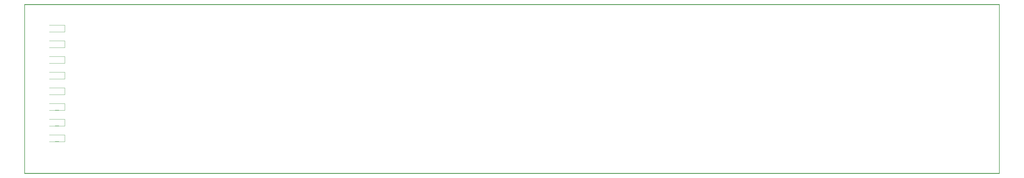
<source format=gbo>
G04 MADE WITH FRITZING*
G04 WWW.FRITZING.ORG*
G04 SINGLE SIDED*
G04 HOLES NOT PLATED*
G04 CONTOUR ON CENTER OF CONTOUR VECTOR*
%ASAXBY*%
%FSLAX23Y23*%
%MOIN*%
%OFA0B0*%
%SFA1.0B1.0*%
%ADD10R,0.001000X0.001000*%
%LNSILK0*%
G90*
G70*
G54D10*
X0Y2163D02*
X12400Y2163D01*
X0Y2162D02*
X12400Y2162D01*
X0Y2161D02*
X12400Y2161D01*
X0Y2160D02*
X12400Y2160D01*
X0Y2159D02*
X12400Y2159D01*
X0Y2158D02*
X12400Y2158D01*
X0Y2157D02*
X12400Y2157D01*
X0Y2156D02*
X12400Y2156D01*
X0Y2155D02*
X7Y2155D01*
X12393Y2155D02*
X12400Y2155D01*
X0Y2154D02*
X7Y2154D01*
X12393Y2154D02*
X12400Y2154D01*
X0Y2153D02*
X7Y2153D01*
X12393Y2153D02*
X12400Y2153D01*
X0Y2152D02*
X7Y2152D01*
X12393Y2152D02*
X12400Y2152D01*
X0Y2151D02*
X7Y2151D01*
X12393Y2151D02*
X12400Y2151D01*
X0Y2150D02*
X7Y2150D01*
X12393Y2150D02*
X12400Y2150D01*
X0Y2149D02*
X7Y2149D01*
X12393Y2149D02*
X12400Y2149D01*
X0Y2148D02*
X7Y2148D01*
X12393Y2148D02*
X12400Y2148D01*
X0Y2147D02*
X7Y2147D01*
X12393Y2147D02*
X12400Y2147D01*
X0Y2146D02*
X7Y2146D01*
X12393Y2146D02*
X12400Y2146D01*
X0Y2145D02*
X7Y2145D01*
X12393Y2145D02*
X12400Y2145D01*
X0Y2144D02*
X7Y2144D01*
X12393Y2144D02*
X12400Y2144D01*
X0Y2143D02*
X7Y2143D01*
X12393Y2143D02*
X12400Y2143D01*
X0Y2142D02*
X7Y2142D01*
X12393Y2142D02*
X12400Y2142D01*
X0Y2141D02*
X7Y2141D01*
X12393Y2141D02*
X12400Y2141D01*
X0Y2140D02*
X7Y2140D01*
X12393Y2140D02*
X12400Y2140D01*
X0Y2139D02*
X7Y2139D01*
X12393Y2139D02*
X12400Y2139D01*
X0Y2138D02*
X7Y2138D01*
X12393Y2138D02*
X12400Y2138D01*
X0Y2137D02*
X7Y2137D01*
X12393Y2137D02*
X12400Y2137D01*
X0Y2136D02*
X7Y2136D01*
X12393Y2136D02*
X12400Y2136D01*
X0Y2135D02*
X7Y2135D01*
X12393Y2135D02*
X12400Y2135D01*
X0Y2134D02*
X7Y2134D01*
X12393Y2134D02*
X12400Y2134D01*
X0Y2133D02*
X7Y2133D01*
X12393Y2133D02*
X12400Y2133D01*
X0Y2132D02*
X7Y2132D01*
X12393Y2132D02*
X12400Y2132D01*
X0Y2131D02*
X7Y2131D01*
X12393Y2131D02*
X12400Y2131D01*
X0Y2130D02*
X7Y2130D01*
X12393Y2130D02*
X12400Y2130D01*
X0Y2129D02*
X7Y2129D01*
X12393Y2129D02*
X12400Y2129D01*
X0Y2128D02*
X7Y2128D01*
X12393Y2128D02*
X12400Y2128D01*
X0Y2127D02*
X7Y2127D01*
X12393Y2127D02*
X12400Y2127D01*
X0Y2126D02*
X7Y2126D01*
X12393Y2126D02*
X12400Y2126D01*
X0Y2125D02*
X7Y2125D01*
X12393Y2125D02*
X12400Y2125D01*
X0Y2124D02*
X7Y2124D01*
X12393Y2124D02*
X12400Y2124D01*
X0Y2123D02*
X7Y2123D01*
X12393Y2123D02*
X12400Y2123D01*
X0Y2122D02*
X7Y2122D01*
X12393Y2122D02*
X12400Y2122D01*
X0Y2121D02*
X7Y2121D01*
X12393Y2121D02*
X12400Y2121D01*
X0Y2120D02*
X7Y2120D01*
X12393Y2120D02*
X12400Y2120D01*
X0Y2119D02*
X7Y2119D01*
X12393Y2119D02*
X12400Y2119D01*
X0Y2118D02*
X7Y2118D01*
X12393Y2118D02*
X12400Y2118D01*
X0Y2117D02*
X7Y2117D01*
X12393Y2117D02*
X12400Y2117D01*
X0Y2116D02*
X7Y2116D01*
X12393Y2116D02*
X12400Y2116D01*
X0Y2115D02*
X7Y2115D01*
X12393Y2115D02*
X12400Y2115D01*
X0Y2114D02*
X7Y2114D01*
X12393Y2114D02*
X12400Y2114D01*
X0Y2113D02*
X7Y2113D01*
X12393Y2113D02*
X12400Y2113D01*
X0Y2112D02*
X7Y2112D01*
X12393Y2112D02*
X12400Y2112D01*
X0Y2111D02*
X7Y2111D01*
X12393Y2111D02*
X12400Y2111D01*
X0Y2110D02*
X7Y2110D01*
X12393Y2110D02*
X12400Y2110D01*
X0Y2109D02*
X7Y2109D01*
X12393Y2109D02*
X12400Y2109D01*
X0Y2108D02*
X7Y2108D01*
X12393Y2108D02*
X12400Y2108D01*
X0Y2107D02*
X7Y2107D01*
X12393Y2107D02*
X12400Y2107D01*
X0Y2106D02*
X7Y2106D01*
X12393Y2106D02*
X12400Y2106D01*
X0Y2105D02*
X7Y2105D01*
X12393Y2105D02*
X12400Y2105D01*
X0Y2104D02*
X7Y2104D01*
X12393Y2104D02*
X12400Y2104D01*
X0Y2103D02*
X7Y2103D01*
X12393Y2103D02*
X12400Y2103D01*
X0Y2102D02*
X7Y2102D01*
X12393Y2102D02*
X12400Y2102D01*
X0Y2101D02*
X7Y2101D01*
X12393Y2101D02*
X12400Y2101D01*
X0Y2100D02*
X7Y2100D01*
X12393Y2100D02*
X12400Y2100D01*
X0Y2099D02*
X7Y2099D01*
X12393Y2099D02*
X12400Y2099D01*
X0Y2098D02*
X7Y2098D01*
X12393Y2098D02*
X12400Y2098D01*
X0Y2097D02*
X7Y2097D01*
X12393Y2097D02*
X12400Y2097D01*
X0Y2096D02*
X7Y2096D01*
X12393Y2096D02*
X12400Y2096D01*
X0Y2095D02*
X7Y2095D01*
X12393Y2095D02*
X12400Y2095D01*
X0Y2094D02*
X7Y2094D01*
X12393Y2094D02*
X12400Y2094D01*
X0Y2093D02*
X7Y2093D01*
X12393Y2093D02*
X12400Y2093D01*
X0Y2092D02*
X7Y2092D01*
X12393Y2092D02*
X12400Y2092D01*
X0Y2091D02*
X7Y2091D01*
X12393Y2091D02*
X12400Y2091D01*
X0Y2090D02*
X7Y2090D01*
X12393Y2090D02*
X12400Y2090D01*
X0Y2089D02*
X7Y2089D01*
X12393Y2089D02*
X12400Y2089D01*
X0Y2088D02*
X7Y2088D01*
X12393Y2088D02*
X12400Y2088D01*
X0Y2087D02*
X7Y2087D01*
X12393Y2087D02*
X12400Y2087D01*
X0Y2086D02*
X7Y2086D01*
X12393Y2086D02*
X12400Y2086D01*
X0Y2085D02*
X7Y2085D01*
X12393Y2085D02*
X12400Y2085D01*
X0Y2084D02*
X7Y2084D01*
X12393Y2084D02*
X12400Y2084D01*
X0Y2083D02*
X7Y2083D01*
X12393Y2083D02*
X12400Y2083D01*
X0Y2082D02*
X7Y2082D01*
X12393Y2082D02*
X12400Y2082D01*
X0Y2081D02*
X7Y2081D01*
X12393Y2081D02*
X12400Y2081D01*
X0Y2080D02*
X7Y2080D01*
X12393Y2080D02*
X12400Y2080D01*
X0Y2079D02*
X7Y2079D01*
X12393Y2079D02*
X12400Y2079D01*
X0Y2078D02*
X7Y2078D01*
X12393Y2078D02*
X12400Y2078D01*
X0Y2077D02*
X7Y2077D01*
X12393Y2077D02*
X12400Y2077D01*
X0Y2076D02*
X7Y2076D01*
X12393Y2076D02*
X12400Y2076D01*
X0Y2075D02*
X7Y2075D01*
X12393Y2075D02*
X12400Y2075D01*
X0Y2074D02*
X7Y2074D01*
X12393Y2074D02*
X12400Y2074D01*
X0Y2073D02*
X7Y2073D01*
X12393Y2073D02*
X12400Y2073D01*
X0Y2072D02*
X7Y2072D01*
X12393Y2072D02*
X12400Y2072D01*
X0Y2071D02*
X7Y2071D01*
X12393Y2071D02*
X12400Y2071D01*
X0Y2070D02*
X7Y2070D01*
X12393Y2070D02*
X12400Y2070D01*
X0Y2069D02*
X7Y2069D01*
X12393Y2069D02*
X12400Y2069D01*
X0Y2068D02*
X7Y2068D01*
X12393Y2068D02*
X12400Y2068D01*
X0Y2067D02*
X7Y2067D01*
X12393Y2067D02*
X12400Y2067D01*
X0Y2066D02*
X7Y2066D01*
X12393Y2066D02*
X12400Y2066D01*
X0Y2065D02*
X7Y2065D01*
X12393Y2065D02*
X12400Y2065D01*
X0Y2064D02*
X7Y2064D01*
X12393Y2064D02*
X12400Y2064D01*
X0Y2063D02*
X7Y2063D01*
X12393Y2063D02*
X12400Y2063D01*
X0Y2062D02*
X7Y2062D01*
X12393Y2062D02*
X12400Y2062D01*
X0Y2061D02*
X7Y2061D01*
X12393Y2061D02*
X12400Y2061D01*
X0Y2060D02*
X7Y2060D01*
X12393Y2060D02*
X12400Y2060D01*
X0Y2059D02*
X7Y2059D01*
X12393Y2059D02*
X12400Y2059D01*
X0Y2058D02*
X7Y2058D01*
X12393Y2058D02*
X12400Y2058D01*
X0Y2057D02*
X7Y2057D01*
X12393Y2057D02*
X12400Y2057D01*
X0Y2056D02*
X7Y2056D01*
X12393Y2056D02*
X12400Y2056D01*
X0Y2055D02*
X7Y2055D01*
X12393Y2055D02*
X12400Y2055D01*
X0Y2054D02*
X7Y2054D01*
X12393Y2054D02*
X12400Y2054D01*
X0Y2053D02*
X7Y2053D01*
X12393Y2053D02*
X12400Y2053D01*
X0Y2052D02*
X7Y2052D01*
X12393Y2052D02*
X12400Y2052D01*
X0Y2051D02*
X7Y2051D01*
X12393Y2051D02*
X12400Y2051D01*
X0Y2050D02*
X7Y2050D01*
X12393Y2050D02*
X12400Y2050D01*
X0Y2049D02*
X7Y2049D01*
X12393Y2049D02*
X12400Y2049D01*
X0Y2048D02*
X7Y2048D01*
X12393Y2048D02*
X12400Y2048D01*
X0Y2047D02*
X7Y2047D01*
X12393Y2047D02*
X12400Y2047D01*
X0Y2046D02*
X7Y2046D01*
X12393Y2046D02*
X12400Y2046D01*
X0Y2045D02*
X7Y2045D01*
X12393Y2045D02*
X12400Y2045D01*
X0Y2044D02*
X7Y2044D01*
X12393Y2044D02*
X12400Y2044D01*
X0Y2043D02*
X7Y2043D01*
X12393Y2043D02*
X12400Y2043D01*
X0Y2042D02*
X7Y2042D01*
X12393Y2042D02*
X12400Y2042D01*
X0Y2041D02*
X7Y2041D01*
X12393Y2041D02*
X12400Y2041D01*
X0Y2040D02*
X7Y2040D01*
X12393Y2040D02*
X12400Y2040D01*
X0Y2039D02*
X7Y2039D01*
X12393Y2039D02*
X12400Y2039D01*
X0Y2038D02*
X7Y2038D01*
X12393Y2038D02*
X12400Y2038D01*
X0Y2037D02*
X7Y2037D01*
X12393Y2037D02*
X12400Y2037D01*
X0Y2036D02*
X7Y2036D01*
X12393Y2036D02*
X12400Y2036D01*
X0Y2035D02*
X7Y2035D01*
X12393Y2035D02*
X12400Y2035D01*
X0Y2034D02*
X7Y2034D01*
X12393Y2034D02*
X12400Y2034D01*
X0Y2033D02*
X7Y2033D01*
X12393Y2033D02*
X12400Y2033D01*
X0Y2032D02*
X7Y2032D01*
X12393Y2032D02*
X12400Y2032D01*
X0Y2031D02*
X7Y2031D01*
X12393Y2031D02*
X12400Y2031D01*
X0Y2030D02*
X7Y2030D01*
X12393Y2030D02*
X12400Y2030D01*
X0Y2029D02*
X7Y2029D01*
X12393Y2029D02*
X12400Y2029D01*
X0Y2028D02*
X7Y2028D01*
X12393Y2028D02*
X12400Y2028D01*
X0Y2027D02*
X7Y2027D01*
X12393Y2027D02*
X12400Y2027D01*
X0Y2026D02*
X7Y2026D01*
X12393Y2026D02*
X12400Y2026D01*
X0Y2025D02*
X7Y2025D01*
X12393Y2025D02*
X12400Y2025D01*
X0Y2024D02*
X7Y2024D01*
X12393Y2024D02*
X12400Y2024D01*
X0Y2023D02*
X7Y2023D01*
X12393Y2023D02*
X12400Y2023D01*
X0Y2022D02*
X7Y2022D01*
X12393Y2022D02*
X12400Y2022D01*
X0Y2021D02*
X7Y2021D01*
X12393Y2021D02*
X12400Y2021D01*
X0Y2020D02*
X7Y2020D01*
X12393Y2020D02*
X12400Y2020D01*
X0Y2019D02*
X7Y2019D01*
X12393Y2019D02*
X12400Y2019D01*
X0Y2018D02*
X7Y2018D01*
X12393Y2018D02*
X12400Y2018D01*
X0Y2017D02*
X7Y2017D01*
X12393Y2017D02*
X12400Y2017D01*
X0Y2016D02*
X7Y2016D01*
X12393Y2016D02*
X12400Y2016D01*
X0Y2015D02*
X7Y2015D01*
X12393Y2015D02*
X12400Y2015D01*
X0Y2014D02*
X7Y2014D01*
X12393Y2014D02*
X12400Y2014D01*
X0Y2013D02*
X7Y2013D01*
X12393Y2013D02*
X12400Y2013D01*
X0Y2012D02*
X7Y2012D01*
X12393Y2012D02*
X12400Y2012D01*
X0Y2011D02*
X7Y2011D01*
X12393Y2011D02*
X12400Y2011D01*
X0Y2010D02*
X7Y2010D01*
X12393Y2010D02*
X12400Y2010D01*
X0Y2009D02*
X7Y2009D01*
X12393Y2009D02*
X12400Y2009D01*
X0Y2008D02*
X7Y2008D01*
X12393Y2008D02*
X12400Y2008D01*
X0Y2007D02*
X7Y2007D01*
X12393Y2007D02*
X12400Y2007D01*
X0Y2006D02*
X7Y2006D01*
X12393Y2006D02*
X12400Y2006D01*
X0Y2005D02*
X7Y2005D01*
X12393Y2005D02*
X12400Y2005D01*
X0Y2004D02*
X7Y2004D01*
X12393Y2004D02*
X12400Y2004D01*
X0Y2003D02*
X7Y2003D01*
X12393Y2003D02*
X12400Y2003D01*
X0Y2002D02*
X7Y2002D01*
X12393Y2002D02*
X12400Y2002D01*
X0Y2001D02*
X7Y2001D01*
X12393Y2001D02*
X12400Y2001D01*
X0Y2000D02*
X7Y2000D01*
X12393Y2000D02*
X12400Y2000D01*
X0Y1999D02*
X7Y1999D01*
X12393Y1999D02*
X12400Y1999D01*
X0Y1998D02*
X7Y1998D01*
X12393Y1998D02*
X12400Y1998D01*
X0Y1997D02*
X7Y1997D01*
X12393Y1997D02*
X12400Y1997D01*
X0Y1996D02*
X7Y1996D01*
X12393Y1996D02*
X12400Y1996D01*
X0Y1995D02*
X7Y1995D01*
X12393Y1995D02*
X12400Y1995D01*
X0Y1994D02*
X7Y1994D01*
X12393Y1994D02*
X12400Y1994D01*
X0Y1993D02*
X7Y1993D01*
X12393Y1993D02*
X12400Y1993D01*
X0Y1992D02*
X7Y1992D01*
X12393Y1992D02*
X12400Y1992D01*
X0Y1991D02*
X7Y1991D01*
X12393Y1991D02*
X12400Y1991D01*
X0Y1990D02*
X7Y1990D01*
X12393Y1990D02*
X12400Y1990D01*
X0Y1989D02*
X7Y1989D01*
X12393Y1989D02*
X12400Y1989D01*
X0Y1988D02*
X7Y1988D01*
X12393Y1988D02*
X12400Y1988D01*
X0Y1987D02*
X7Y1987D01*
X12393Y1987D02*
X12400Y1987D01*
X0Y1986D02*
X7Y1986D01*
X12393Y1986D02*
X12400Y1986D01*
X0Y1985D02*
X7Y1985D01*
X12393Y1985D02*
X12400Y1985D01*
X0Y1984D02*
X7Y1984D01*
X12393Y1984D02*
X12400Y1984D01*
X0Y1983D02*
X7Y1983D01*
X12393Y1983D02*
X12400Y1983D01*
X0Y1982D02*
X7Y1982D01*
X12393Y1982D02*
X12400Y1982D01*
X0Y1981D02*
X7Y1981D01*
X12393Y1981D02*
X12400Y1981D01*
X0Y1980D02*
X7Y1980D01*
X12393Y1980D02*
X12400Y1980D01*
X0Y1979D02*
X7Y1979D01*
X12393Y1979D02*
X12400Y1979D01*
X0Y1978D02*
X7Y1978D01*
X12393Y1978D02*
X12400Y1978D01*
X0Y1977D02*
X7Y1977D01*
X12393Y1977D02*
X12400Y1977D01*
X0Y1976D02*
X7Y1976D01*
X12393Y1976D02*
X12400Y1976D01*
X0Y1975D02*
X7Y1975D01*
X12393Y1975D02*
X12400Y1975D01*
X0Y1974D02*
X7Y1974D01*
X12393Y1974D02*
X12400Y1974D01*
X0Y1973D02*
X7Y1973D01*
X12393Y1973D02*
X12400Y1973D01*
X0Y1972D02*
X7Y1972D01*
X12393Y1972D02*
X12400Y1972D01*
X0Y1971D02*
X7Y1971D01*
X12393Y1971D02*
X12400Y1971D01*
X0Y1970D02*
X7Y1970D01*
X12393Y1970D02*
X12400Y1970D01*
X0Y1969D02*
X7Y1969D01*
X12393Y1969D02*
X12400Y1969D01*
X0Y1968D02*
X7Y1968D01*
X12393Y1968D02*
X12400Y1968D01*
X0Y1967D02*
X7Y1967D01*
X12393Y1967D02*
X12400Y1967D01*
X0Y1966D02*
X7Y1966D01*
X12393Y1966D02*
X12400Y1966D01*
X0Y1965D02*
X7Y1965D01*
X12393Y1965D02*
X12400Y1965D01*
X0Y1964D02*
X7Y1964D01*
X12393Y1964D02*
X12400Y1964D01*
X0Y1963D02*
X7Y1963D01*
X12393Y1963D02*
X12400Y1963D01*
X0Y1962D02*
X7Y1962D01*
X12393Y1962D02*
X12400Y1962D01*
X0Y1961D02*
X7Y1961D01*
X12393Y1961D02*
X12400Y1961D01*
X0Y1960D02*
X7Y1960D01*
X12393Y1960D02*
X12400Y1960D01*
X0Y1959D02*
X7Y1959D01*
X12393Y1959D02*
X12400Y1959D01*
X0Y1958D02*
X7Y1958D01*
X12393Y1958D02*
X12400Y1958D01*
X0Y1957D02*
X7Y1957D01*
X12393Y1957D02*
X12400Y1957D01*
X0Y1956D02*
X7Y1956D01*
X12393Y1956D02*
X12400Y1956D01*
X0Y1955D02*
X7Y1955D01*
X12393Y1955D02*
X12400Y1955D01*
X0Y1954D02*
X7Y1954D01*
X12393Y1954D02*
X12400Y1954D01*
X0Y1953D02*
X7Y1953D01*
X12393Y1953D02*
X12400Y1953D01*
X0Y1952D02*
X7Y1952D01*
X12393Y1952D02*
X12400Y1952D01*
X0Y1951D02*
X7Y1951D01*
X12393Y1951D02*
X12400Y1951D01*
X0Y1950D02*
X7Y1950D01*
X12393Y1950D02*
X12400Y1950D01*
X0Y1949D02*
X7Y1949D01*
X12393Y1949D02*
X12400Y1949D01*
X0Y1948D02*
X7Y1948D01*
X12393Y1948D02*
X12400Y1948D01*
X0Y1947D02*
X7Y1947D01*
X12393Y1947D02*
X12400Y1947D01*
X0Y1946D02*
X7Y1946D01*
X12393Y1946D02*
X12400Y1946D01*
X0Y1945D02*
X7Y1945D01*
X12393Y1945D02*
X12400Y1945D01*
X0Y1944D02*
X7Y1944D01*
X12393Y1944D02*
X12400Y1944D01*
X0Y1943D02*
X7Y1943D01*
X12393Y1943D02*
X12400Y1943D01*
X0Y1942D02*
X7Y1942D01*
X12393Y1942D02*
X12400Y1942D01*
X0Y1941D02*
X7Y1941D01*
X12393Y1941D02*
X12400Y1941D01*
X0Y1940D02*
X7Y1940D01*
X12393Y1940D02*
X12400Y1940D01*
X0Y1939D02*
X7Y1939D01*
X12393Y1939D02*
X12400Y1939D01*
X0Y1938D02*
X7Y1938D01*
X12393Y1938D02*
X12400Y1938D01*
X0Y1937D02*
X7Y1937D01*
X12393Y1937D02*
X12400Y1937D01*
X0Y1936D02*
X7Y1936D01*
X12393Y1936D02*
X12400Y1936D01*
X0Y1935D02*
X7Y1935D01*
X12393Y1935D02*
X12400Y1935D01*
X0Y1934D02*
X7Y1934D01*
X12393Y1934D02*
X12400Y1934D01*
X0Y1933D02*
X7Y1933D01*
X12393Y1933D02*
X12400Y1933D01*
X0Y1932D02*
X7Y1932D01*
X12393Y1932D02*
X12400Y1932D01*
X0Y1931D02*
X7Y1931D01*
X12393Y1931D02*
X12400Y1931D01*
X0Y1930D02*
X7Y1930D01*
X12393Y1930D02*
X12400Y1930D01*
X0Y1929D02*
X7Y1929D01*
X12393Y1929D02*
X12400Y1929D01*
X0Y1928D02*
X7Y1928D01*
X12393Y1928D02*
X12400Y1928D01*
X0Y1927D02*
X7Y1927D01*
X12393Y1927D02*
X12400Y1927D01*
X0Y1926D02*
X7Y1926D01*
X12393Y1926D02*
X12400Y1926D01*
X0Y1925D02*
X7Y1925D01*
X12393Y1925D02*
X12400Y1925D01*
X0Y1924D02*
X7Y1924D01*
X12393Y1924D02*
X12400Y1924D01*
X0Y1923D02*
X7Y1923D01*
X12393Y1923D02*
X12400Y1923D01*
X0Y1922D02*
X7Y1922D01*
X12393Y1922D02*
X12400Y1922D01*
X0Y1921D02*
X7Y1921D01*
X12393Y1921D02*
X12400Y1921D01*
X0Y1920D02*
X7Y1920D01*
X12393Y1920D02*
X12400Y1920D01*
X0Y1919D02*
X7Y1919D01*
X12393Y1919D02*
X12400Y1919D01*
X0Y1918D02*
X7Y1918D01*
X12393Y1918D02*
X12400Y1918D01*
X0Y1917D02*
X7Y1917D01*
X12393Y1917D02*
X12400Y1917D01*
X0Y1916D02*
X7Y1916D01*
X12393Y1916D02*
X12400Y1916D01*
X0Y1915D02*
X7Y1915D01*
X12393Y1915D02*
X12400Y1915D01*
X0Y1914D02*
X7Y1914D01*
X12393Y1914D02*
X12400Y1914D01*
X0Y1913D02*
X7Y1913D01*
X12393Y1913D02*
X12400Y1913D01*
X0Y1912D02*
X7Y1912D01*
X12393Y1912D02*
X12400Y1912D01*
X0Y1911D02*
X7Y1911D01*
X12393Y1911D02*
X12400Y1911D01*
X0Y1910D02*
X7Y1910D01*
X12393Y1910D02*
X12400Y1910D01*
X0Y1909D02*
X7Y1909D01*
X12393Y1909D02*
X12400Y1909D01*
X0Y1908D02*
X7Y1908D01*
X12393Y1908D02*
X12400Y1908D01*
X0Y1907D02*
X7Y1907D01*
X12393Y1907D02*
X12400Y1907D01*
X0Y1906D02*
X7Y1906D01*
X12393Y1906D02*
X12400Y1906D01*
X0Y1905D02*
X7Y1905D01*
X12393Y1905D02*
X12400Y1905D01*
X0Y1904D02*
X7Y1904D01*
X12393Y1904D02*
X12400Y1904D01*
X0Y1903D02*
X7Y1903D01*
X12393Y1903D02*
X12400Y1903D01*
X0Y1902D02*
X7Y1902D01*
X12393Y1902D02*
X12400Y1902D01*
X0Y1901D02*
X7Y1901D01*
X12393Y1901D02*
X12400Y1901D01*
X0Y1900D02*
X7Y1900D01*
X12393Y1900D02*
X12400Y1900D01*
X0Y1899D02*
X7Y1899D01*
X12393Y1899D02*
X12400Y1899D01*
X0Y1898D02*
X7Y1898D01*
X315Y1898D02*
X515Y1898D01*
X12393Y1898D02*
X12400Y1898D01*
X0Y1897D02*
X7Y1897D01*
X315Y1897D02*
X515Y1897D01*
X12393Y1897D02*
X12400Y1897D01*
X0Y1896D02*
X7Y1896D01*
X315Y1896D02*
X515Y1896D01*
X12393Y1896D02*
X12400Y1896D01*
X0Y1895D02*
X7Y1895D01*
X315Y1895D02*
X317Y1895D01*
X391Y1895D02*
X439Y1895D01*
X513Y1895D02*
X515Y1895D01*
X12393Y1895D02*
X12400Y1895D01*
X0Y1894D02*
X7Y1894D01*
X315Y1894D02*
X317Y1894D01*
X513Y1894D02*
X515Y1894D01*
X12393Y1894D02*
X12400Y1894D01*
X0Y1893D02*
X7Y1893D01*
X315Y1893D02*
X317Y1893D01*
X513Y1893D02*
X515Y1893D01*
X12393Y1893D02*
X12400Y1893D01*
X0Y1892D02*
X7Y1892D01*
X315Y1892D02*
X317Y1892D01*
X513Y1892D02*
X515Y1892D01*
X12393Y1892D02*
X12400Y1892D01*
X0Y1891D02*
X7Y1891D01*
X315Y1891D02*
X317Y1891D01*
X513Y1891D02*
X515Y1891D01*
X12393Y1891D02*
X12400Y1891D01*
X0Y1890D02*
X7Y1890D01*
X315Y1890D02*
X317Y1890D01*
X513Y1890D02*
X515Y1890D01*
X12393Y1890D02*
X12400Y1890D01*
X0Y1889D02*
X7Y1889D01*
X315Y1889D02*
X317Y1889D01*
X513Y1889D02*
X515Y1889D01*
X12393Y1889D02*
X12400Y1889D01*
X0Y1888D02*
X7Y1888D01*
X315Y1888D02*
X317Y1888D01*
X513Y1888D02*
X515Y1888D01*
X12393Y1888D02*
X12400Y1888D01*
X0Y1887D02*
X7Y1887D01*
X315Y1887D02*
X317Y1887D01*
X513Y1887D02*
X515Y1887D01*
X12393Y1887D02*
X12400Y1887D01*
X0Y1886D02*
X7Y1886D01*
X315Y1886D02*
X317Y1886D01*
X513Y1886D02*
X515Y1886D01*
X12393Y1886D02*
X12400Y1886D01*
X0Y1885D02*
X7Y1885D01*
X315Y1885D02*
X317Y1885D01*
X513Y1885D02*
X515Y1885D01*
X12393Y1885D02*
X12400Y1885D01*
X0Y1884D02*
X7Y1884D01*
X315Y1884D02*
X317Y1884D01*
X513Y1884D02*
X515Y1884D01*
X12393Y1884D02*
X12400Y1884D01*
X0Y1883D02*
X7Y1883D01*
X315Y1883D02*
X317Y1883D01*
X513Y1883D02*
X515Y1883D01*
X12393Y1883D02*
X12400Y1883D01*
X0Y1882D02*
X7Y1882D01*
X315Y1882D02*
X317Y1882D01*
X513Y1882D02*
X515Y1882D01*
X12393Y1882D02*
X12400Y1882D01*
X0Y1881D02*
X7Y1881D01*
X315Y1881D02*
X317Y1881D01*
X513Y1881D02*
X515Y1881D01*
X12393Y1881D02*
X12400Y1881D01*
X0Y1880D02*
X7Y1880D01*
X315Y1880D02*
X317Y1880D01*
X513Y1880D02*
X515Y1880D01*
X12393Y1880D02*
X12400Y1880D01*
X0Y1879D02*
X7Y1879D01*
X315Y1879D02*
X317Y1879D01*
X513Y1879D02*
X515Y1879D01*
X12393Y1879D02*
X12400Y1879D01*
X0Y1878D02*
X7Y1878D01*
X315Y1878D02*
X317Y1878D01*
X513Y1878D02*
X515Y1878D01*
X12393Y1878D02*
X12400Y1878D01*
X0Y1877D02*
X7Y1877D01*
X315Y1877D02*
X317Y1877D01*
X513Y1877D02*
X515Y1877D01*
X12393Y1877D02*
X12400Y1877D01*
X0Y1876D02*
X7Y1876D01*
X315Y1876D02*
X317Y1876D01*
X513Y1876D02*
X515Y1876D01*
X12393Y1876D02*
X12400Y1876D01*
X0Y1875D02*
X7Y1875D01*
X315Y1875D02*
X317Y1875D01*
X513Y1875D02*
X515Y1875D01*
X12393Y1875D02*
X12400Y1875D01*
X0Y1874D02*
X7Y1874D01*
X315Y1874D02*
X317Y1874D01*
X513Y1874D02*
X515Y1874D01*
X12393Y1874D02*
X12400Y1874D01*
X0Y1873D02*
X7Y1873D01*
X315Y1873D02*
X317Y1873D01*
X513Y1873D02*
X515Y1873D01*
X12393Y1873D02*
X12400Y1873D01*
X0Y1872D02*
X7Y1872D01*
X315Y1872D02*
X317Y1872D01*
X513Y1872D02*
X515Y1872D01*
X12393Y1872D02*
X12400Y1872D01*
X0Y1871D02*
X7Y1871D01*
X315Y1871D02*
X317Y1871D01*
X513Y1871D02*
X515Y1871D01*
X12393Y1871D02*
X12400Y1871D01*
X0Y1870D02*
X7Y1870D01*
X315Y1870D02*
X317Y1870D01*
X513Y1870D02*
X515Y1870D01*
X12393Y1870D02*
X12400Y1870D01*
X0Y1869D02*
X7Y1869D01*
X315Y1869D02*
X317Y1869D01*
X513Y1869D02*
X515Y1869D01*
X12393Y1869D02*
X12400Y1869D01*
X0Y1868D02*
X7Y1868D01*
X315Y1868D02*
X317Y1868D01*
X513Y1868D02*
X515Y1868D01*
X12393Y1868D02*
X12400Y1868D01*
X0Y1867D02*
X7Y1867D01*
X315Y1867D02*
X317Y1867D01*
X513Y1867D02*
X515Y1867D01*
X12393Y1867D02*
X12400Y1867D01*
X0Y1866D02*
X7Y1866D01*
X315Y1866D02*
X317Y1866D01*
X513Y1866D02*
X515Y1866D01*
X12393Y1866D02*
X12400Y1866D01*
X0Y1865D02*
X7Y1865D01*
X315Y1865D02*
X317Y1865D01*
X513Y1865D02*
X515Y1865D01*
X12393Y1865D02*
X12400Y1865D01*
X0Y1864D02*
X7Y1864D01*
X315Y1864D02*
X317Y1864D01*
X513Y1864D02*
X515Y1864D01*
X12393Y1864D02*
X12400Y1864D01*
X0Y1863D02*
X7Y1863D01*
X315Y1863D02*
X317Y1863D01*
X513Y1863D02*
X515Y1863D01*
X12393Y1863D02*
X12400Y1863D01*
X0Y1862D02*
X7Y1862D01*
X315Y1862D02*
X317Y1862D01*
X513Y1862D02*
X515Y1862D01*
X12393Y1862D02*
X12400Y1862D01*
X0Y1861D02*
X7Y1861D01*
X315Y1861D02*
X317Y1861D01*
X513Y1861D02*
X515Y1861D01*
X12393Y1861D02*
X12400Y1861D01*
X0Y1860D02*
X7Y1860D01*
X315Y1860D02*
X317Y1860D01*
X513Y1860D02*
X515Y1860D01*
X12393Y1860D02*
X12400Y1860D01*
X0Y1859D02*
X7Y1859D01*
X315Y1859D02*
X317Y1859D01*
X513Y1859D02*
X515Y1859D01*
X12393Y1859D02*
X12400Y1859D01*
X0Y1858D02*
X7Y1858D01*
X315Y1858D02*
X317Y1858D01*
X513Y1858D02*
X515Y1858D01*
X12393Y1858D02*
X12400Y1858D01*
X0Y1857D02*
X7Y1857D01*
X315Y1857D02*
X317Y1857D01*
X513Y1857D02*
X515Y1857D01*
X12393Y1857D02*
X12400Y1857D01*
X0Y1856D02*
X7Y1856D01*
X315Y1856D02*
X317Y1856D01*
X513Y1856D02*
X515Y1856D01*
X12393Y1856D02*
X12400Y1856D01*
X0Y1855D02*
X7Y1855D01*
X315Y1855D02*
X317Y1855D01*
X513Y1855D02*
X515Y1855D01*
X12393Y1855D02*
X12400Y1855D01*
X0Y1854D02*
X7Y1854D01*
X315Y1854D02*
X317Y1854D01*
X513Y1854D02*
X515Y1854D01*
X12393Y1854D02*
X12400Y1854D01*
X0Y1853D02*
X7Y1853D01*
X315Y1853D02*
X317Y1853D01*
X513Y1853D02*
X515Y1853D01*
X12393Y1853D02*
X12400Y1853D01*
X0Y1852D02*
X7Y1852D01*
X315Y1852D02*
X317Y1852D01*
X513Y1852D02*
X515Y1852D01*
X12393Y1852D02*
X12400Y1852D01*
X0Y1851D02*
X7Y1851D01*
X315Y1851D02*
X317Y1851D01*
X513Y1851D02*
X515Y1851D01*
X12393Y1851D02*
X12400Y1851D01*
X0Y1850D02*
X7Y1850D01*
X315Y1850D02*
X317Y1850D01*
X513Y1850D02*
X515Y1850D01*
X12393Y1850D02*
X12400Y1850D01*
X0Y1849D02*
X7Y1849D01*
X315Y1849D02*
X317Y1849D01*
X513Y1849D02*
X515Y1849D01*
X12393Y1849D02*
X12400Y1849D01*
X0Y1848D02*
X7Y1848D01*
X315Y1848D02*
X317Y1848D01*
X513Y1848D02*
X515Y1848D01*
X12393Y1848D02*
X12400Y1848D01*
X0Y1847D02*
X7Y1847D01*
X315Y1847D02*
X317Y1847D01*
X513Y1847D02*
X515Y1847D01*
X12393Y1847D02*
X12400Y1847D01*
X0Y1846D02*
X7Y1846D01*
X315Y1846D02*
X317Y1846D01*
X513Y1846D02*
X515Y1846D01*
X12393Y1846D02*
X12400Y1846D01*
X0Y1845D02*
X7Y1845D01*
X315Y1845D02*
X317Y1845D01*
X513Y1845D02*
X515Y1845D01*
X12393Y1845D02*
X12400Y1845D01*
X0Y1844D02*
X7Y1844D01*
X315Y1844D02*
X317Y1844D01*
X513Y1844D02*
X515Y1844D01*
X12393Y1844D02*
X12400Y1844D01*
X0Y1843D02*
X7Y1843D01*
X315Y1843D02*
X317Y1843D01*
X513Y1843D02*
X515Y1843D01*
X12393Y1843D02*
X12400Y1843D01*
X0Y1842D02*
X7Y1842D01*
X315Y1842D02*
X317Y1842D01*
X513Y1842D02*
X515Y1842D01*
X12393Y1842D02*
X12400Y1842D01*
X0Y1841D02*
X7Y1841D01*
X315Y1841D02*
X317Y1841D01*
X513Y1841D02*
X515Y1841D01*
X12393Y1841D02*
X12400Y1841D01*
X0Y1840D02*
X7Y1840D01*
X315Y1840D02*
X317Y1840D01*
X513Y1840D02*
X515Y1840D01*
X12393Y1840D02*
X12400Y1840D01*
X0Y1839D02*
X7Y1839D01*
X315Y1839D02*
X317Y1839D01*
X513Y1839D02*
X515Y1839D01*
X12393Y1839D02*
X12400Y1839D01*
X0Y1838D02*
X7Y1838D01*
X315Y1838D02*
X317Y1838D01*
X513Y1838D02*
X515Y1838D01*
X12393Y1838D02*
X12400Y1838D01*
X0Y1837D02*
X7Y1837D01*
X315Y1837D02*
X317Y1837D01*
X513Y1837D02*
X515Y1837D01*
X12393Y1837D02*
X12400Y1837D01*
X0Y1836D02*
X7Y1836D01*
X315Y1836D02*
X317Y1836D01*
X513Y1836D02*
X515Y1836D01*
X12393Y1836D02*
X12400Y1836D01*
X0Y1835D02*
X7Y1835D01*
X315Y1835D02*
X317Y1835D01*
X513Y1835D02*
X515Y1835D01*
X12393Y1835D02*
X12400Y1835D01*
X0Y1834D02*
X7Y1834D01*
X315Y1834D02*
X317Y1834D01*
X513Y1834D02*
X515Y1834D01*
X12393Y1834D02*
X12400Y1834D01*
X0Y1833D02*
X7Y1833D01*
X315Y1833D02*
X317Y1833D01*
X513Y1833D02*
X515Y1833D01*
X12393Y1833D02*
X12400Y1833D01*
X0Y1832D02*
X7Y1832D01*
X315Y1832D02*
X317Y1832D01*
X513Y1832D02*
X515Y1832D01*
X12393Y1832D02*
X12400Y1832D01*
X0Y1831D02*
X7Y1831D01*
X315Y1831D02*
X317Y1831D01*
X513Y1831D02*
X515Y1831D01*
X12393Y1831D02*
X12400Y1831D01*
X0Y1830D02*
X7Y1830D01*
X315Y1830D02*
X317Y1830D01*
X513Y1830D02*
X515Y1830D01*
X12393Y1830D02*
X12400Y1830D01*
X0Y1829D02*
X7Y1829D01*
X315Y1829D02*
X317Y1829D01*
X513Y1829D02*
X515Y1829D01*
X12393Y1829D02*
X12400Y1829D01*
X0Y1828D02*
X7Y1828D01*
X315Y1828D02*
X317Y1828D01*
X513Y1828D02*
X515Y1828D01*
X12393Y1828D02*
X12400Y1828D01*
X0Y1827D02*
X7Y1827D01*
X315Y1827D02*
X317Y1827D01*
X513Y1827D02*
X515Y1827D01*
X12393Y1827D02*
X12400Y1827D01*
X0Y1826D02*
X7Y1826D01*
X315Y1826D02*
X317Y1826D01*
X513Y1826D02*
X515Y1826D01*
X12393Y1826D02*
X12400Y1826D01*
X0Y1825D02*
X7Y1825D01*
X315Y1825D02*
X317Y1825D01*
X513Y1825D02*
X515Y1825D01*
X12393Y1825D02*
X12400Y1825D01*
X0Y1824D02*
X7Y1824D01*
X315Y1824D02*
X317Y1824D01*
X513Y1824D02*
X515Y1824D01*
X12393Y1824D02*
X12400Y1824D01*
X0Y1823D02*
X7Y1823D01*
X315Y1823D02*
X317Y1823D01*
X513Y1823D02*
X515Y1823D01*
X12393Y1823D02*
X12400Y1823D01*
X0Y1822D02*
X7Y1822D01*
X315Y1822D02*
X317Y1822D01*
X513Y1822D02*
X515Y1822D01*
X12393Y1822D02*
X12400Y1822D01*
X0Y1821D02*
X7Y1821D01*
X315Y1821D02*
X317Y1821D01*
X513Y1821D02*
X515Y1821D01*
X12393Y1821D02*
X12400Y1821D01*
X0Y1820D02*
X7Y1820D01*
X315Y1820D02*
X317Y1820D01*
X513Y1820D02*
X515Y1820D01*
X12393Y1820D02*
X12400Y1820D01*
X0Y1819D02*
X7Y1819D01*
X315Y1819D02*
X317Y1819D01*
X513Y1819D02*
X515Y1819D01*
X12393Y1819D02*
X12400Y1819D01*
X0Y1818D02*
X7Y1818D01*
X315Y1818D02*
X317Y1818D01*
X513Y1818D02*
X515Y1818D01*
X12393Y1818D02*
X12400Y1818D01*
X0Y1817D02*
X7Y1817D01*
X315Y1817D02*
X317Y1817D01*
X513Y1817D02*
X515Y1817D01*
X12393Y1817D02*
X12400Y1817D01*
X0Y1816D02*
X7Y1816D01*
X315Y1816D02*
X317Y1816D01*
X513Y1816D02*
X515Y1816D01*
X12393Y1816D02*
X12400Y1816D01*
X0Y1815D02*
X7Y1815D01*
X315Y1815D02*
X317Y1815D01*
X513Y1815D02*
X515Y1815D01*
X12393Y1815D02*
X12400Y1815D01*
X0Y1814D02*
X7Y1814D01*
X315Y1814D02*
X317Y1814D01*
X513Y1814D02*
X515Y1814D01*
X12393Y1814D02*
X12400Y1814D01*
X0Y1813D02*
X7Y1813D01*
X315Y1813D02*
X317Y1813D01*
X513Y1813D02*
X515Y1813D01*
X12393Y1813D02*
X12400Y1813D01*
X0Y1812D02*
X7Y1812D01*
X315Y1812D02*
X317Y1812D01*
X513Y1812D02*
X515Y1812D01*
X12393Y1812D02*
X12400Y1812D01*
X0Y1811D02*
X7Y1811D01*
X315Y1811D02*
X317Y1811D01*
X391Y1811D02*
X439Y1811D01*
X513Y1811D02*
X515Y1811D01*
X12393Y1811D02*
X12400Y1811D01*
X0Y1810D02*
X7Y1810D01*
X315Y1810D02*
X515Y1810D01*
X12393Y1810D02*
X12400Y1810D01*
X0Y1809D02*
X7Y1809D01*
X315Y1809D02*
X515Y1809D01*
X12393Y1809D02*
X12400Y1809D01*
X0Y1808D02*
X7Y1808D01*
X315Y1808D02*
X514Y1808D01*
X12393Y1808D02*
X12400Y1808D01*
X0Y1807D02*
X7Y1807D01*
X12393Y1807D02*
X12400Y1807D01*
X0Y1806D02*
X7Y1806D01*
X12393Y1806D02*
X12400Y1806D01*
X0Y1805D02*
X7Y1805D01*
X12393Y1805D02*
X12400Y1805D01*
X0Y1804D02*
X7Y1804D01*
X12393Y1804D02*
X12400Y1804D01*
X0Y1803D02*
X7Y1803D01*
X12393Y1803D02*
X12400Y1803D01*
X0Y1802D02*
X7Y1802D01*
X12393Y1802D02*
X12400Y1802D01*
X0Y1801D02*
X7Y1801D01*
X12393Y1801D02*
X12400Y1801D01*
X0Y1800D02*
X7Y1800D01*
X12393Y1800D02*
X12400Y1800D01*
X0Y1799D02*
X7Y1799D01*
X12393Y1799D02*
X12400Y1799D01*
X0Y1798D02*
X7Y1798D01*
X12393Y1798D02*
X12400Y1798D01*
X0Y1797D02*
X7Y1797D01*
X12393Y1797D02*
X12400Y1797D01*
X0Y1796D02*
X7Y1796D01*
X12393Y1796D02*
X12400Y1796D01*
X0Y1795D02*
X7Y1795D01*
X12393Y1795D02*
X12400Y1795D01*
X0Y1794D02*
X7Y1794D01*
X12393Y1794D02*
X12400Y1794D01*
X0Y1793D02*
X7Y1793D01*
X12393Y1793D02*
X12400Y1793D01*
X0Y1792D02*
X7Y1792D01*
X12393Y1792D02*
X12400Y1792D01*
X0Y1791D02*
X7Y1791D01*
X12393Y1791D02*
X12400Y1791D01*
X0Y1790D02*
X7Y1790D01*
X12393Y1790D02*
X12400Y1790D01*
X0Y1789D02*
X7Y1789D01*
X12393Y1789D02*
X12400Y1789D01*
X0Y1788D02*
X7Y1788D01*
X12393Y1788D02*
X12400Y1788D01*
X0Y1787D02*
X7Y1787D01*
X12393Y1787D02*
X12400Y1787D01*
X0Y1786D02*
X7Y1786D01*
X12393Y1786D02*
X12400Y1786D01*
X0Y1785D02*
X7Y1785D01*
X12393Y1785D02*
X12400Y1785D01*
X0Y1784D02*
X7Y1784D01*
X12393Y1784D02*
X12400Y1784D01*
X0Y1783D02*
X7Y1783D01*
X12393Y1783D02*
X12400Y1783D01*
X0Y1782D02*
X7Y1782D01*
X12393Y1782D02*
X12400Y1782D01*
X0Y1781D02*
X7Y1781D01*
X12393Y1781D02*
X12400Y1781D01*
X0Y1780D02*
X7Y1780D01*
X12393Y1780D02*
X12400Y1780D01*
X0Y1779D02*
X7Y1779D01*
X12393Y1779D02*
X12400Y1779D01*
X0Y1778D02*
X7Y1778D01*
X12393Y1778D02*
X12400Y1778D01*
X0Y1777D02*
X7Y1777D01*
X12393Y1777D02*
X12400Y1777D01*
X0Y1776D02*
X7Y1776D01*
X12393Y1776D02*
X12400Y1776D01*
X0Y1775D02*
X7Y1775D01*
X12393Y1775D02*
X12400Y1775D01*
X0Y1774D02*
X7Y1774D01*
X12393Y1774D02*
X12400Y1774D01*
X0Y1773D02*
X7Y1773D01*
X12393Y1773D02*
X12400Y1773D01*
X0Y1772D02*
X7Y1772D01*
X12393Y1772D02*
X12400Y1772D01*
X0Y1771D02*
X7Y1771D01*
X12393Y1771D02*
X12400Y1771D01*
X0Y1770D02*
X7Y1770D01*
X12393Y1770D02*
X12400Y1770D01*
X0Y1769D02*
X7Y1769D01*
X12393Y1769D02*
X12400Y1769D01*
X0Y1768D02*
X7Y1768D01*
X12393Y1768D02*
X12400Y1768D01*
X0Y1767D02*
X7Y1767D01*
X12393Y1767D02*
X12400Y1767D01*
X0Y1766D02*
X7Y1766D01*
X12393Y1766D02*
X12400Y1766D01*
X0Y1765D02*
X7Y1765D01*
X12393Y1765D02*
X12400Y1765D01*
X0Y1764D02*
X7Y1764D01*
X12393Y1764D02*
X12400Y1764D01*
X0Y1763D02*
X7Y1763D01*
X12393Y1763D02*
X12400Y1763D01*
X0Y1762D02*
X7Y1762D01*
X12393Y1762D02*
X12400Y1762D01*
X0Y1761D02*
X7Y1761D01*
X12393Y1761D02*
X12400Y1761D01*
X0Y1760D02*
X7Y1760D01*
X12393Y1760D02*
X12400Y1760D01*
X0Y1759D02*
X7Y1759D01*
X12393Y1759D02*
X12400Y1759D01*
X0Y1758D02*
X7Y1758D01*
X12393Y1758D02*
X12400Y1758D01*
X0Y1757D02*
X7Y1757D01*
X12393Y1757D02*
X12400Y1757D01*
X0Y1756D02*
X7Y1756D01*
X12393Y1756D02*
X12400Y1756D01*
X0Y1755D02*
X7Y1755D01*
X12393Y1755D02*
X12400Y1755D01*
X0Y1754D02*
X7Y1754D01*
X12393Y1754D02*
X12400Y1754D01*
X0Y1753D02*
X7Y1753D01*
X12393Y1753D02*
X12400Y1753D01*
X0Y1752D02*
X7Y1752D01*
X12393Y1752D02*
X12400Y1752D01*
X0Y1751D02*
X7Y1751D01*
X12393Y1751D02*
X12400Y1751D01*
X0Y1750D02*
X7Y1750D01*
X12393Y1750D02*
X12400Y1750D01*
X0Y1749D02*
X7Y1749D01*
X12393Y1749D02*
X12400Y1749D01*
X0Y1748D02*
X7Y1748D01*
X12393Y1748D02*
X12400Y1748D01*
X0Y1747D02*
X7Y1747D01*
X12393Y1747D02*
X12400Y1747D01*
X0Y1746D02*
X7Y1746D01*
X12393Y1746D02*
X12400Y1746D01*
X0Y1745D02*
X7Y1745D01*
X12393Y1745D02*
X12400Y1745D01*
X0Y1744D02*
X7Y1744D01*
X12393Y1744D02*
X12400Y1744D01*
X0Y1743D02*
X7Y1743D01*
X12393Y1743D02*
X12400Y1743D01*
X0Y1742D02*
X7Y1742D01*
X12393Y1742D02*
X12400Y1742D01*
X0Y1741D02*
X7Y1741D01*
X12393Y1741D02*
X12400Y1741D01*
X0Y1740D02*
X7Y1740D01*
X12393Y1740D02*
X12400Y1740D01*
X0Y1739D02*
X7Y1739D01*
X12393Y1739D02*
X12400Y1739D01*
X0Y1738D02*
X7Y1738D01*
X12393Y1738D02*
X12400Y1738D01*
X0Y1737D02*
X7Y1737D01*
X12393Y1737D02*
X12400Y1737D01*
X0Y1736D02*
X7Y1736D01*
X12393Y1736D02*
X12400Y1736D01*
X0Y1735D02*
X7Y1735D01*
X12393Y1735D02*
X12400Y1735D01*
X0Y1734D02*
X7Y1734D01*
X12393Y1734D02*
X12400Y1734D01*
X0Y1733D02*
X7Y1733D01*
X12393Y1733D02*
X12400Y1733D01*
X0Y1732D02*
X7Y1732D01*
X12393Y1732D02*
X12400Y1732D01*
X0Y1731D02*
X7Y1731D01*
X12393Y1731D02*
X12400Y1731D01*
X0Y1730D02*
X7Y1730D01*
X12393Y1730D02*
X12400Y1730D01*
X0Y1729D02*
X7Y1729D01*
X12393Y1729D02*
X12400Y1729D01*
X0Y1728D02*
X7Y1728D01*
X12393Y1728D02*
X12400Y1728D01*
X0Y1727D02*
X7Y1727D01*
X12393Y1727D02*
X12400Y1727D01*
X0Y1726D02*
X7Y1726D01*
X12393Y1726D02*
X12400Y1726D01*
X0Y1725D02*
X7Y1725D01*
X12393Y1725D02*
X12400Y1725D01*
X0Y1724D02*
X7Y1724D01*
X12393Y1724D02*
X12400Y1724D01*
X0Y1723D02*
X7Y1723D01*
X12393Y1723D02*
X12400Y1723D01*
X0Y1722D02*
X7Y1722D01*
X12393Y1722D02*
X12400Y1722D01*
X0Y1721D02*
X7Y1721D01*
X12393Y1721D02*
X12400Y1721D01*
X0Y1720D02*
X7Y1720D01*
X12393Y1720D02*
X12400Y1720D01*
X0Y1719D02*
X7Y1719D01*
X12393Y1719D02*
X12400Y1719D01*
X0Y1718D02*
X7Y1718D01*
X12393Y1718D02*
X12400Y1718D01*
X0Y1717D02*
X7Y1717D01*
X12393Y1717D02*
X12400Y1717D01*
X0Y1716D02*
X7Y1716D01*
X12393Y1716D02*
X12400Y1716D01*
X0Y1715D02*
X7Y1715D01*
X12393Y1715D02*
X12400Y1715D01*
X0Y1714D02*
X7Y1714D01*
X12393Y1714D02*
X12400Y1714D01*
X0Y1713D02*
X7Y1713D01*
X12393Y1713D02*
X12400Y1713D01*
X0Y1712D02*
X7Y1712D01*
X12393Y1712D02*
X12400Y1712D01*
X0Y1711D02*
X7Y1711D01*
X12393Y1711D02*
X12400Y1711D01*
X0Y1710D02*
X7Y1710D01*
X12393Y1710D02*
X12400Y1710D01*
X0Y1709D02*
X7Y1709D01*
X12393Y1709D02*
X12400Y1709D01*
X0Y1708D02*
X7Y1708D01*
X12393Y1708D02*
X12400Y1708D01*
X0Y1707D02*
X7Y1707D01*
X12393Y1707D02*
X12400Y1707D01*
X0Y1706D02*
X7Y1706D01*
X12393Y1706D02*
X12400Y1706D01*
X0Y1705D02*
X7Y1705D01*
X12393Y1705D02*
X12400Y1705D01*
X0Y1704D02*
X7Y1704D01*
X12393Y1704D02*
X12400Y1704D01*
X0Y1703D02*
X7Y1703D01*
X12393Y1703D02*
X12400Y1703D01*
X0Y1702D02*
X7Y1702D01*
X12393Y1702D02*
X12400Y1702D01*
X0Y1701D02*
X7Y1701D01*
X12393Y1701D02*
X12400Y1701D01*
X0Y1700D02*
X7Y1700D01*
X12393Y1700D02*
X12400Y1700D01*
X0Y1699D02*
X7Y1699D01*
X12393Y1699D02*
X12400Y1699D01*
X0Y1698D02*
X7Y1698D01*
X315Y1698D02*
X515Y1698D01*
X12393Y1698D02*
X12400Y1698D01*
X0Y1697D02*
X7Y1697D01*
X315Y1697D02*
X515Y1697D01*
X12393Y1697D02*
X12400Y1697D01*
X0Y1696D02*
X7Y1696D01*
X315Y1696D02*
X515Y1696D01*
X12393Y1696D02*
X12400Y1696D01*
X0Y1695D02*
X7Y1695D01*
X315Y1695D02*
X317Y1695D01*
X391Y1695D02*
X439Y1695D01*
X513Y1695D02*
X515Y1695D01*
X12393Y1695D02*
X12400Y1695D01*
X0Y1694D02*
X7Y1694D01*
X315Y1694D02*
X317Y1694D01*
X513Y1694D02*
X515Y1694D01*
X12393Y1694D02*
X12400Y1694D01*
X0Y1693D02*
X7Y1693D01*
X315Y1693D02*
X317Y1693D01*
X513Y1693D02*
X515Y1693D01*
X12393Y1693D02*
X12400Y1693D01*
X0Y1692D02*
X7Y1692D01*
X315Y1692D02*
X317Y1692D01*
X513Y1692D02*
X515Y1692D01*
X12393Y1692D02*
X12400Y1692D01*
X0Y1691D02*
X7Y1691D01*
X315Y1691D02*
X317Y1691D01*
X513Y1691D02*
X515Y1691D01*
X12393Y1691D02*
X12400Y1691D01*
X0Y1690D02*
X7Y1690D01*
X315Y1690D02*
X317Y1690D01*
X513Y1690D02*
X515Y1690D01*
X12393Y1690D02*
X12400Y1690D01*
X0Y1689D02*
X7Y1689D01*
X315Y1689D02*
X317Y1689D01*
X513Y1689D02*
X515Y1689D01*
X12393Y1689D02*
X12400Y1689D01*
X0Y1688D02*
X7Y1688D01*
X315Y1688D02*
X317Y1688D01*
X513Y1688D02*
X515Y1688D01*
X12393Y1688D02*
X12400Y1688D01*
X0Y1687D02*
X7Y1687D01*
X315Y1687D02*
X317Y1687D01*
X513Y1687D02*
X515Y1687D01*
X12393Y1687D02*
X12400Y1687D01*
X0Y1686D02*
X7Y1686D01*
X315Y1686D02*
X317Y1686D01*
X513Y1686D02*
X515Y1686D01*
X12393Y1686D02*
X12400Y1686D01*
X0Y1685D02*
X7Y1685D01*
X315Y1685D02*
X317Y1685D01*
X513Y1685D02*
X515Y1685D01*
X12393Y1685D02*
X12400Y1685D01*
X0Y1684D02*
X7Y1684D01*
X315Y1684D02*
X317Y1684D01*
X513Y1684D02*
X515Y1684D01*
X12393Y1684D02*
X12400Y1684D01*
X0Y1683D02*
X7Y1683D01*
X315Y1683D02*
X317Y1683D01*
X513Y1683D02*
X515Y1683D01*
X12393Y1683D02*
X12400Y1683D01*
X0Y1682D02*
X7Y1682D01*
X315Y1682D02*
X317Y1682D01*
X513Y1682D02*
X515Y1682D01*
X12393Y1682D02*
X12400Y1682D01*
X0Y1681D02*
X7Y1681D01*
X315Y1681D02*
X317Y1681D01*
X513Y1681D02*
X515Y1681D01*
X12393Y1681D02*
X12400Y1681D01*
X0Y1680D02*
X7Y1680D01*
X315Y1680D02*
X317Y1680D01*
X513Y1680D02*
X515Y1680D01*
X12393Y1680D02*
X12400Y1680D01*
X0Y1679D02*
X7Y1679D01*
X315Y1679D02*
X317Y1679D01*
X513Y1679D02*
X515Y1679D01*
X12393Y1679D02*
X12400Y1679D01*
X0Y1678D02*
X7Y1678D01*
X315Y1678D02*
X317Y1678D01*
X513Y1678D02*
X515Y1678D01*
X12393Y1678D02*
X12400Y1678D01*
X0Y1677D02*
X7Y1677D01*
X315Y1677D02*
X317Y1677D01*
X513Y1677D02*
X515Y1677D01*
X12393Y1677D02*
X12400Y1677D01*
X0Y1676D02*
X7Y1676D01*
X315Y1676D02*
X317Y1676D01*
X513Y1676D02*
X515Y1676D01*
X12393Y1676D02*
X12400Y1676D01*
X0Y1675D02*
X7Y1675D01*
X315Y1675D02*
X317Y1675D01*
X513Y1675D02*
X515Y1675D01*
X12393Y1675D02*
X12400Y1675D01*
X0Y1674D02*
X7Y1674D01*
X315Y1674D02*
X317Y1674D01*
X513Y1674D02*
X515Y1674D01*
X12393Y1674D02*
X12400Y1674D01*
X0Y1673D02*
X7Y1673D01*
X315Y1673D02*
X317Y1673D01*
X513Y1673D02*
X515Y1673D01*
X12393Y1673D02*
X12400Y1673D01*
X0Y1672D02*
X7Y1672D01*
X315Y1672D02*
X317Y1672D01*
X513Y1672D02*
X515Y1672D01*
X12393Y1672D02*
X12400Y1672D01*
X0Y1671D02*
X7Y1671D01*
X315Y1671D02*
X317Y1671D01*
X513Y1671D02*
X515Y1671D01*
X12393Y1671D02*
X12400Y1671D01*
X0Y1670D02*
X7Y1670D01*
X315Y1670D02*
X317Y1670D01*
X513Y1670D02*
X515Y1670D01*
X12393Y1670D02*
X12400Y1670D01*
X0Y1669D02*
X7Y1669D01*
X315Y1669D02*
X317Y1669D01*
X513Y1669D02*
X515Y1669D01*
X12393Y1669D02*
X12400Y1669D01*
X0Y1668D02*
X7Y1668D01*
X315Y1668D02*
X317Y1668D01*
X513Y1668D02*
X515Y1668D01*
X12393Y1668D02*
X12400Y1668D01*
X0Y1667D02*
X7Y1667D01*
X315Y1667D02*
X317Y1667D01*
X513Y1667D02*
X515Y1667D01*
X12393Y1667D02*
X12400Y1667D01*
X0Y1666D02*
X7Y1666D01*
X315Y1666D02*
X317Y1666D01*
X513Y1666D02*
X515Y1666D01*
X12393Y1666D02*
X12400Y1666D01*
X0Y1665D02*
X7Y1665D01*
X315Y1665D02*
X317Y1665D01*
X513Y1665D02*
X515Y1665D01*
X12393Y1665D02*
X12400Y1665D01*
X0Y1664D02*
X7Y1664D01*
X315Y1664D02*
X317Y1664D01*
X513Y1664D02*
X515Y1664D01*
X12393Y1664D02*
X12400Y1664D01*
X0Y1663D02*
X7Y1663D01*
X315Y1663D02*
X317Y1663D01*
X513Y1663D02*
X515Y1663D01*
X12393Y1663D02*
X12400Y1663D01*
X0Y1662D02*
X7Y1662D01*
X315Y1662D02*
X317Y1662D01*
X513Y1662D02*
X515Y1662D01*
X12393Y1662D02*
X12400Y1662D01*
X0Y1661D02*
X7Y1661D01*
X315Y1661D02*
X317Y1661D01*
X513Y1661D02*
X515Y1661D01*
X12393Y1661D02*
X12400Y1661D01*
X0Y1660D02*
X7Y1660D01*
X315Y1660D02*
X317Y1660D01*
X513Y1660D02*
X515Y1660D01*
X12393Y1660D02*
X12400Y1660D01*
X0Y1659D02*
X7Y1659D01*
X315Y1659D02*
X317Y1659D01*
X513Y1659D02*
X515Y1659D01*
X12393Y1659D02*
X12400Y1659D01*
X0Y1658D02*
X7Y1658D01*
X315Y1658D02*
X317Y1658D01*
X513Y1658D02*
X515Y1658D01*
X12393Y1658D02*
X12400Y1658D01*
X0Y1657D02*
X7Y1657D01*
X315Y1657D02*
X317Y1657D01*
X513Y1657D02*
X515Y1657D01*
X12393Y1657D02*
X12400Y1657D01*
X0Y1656D02*
X7Y1656D01*
X315Y1656D02*
X317Y1656D01*
X513Y1656D02*
X515Y1656D01*
X12393Y1656D02*
X12400Y1656D01*
X0Y1655D02*
X7Y1655D01*
X315Y1655D02*
X317Y1655D01*
X513Y1655D02*
X515Y1655D01*
X12393Y1655D02*
X12400Y1655D01*
X0Y1654D02*
X7Y1654D01*
X315Y1654D02*
X317Y1654D01*
X513Y1654D02*
X515Y1654D01*
X12393Y1654D02*
X12400Y1654D01*
X0Y1653D02*
X7Y1653D01*
X315Y1653D02*
X317Y1653D01*
X513Y1653D02*
X515Y1653D01*
X12393Y1653D02*
X12400Y1653D01*
X0Y1652D02*
X7Y1652D01*
X315Y1652D02*
X317Y1652D01*
X513Y1652D02*
X515Y1652D01*
X12393Y1652D02*
X12400Y1652D01*
X0Y1651D02*
X7Y1651D01*
X315Y1651D02*
X317Y1651D01*
X513Y1651D02*
X515Y1651D01*
X12393Y1651D02*
X12400Y1651D01*
X0Y1650D02*
X7Y1650D01*
X315Y1650D02*
X317Y1650D01*
X513Y1650D02*
X515Y1650D01*
X12393Y1650D02*
X12400Y1650D01*
X0Y1649D02*
X7Y1649D01*
X315Y1649D02*
X317Y1649D01*
X513Y1649D02*
X515Y1649D01*
X12393Y1649D02*
X12400Y1649D01*
X0Y1648D02*
X7Y1648D01*
X315Y1648D02*
X317Y1648D01*
X513Y1648D02*
X515Y1648D01*
X12393Y1648D02*
X12400Y1648D01*
X0Y1647D02*
X7Y1647D01*
X315Y1647D02*
X317Y1647D01*
X513Y1647D02*
X515Y1647D01*
X12393Y1647D02*
X12400Y1647D01*
X0Y1646D02*
X7Y1646D01*
X315Y1646D02*
X317Y1646D01*
X513Y1646D02*
X515Y1646D01*
X12393Y1646D02*
X12400Y1646D01*
X0Y1645D02*
X7Y1645D01*
X315Y1645D02*
X317Y1645D01*
X513Y1645D02*
X515Y1645D01*
X12393Y1645D02*
X12400Y1645D01*
X0Y1644D02*
X7Y1644D01*
X315Y1644D02*
X317Y1644D01*
X513Y1644D02*
X515Y1644D01*
X12393Y1644D02*
X12400Y1644D01*
X0Y1643D02*
X7Y1643D01*
X315Y1643D02*
X317Y1643D01*
X513Y1643D02*
X515Y1643D01*
X12393Y1643D02*
X12400Y1643D01*
X0Y1642D02*
X7Y1642D01*
X315Y1642D02*
X317Y1642D01*
X513Y1642D02*
X515Y1642D01*
X12393Y1642D02*
X12400Y1642D01*
X0Y1641D02*
X7Y1641D01*
X315Y1641D02*
X317Y1641D01*
X513Y1641D02*
X515Y1641D01*
X12393Y1641D02*
X12400Y1641D01*
X0Y1640D02*
X7Y1640D01*
X315Y1640D02*
X317Y1640D01*
X513Y1640D02*
X515Y1640D01*
X12393Y1640D02*
X12400Y1640D01*
X0Y1639D02*
X7Y1639D01*
X315Y1639D02*
X317Y1639D01*
X513Y1639D02*
X515Y1639D01*
X12393Y1639D02*
X12400Y1639D01*
X0Y1638D02*
X7Y1638D01*
X315Y1638D02*
X317Y1638D01*
X513Y1638D02*
X515Y1638D01*
X12393Y1638D02*
X12400Y1638D01*
X0Y1637D02*
X7Y1637D01*
X315Y1637D02*
X317Y1637D01*
X513Y1637D02*
X515Y1637D01*
X12393Y1637D02*
X12400Y1637D01*
X0Y1636D02*
X7Y1636D01*
X315Y1636D02*
X317Y1636D01*
X513Y1636D02*
X515Y1636D01*
X12393Y1636D02*
X12400Y1636D01*
X0Y1635D02*
X7Y1635D01*
X315Y1635D02*
X317Y1635D01*
X513Y1635D02*
X515Y1635D01*
X12393Y1635D02*
X12400Y1635D01*
X0Y1634D02*
X7Y1634D01*
X315Y1634D02*
X317Y1634D01*
X513Y1634D02*
X515Y1634D01*
X12393Y1634D02*
X12400Y1634D01*
X0Y1633D02*
X7Y1633D01*
X315Y1633D02*
X317Y1633D01*
X513Y1633D02*
X515Y1633D01*
X12393Y1633D02*
X12400Y1633D01*
X0Y1632D02*
X7Y1632D01*
X315Y1632D02*
X317Y1632D01*
X513Y1632D02*
X515Y1632D01*
X12393Y1632D02*
X12400Y1632D01*
X0Y1631D02*
X7Y1631D01*
X315Y1631D02*
X317Y1631D01*
X513Y1631D02*
X515Y1631D01*
X12393Y1631D02*
X12400Y1631D01*
X0Y1630D02*
X7Y1630D01*
X315Y1630D02*
X317Y1630D01*
X513Y1630D02*
X515Y1630D01*
X12393Y1630D02*
X12400Y1630D01*
X0Y1629D02*
X7Y1629D01*
X315Y1629D02*
X317Y1629D01*
X513Y1629D02*
X515Y1629D01*
X12393Y1629D02*
X12400Y1629D01*
X0Y1628D02*
X7Y1628D01*
X315Y1628D02*
X317Y1628D01*
X513Y1628D02*
X515Y1628D01*
X12393Y1628D02*
X12400Y1628D01*
X0Y1627D02*
X7Y1627D01*
X315Y1627D02*
X317Y1627D01*
X513Y1627D02*
X515Y1627D01*
X12393Y1627D02*
X12400Y1627D01*
X0Y1626D02*
X7Y1626D01*
X315Y1626D02*
X317Y1626D01*
X513Y1626D02*
X515Y1626D01*
X12393Y1626D02*
X12400Y1626D01*
X0Y1625D02*
X7Y1625D01*
X315Y1625D02*
X317Y1625D01*
X513Y1625D02*
X515Y1625D01*
X12393Y1625D02*
X12400Y1625D01*
X0Y1624D02*
X7Y1624D01*
X315Y1624D02*
X317Y1624D01*
X513Y1624D02*
X515Y1624D01*
X12393Y1624D02*
X12400Y1624D01*
X0Y1623D02*
X7Y1623D01*
X315Y1623D02*
X317Y1623D01*
X513Y1623D02*
X515Y1623D01*
X12393Y1623D02*
X12400Y1623D01*
X0Y1622D02*
X7Y1622D01*
X315Y1622D02*
X317Y1622D01*
X513Y1622D02*
X515Y1622D01*
X12393Y1622D02*
X12400Y1622D01*
X0Y1621D02*
X7Y1621D01*
X315Y1621D02*
X317Y1621D01*
X513Y1621D02*
X515Y1621D01*
X12393Y1621D02*
X12400Y1621D01*
X0Y1620D02*
X7Y1620D01*
X315Y1620D02*
X317Y1620D01*
X513Y1620D02*
X515Y1620D01*
X12393Y1620D02*
X12400Y1620D01*
X0Y1619D02*
X7Y1619D01*
X315Y1619D02*
X317Y1619D01*
X513Y1619D02*
X515Y1619D01*
X12393Y1619D02*
X12400Y1619D01*
X0Y1618D02*
X7Y1618D01*
X315Y1618D02*
X317Y1618D01*
X513Y1618D02*
X515Y1618D01*
X12393Y1618D02*
X12400Y1618D01*
X0Y1617D02*
X7Y1617D01*
X315Y1617D02*
X317Y1617D01*
X513Y1617D02*
X515Y1617D01*
X12393Y1617D02*
X12400Y1617D01*
X0Y1616D02*
X7Y1616D01*
X315Y1616D02*
X317Y1616D01*
X513Y1616D02*
X515Y1616D01*
X12393Y1616D02*
X12400Y1616D01*
X0Y1615D02*
X7Y1615D01*
X315Y1615D02*
X317Y1615D01*
X513Y1615D02*
X515Y1615D01*
X12393Y1615D02*
X12400Y1615D01*
X0Y1614D02*
X7Y1614D01*
X315Y1614D02*
X317Y1614D01*
X513Y1614D02*
X515Y1614D01*
X12393Y1614D02*
X12400Y1614D01*
X0Y1613D02*
X7Y1613D01*
X315Y1613D02*
X317Y1613D01*
X513Y1613D02*
X515Y1613D01*
X12393Y1613D02*
X12400Y1613D01*
X0Y1612D02*
X7Y1612D01*
X315Y1612D02*
X317Y1612D01*
X513Y1612D02*
X515Y1612D01*
X12393Y1612D02*
X12400Y1612D01*
X0Y1611D02*
X7Y1611D01*
X315Y1611D02*
X317Y1611D01*
X391Y1611D02*
X439Y1611D01*
X513Y1611D02*
X515Y1611D01*
X12393Y1611D02*
X12400Y1611D01*
X0Y1610D02*
X7Y1610D01*
X315Y1610D02*
X515Y1610D01*
X12393Y1610D02*
X12400Y1610D01*
X0Y1609D02*
X7Y1609D01*
X315Y1609D02*
X515Y1609D01*
X12393Y1609D02*
X12400Y1609D01*
X0Y1608D02*
X7Y1608D01*
X315Y1608D02*
X514Y1608D01*
X12393Y1608D02*
X12400Y1608D01*
X0Y1607D02*
X7Y1607D01*
X12393Y1607D02*
X12400Y1607D01*
X0Y1606D02*
X7Y1606D01*
X12393Y1606D02*
X12400Y1606D01*
X0Y1605D02*
X7Y1605D01*
X12393Y1605D02*
X12400Y1605D01*
X0Y1604D02*
X7Y1604D01*
X12393Y1604D02*
X12400Y1604D01*
X0Y1603D02*
X7Y1603D01*
X12393Y1603D02*
X12400Y1603D01*
X0Y1602D02*
X7Y1602D01*
X12393Y1602D02*
X12400Y1602D01*
X0Y1601D02*
X7Y1601D01*
X12393Y1601D02*
X12400Y1601D01*
X0Y1600D02*
X7Y1600D01*
X12393Y1600D02*
X12400Y1600D01*
X0Y1599D02*
X7Y1599D01*
X12393Y1599D02*
X12400Y1599D01*
X0Y1598D02*
X7Y1598D01*
X12393Y1598D02*
X12400Y1598D01*
X0Y1597D02*
X7Y1597D01*
X12393Y1597D02*
X12400Y1597D01*
X0Y1596D02*
X7Y1596D01*
X12393Y1596D02*
X12400Y1596D01*
X0Y1595D02*
X7Y1595D01*
X12393Y1595D02*
X12400Y1595D01*
X0Y1594D02*
X7Y1594D01*
X12393Y1594D02*
X12400Y1594D01*
X0Y1593D02*
X7Y1593D01*
X12393Y1593D02*
X12400Y1593D01*
X0Y1592D02*
X7Y1592D01*
X12393Y1592D02*
X12400Y1592D01*
X0Y1591D02*
X7Y1591D01*
X12393Y1591D02*
X12400Y1591D01*
X0Y1590D02*
X7Y1590D01*
X12393Y1590D02*
X12400Y1590D01*
X0Y1589D02*
X7Y1589D01*
X12393Y1589D02*
X12400Y1589D01*
X0Y1588D02*
X7Y1588D01*
X12393Y1588D02*
X12400Y1588D01*
X0Y1587D02*
X7Y1587D01*
X12393Y1587D02*
X12400Y1587D01*
X0Y1586D02*
X7Y1586D01*
X12393Y1586D02*
X12400Y1586D01*
X0Y1585D02*
X7Y1585D01*
X12393Y1585D02*
X12400Y1585D01*
X0Y1584D02*
X7Y1584D01*
X12393Y1584D02*
X12400Y1584D01*
X0Y1583D02*
X7Y1583D01*
X12393Y1583D02*
X12400Y1583D01*
X0Y1582D02*
X7Y1582D01*
X12393Y1582D02*
X12400Y1582D01*
X0Y1581D02*
X7Y1581D01*
X12393Y1581D02*
X12400Y1581D01*
X0Y1580D02*
X7Y1580D01*
X12393Y1580D02*
X12400Y1580D01*
X0Y1579D02*
X7Y1579D01*
X12393Y1579D02*
X12400Y1579D01*
X0Y1578D02*
X7Y1578D01*
X12393Y1578D02*
X12400Y1578D01*
X0Y1577D02*
X7Y1577D01*
X12393Y1577D02*
X12400Y1577D01*
X0Y1576D02*
X7Y1576D01*
X12393Y1576D02*
X12400Y1576D01*
X0Y1575D02*
X7Y1575D01*
X12393Y1575D02*
X12400Y1575D01*
X0Y1574D02*
X7Y1574D01*
X12393Y1574D02*
X12400Y1574D01*
X0Y1573D02*
X7Y1573D01*
X12393Y1573D02*
X12400Y1573D01*
X0Y1572D02*
X7Y1572D01*
X12393Y1572D02*
X12400Y1572D01*
X0Y1571D02*
X7Y1571D01*
X12393Y1571D02*
X12400Y1571D01*
X0Y1570D02*
X7Y1570D01*
X12393Y1570D02*
X12400Y1570D01*
X0Y1569D02*
X7Y1569D01*
X12393Y1569D02*
X12400Y1569D01*
X0Y1568D02*
X7Y1568D01*
X12393Y1568D02*
X12400Y1568D01*
X0Y1567D02*
X7Y1567D01*
X12393Y1567D02*
X12400Y1567D01*
X0Y1566D02*
X7Y1566D01*
X12393Y1566D02*
X12400Y1566D01*
X0Y1565D02*
X7Y1565D01*
X12393Y1565D02*
X12400Y1565D01*
X0Y1564D02*
X7Y1564D01*
X12393Y1564D02*
X12400Y1564D01*
X0Y1563D02*
X7Y1563D01*
X12393Y1563D02*
X12400Y1563D01*
X0Y1562D02*
X7Y1562D01*
X12393Y1562D02*
X12400Y1562D01*
X0Y1561D02*
X7Y1561D01*
X12393Y1561D02*
X12400Y1561D01*
X0Y1560D02*
X7Y1560D01*
X12393Y1560D02*
X12400Y1560D01*
X0Y1559D02*
X7Y1559D01*
X12393Y1559D02*
X12400Y1559D01*
X0Y1558D02*
X7Y1558D01*
X12393Y1558D02*
X12400Y1558D01*
X0Y1557D02*
X7Y1557D01*
X12393Y1557D02*
X12400Y1557D01*
X0Y1556D02*
X7Y1556D01*
X12393Y1556D02*
X12400Y1556D01*
X0Y1555D02*
X7Y1555D01*
X12393Y1555D02*
X12400Y1555D01*
X0Y1554D02*
X7Y1554D01*
X12393Y1554D02*
X12400Y1554D01*
X0Y1553D02*
X7Y1553D01*
X12393Y1553D02*
X12400Y1553D01*
X0Y1552D02*
X7Y1552D01*
X12393Y1552D02*
X12400Y1552D01*
X0Y1551D02*
X7Y1551D01*
X12393Y1551D02*
X12400Y1551D01*
X0Y1550D02*
X7Y1550D01*
X12393Y1550D02*
X12400Y1550D01*
X0Y1549D02*
X7Y1549D01*
X12393Y1549D02*
X12400Y1549D01*
X0Y1548D02*
X7Y1548D01*
X12393Y1548D02*
X12400Y1548D01*
X0Y1547D02*
X7Y1547D01*
X12393Y1547D02*
X12400Y1547D01*
X0Y1546D02*
X7Y1546D01*
X12393Y1546D02*
X12400Y1546D01*
X0Y1545D02*
X7Y1545D01*
X12393Y1545D02*
X12400Y1545D01*
X0Y1544D02*
X7Y1544D01*
X12393Y1544D02*
X12400Y1544D01*
X0Y1543D02*
X7Y1543D01*
X12393Y1543D02*
X12400Y1543D01*
X0Y1542D02*
X7Y1542D01*
X12393Y1542D02*
X12400Y1542D01*
X0Y1541D02*
X7Y1541D01*
X12393Y1541D02*
X12400Y1541D01*
X0Y1540D02*
X7Y1540D01*
X12393Y1540D02*
X12400Y1540D01*
X0Y1539D02*
X7Y1539D01*
X12393Y1539D02*
X12400Y1539D01*
X0Y1538D02*
X7Y1538D01*
X12393Y1538D02*
X12400Y1538D01*
X0Y1537D02*
X7Y1537D01*
X12393Y1537D02*
X12400Y1537D01*
X0Y1536D02*
X7Y1536D01*
X12393Y1536D02*
X12400Y1536D01*
X0Y1535D02*
X7Y1535D01*
X12393Y1535D02*
X12400Y1535D01*
X0Y1534D02*
X7Y1534D01*
X12393Y1534D02*
X12400Y1534D01*
X0Y1533D02*
X7Y1533D01*
X12393Y1533D02*
X12400Y1533D01*
X0Y1532D02*
X7Y1532D01*
X12393Y1532D02*
X12400Y1532D01*
X0Y1531D02*
X7Y1531D01*
X12393Y1531D02*
X12400Y1531D01*
X0Y1530D02*
X7Y1530D01*
X12393Y1530D02*
X12400Y1530D01*
X0Y1529D02*
X7Y1529D01*
X12393Y1529D02*
X12400Y1529D01*
X0Y1528D02*
X7Y1528D01*
X12393Y1528D02*
X12400Y1528D01*
X0Y1527D02*
X7Y1527D01*
X12393Y1527D02*
X12400Y1527D01*
X0Y1526D02*
X7Y1526D01*
X12393Y1526D02*
X12400Y1526D01*
X0Y1525D02*
X7Y1525D01*
X12393Y1525D02*
X12400Y1525D01*
X0Y1524D02*
X7Y1524D01*
X12393Y1524D02*
X12400Y1524D01*
X0Y1523D02*
X7Y1523D01*
X12393Y1523D02*
X12400Y1523D01*
X0Y1522D02*
X7Y1522D01*
X12393Y1522D02*
X12400Y1522D01*
X0Y1521D02*
X7Y1521D01*
X12393Y1521D02*
X12400Y1521D01*
X0Y1520D02*
X7Y1520D01*
X12393Y1520D02*
X12400Y1520D01*
X0Y1519D02*
X7Y1519D01*
X12393Y1519D02*
X12400Y1519D01*
X0Y1518D02*
X7Y1518D01*
X12393Y1518D02*
X12400Y1518D01*
X0Y1517D02*
X7Y1517D01*
X12393Y1517D02*
X12400Y1517D01*
X0Y1516D02*
X7Y1516D01*
X12393Y1516D02*
X12400Y1516D01*
X0Y1515D02*
X7Y1515D01*
X12393Y1515D02*
X12400Y1515D01*
X0Y1514D02*
X7Y1514D01*
X12393Y1514D02*
X12400Y1514D01*
X0Y1513D02*
X7Y1513D01*
X12393Y1513D02*
X12400Y1513D01*
X0Y1512D02*
X7Y1512D01*
X12393Y1512D02*
X12400Y1512D01*
X0Y1511D02*
X7Y1511D01*
X12393Y1511D02*
X12400Y1511D01*
X0Y1510D02*
X7Y1510D01*
X12393Y1510D02*
X12400Y1510D01*
X0Y1509D02*
X7Y1509D01*
X12393Y1509D02*
X12400Y1509D01*
X0Y1508D02*
X7Y1508D01*
X12393Y1508D02*
X12400Y1508D01*
X0Y1507D02*
X7Y1507D01*
X12393Y1507D02*
X12400Y1507D01*
X0Y1506D02*
X7Y1506D01*
X12393Y1506D02*
X12400Y1506D01*
X0Y1505D02*
X7Y1505D01*
X12393Y1505D02*
X12400Y1505D01*
X0Y1504D02*
X7Y1504D01*
X12393Y1504D02*
X12400Y1504D01*
X0Y1503D02*
X7Y1503D01*
X12393Y1503D02*
X12400Y1503D01*
X0Y1502D02*
X7Y1502D01*
X12393Y1502D02*
X12400Y1502D01*
X0Y1501D02*
X7Y1501D01*
X12393Y1501D02*
X12400Y1501D01*
X0Y1500D02*
X7Y1500D01*
X12393Y1500D02*
X12400Y1500D01*
X0Y1499D02*
X7Y1499D01*
X12393Y1499D02*
X12400Y1499D01*
X0Y1498D02*
X7Y1498D01*
X315Y1498D02*
X515Y1498D01*
X12393Y1498D02*
X12400Y1498D01*
X0Y1497D02*
X7Y1497D01*
X315Y1497D02*
X515Y1497D01*
X12393Y1497D02*
X12400Y1497D01*
X0Y1496D02*
X7Y1496D01*
X315Y1496D02*
X515Y1496D01*
X12393Y1496D02*
X12400Y1496D01*
X0Y1495D02*
X7Y1495D01*
X315Y1495D02*
X317Y1495D01*
X391Y1495D02*
X439Y1495D01*
X513Y1495D02*
X515Y1495D01*
X12393Y1495D02*
X12400Y1495D01*
X0Y1494D02*
X7Y1494D01*
X315Y1494D02*
X317Y1494D01*
X513Y1494D02*
X515Y1494D01*
X12393Y1494D02*
X12400Y1494D01*
X0Y1493D02*
X7Y1493D01*
X315Y1493D02*
X317Y1493D01*
X513Y1493D02*
X515Y1493D01*
X12393Y1493D02*
X12400Y1493D01*
X0Y1492D02*
X7Y1492D01*
X315Y1492D02*
X317Y1492D01*
X513Y1492D02*
X515Y1492D01*
X12393Y1492D02*
X12400Y1492D01*
X0Y1491D02*
X7Y1491D01*
X315Y1491D02*
X317Y1491D01*
X513Y1491D02*
X515Y1491D01*
X12393Y1491D02*
X12400Y1491D01*
X0Y1490D02*
X7Y1490D01*
X315Y1490D02*
X317Y1490D01*
X513Y1490D02*
X515Y1490D01*
X12393Y1490D02*
X12400Y1490D01*
X0Y1489D02*
X7Y1489D01*
X315Y1489D02*
X317Y1489D01*
X513Y1489D02*
X515Y1489D01*
X12393Y1489D02*
X12400Y1489D01*
X0Y1488D02*
X7Y1488D01*
X315Y1488D02*
X317Y1488D01*
X513Y1488D02*
X515Y1488D01*
X12393Y1488D02*
X12400Y1488D01*
X0Y1487D02*
X7Y1487D01*
X315Y1487D02*
X317Y1487D01*
X513Y1487D02*
X515Y1487D01*
X12393Y1487D02*
X12400Y1487D01*
X0Y1486D02*
X7Y1486D01*
X315Y1486D02*
X317Y1486D01*
X513Y1486D02*
X515Y1486D01*
X12393Y1486D02*
X12400Y1486D01*
X0Y1485D02*
X7Y1485D01*
X315Y1485D02*
X317Y1485D01*
X513Y1485D02*
X515Y1485D01*
X12393Y1485D02*
X12400Y1485D01*
X0Y1484D02*
X7Y1484D01*
X315Y1484D02*
X317Y1484D01*
X513Y1484D02*
X515Y1484D01*
X12393Y1484D02*
X12400Y1484D01*
X0Y1483D02*
X7Y1483D01*
X315Y1483D02*
X317Y1483D01*
X513Y1483D02*
X515Y1483D01*
X12393Y1483D02*
X12400Y1483D01*
X0Y1482D02*
X7Y1482D01*
X315Y1482D02*
X317Y1482D01*
X513Y1482D02*
X515Y1482D01*
X12393Y1482D02*
X12400Y1482D01*
X0Y1481D02*
X7Y1481D01*
X315Y1481D02*
X317Y1481D01*
X513Y1481D02*
X515Y1481D01*
X12393Y1481D02*
X12400Y1481D01*
X0Y1480D02*
X7Y1480D01*
X315Y1480D02*
X317Y1480D01*
X513Y1480D02*
X515Y1480D01*
X12393Y1480D02*
X12400Y1480D01*
X0Y1479D02*
X7Y1479D01*
X315Y1479D02*
X317Y1479D01*
X513Y1479D02*
X515Y1479D01*
X12393Y1479D02*
X12400Y1479D01*
X0Y1478D02*
X7Y1478D01*
X315Y1478D02*
X317Y1478D01*
X513Y1478D02*
X515Y1478D01*
X12393Y1478D02*
X12400Y1478D01*
X0Y1477D02*
X7Y1477D01*
X315Y1477D02*
X317Y1477D01*
X513Y1477D02*
X515Y1477D01*
X12393Y1477D02*
X12400Y1477D01*
X0Y1476D02*
X7Y1476D01*
X315Y1476D02*
X317Y1476D01*
X513Y1476D02*
X515Y1476D01*
X12393Y1476D02*
X12400Y1476D01*
X0Y1475D02*
X7Y1475D01*
X315Y1475D02*
X317Y1475D01*
X513Y1475D02*
X515Y1475D01*
X12393Y1475D02*
X12400Y1475D01*
X0Y1474D02*
X7Y1474D01*
X315Y1474D02*
X317Y1474D01*
X513Y1474D02*
X515Y1474D01*
X12393Y1474D02*
X12400Y1474D01*
X0Y1473D02*
X7Y1473D01*
X315Y1473D02*
X317Y1473D01*
X513Y1473D02*
X515Y1473D01*
X12393Y1473D02*
X12400Y1473D01*
X0Y1472D02*
X7Y1472D01*
X315Y1472D02*
X317Y1472D01*
X513Y1472D02*
X515Y1472D01*
X12393Y1472D02*
X12400Y1472D01*
X0Y1471D02*
X7Y1471D01*
X315Y1471D02*
X317Y1471D01*
X513Y1471D02*
X515Y1471D01*
X12393Y1471D02*
X12400Y1471D01*
X0Y1470D02*
X7Y1470D01*
X315Y1470D02*
X317Y1470D01*
X513Y1470D02*
X515Y1470D01*
X12393Y1470D02*
X12400Y1470D01*
X0Y1469D02*
X7Y1469D01*
X315Y1469D02*
X317Y1469D01*
X513Y1469D02*
X515Y1469D01*
X12393Y1469D02*
X12400Y1469D01*
X0Y1468D02*
X7Y1468D01*
X315Y1468D02*
X317Y1468D01*
X513Y1468D02*
X515Y1468D01*
X12393Y1468D02*
X12400Y1468D01*
X0Y1467D02*
X7Y1467D01*
X315Y1467D02*
X317Y1467D01*
X513Y1467D02*
X515Y1467D01*
X12393Y1467D02*
X12400Y1467D01*
X0Y1466D02*
X7Y1466D01*
X315Y1466D02*
X317Y1466D01*
X513Y1466D02*
X515Y1466D01*
X12393Y1466D02*
X12400Y1466D01*
X0Y1465D02*
X7Y1465D01*
X315Y1465D02*
X317Y1465D01*
X513Y1465D02*
X515Y1465D01*
X12393Y1465D02*
X12400Y1465D01*
X0Y1464D02*
X7Y1464D01*
X315Y1464D02*
X317Y1464D01*
X513Y1464D02*
X515Y1464D01*
X12393Y1464D02*
X12400Y1464D01*
X0Y1463D02*
X7Y1463D01*
X315Y1463D02*
X317Y1463D01*
X513Y1463D02*
X515Y1463D01*
X12393Y1463D02*
X12400Y1463D01*
X0Y1462D02*
X7Y1462D01*
X315Y1462D02*
X317Y1462D01*
X513Y1462D02*
X515Y1462D01*
X12393Y1462D02*
X12400Y1462D01*
X0Y1461D02*
X7Y1461D01*
X315Y1461D02*
X317Y1461D01*
X513Y1461D02*
X515Y1461D01*
X12393Y1461D02*
X12400Y1461D01*
X0Y1460D02*
X7Y1460D01*
X315Y1460D02*
X317Y1460D01*
X513Y1460D02*
X515Y1460D01*
X12393Y1460D02*
X12400Y1460D01*
X0Y1459D02*
X7Y1459D01*
X315Y1459D02*
X317Y1459D01*
X513Y1459D02*
X515Y1459D01*
X12393Y1459D02*
X12400Y1459D01*
X0Y1458D02*
X7Y1458D01*
X315Y1458D02*
X317Y1458D01*
X513Y1458D02*
X515Y1458D01*
X12393Y1458D02*
X12400Y1458D01*
X0Y1457D02*
X7Y1457D01*
X315Y1457D02*
X317Y1457D01*
X513Y1457D02*
X515Y1457D01*
X12393Y1457D02*
X12400Y1457D01*
X0Y1456D02*
X7Y1456D01*
X315Y1456D02*
X317Y1456D01*
X513Y1456D02*
X515Y1456D01*
X12393Y1456D02*
X12400Y1456D01*
X0Y1455D02*
X7Y1455D01*
X315Y1455D02*
X317Y1455D01*
X513Y1455D02*
X515Y1455D01*
X12393Y1455D02*
X12400Y1455D01*
X0Y1454D02*
X7Y1454D01*
X315Y1454D02*
X317Y1454D01*
X513Y1454D02*
X515Y1454D01*
X12393Y1454D02*
X12400Y1454D01*
X0Y1453D02*
X7Y1453D01*
X315Y1453D02*
X317Y1453D01*
X513Y1453D02*
X515Y1453D01*
X12393Y1453D02*
X12400Y1453D01*
X0Y1452D02*
X7Y1452D01*
X315Y1452D02*
X317Y1452D01*
X513Y1452D02*
X515Y1452D01*
X12393Y1452D02*
X12400Y1452D01*
X0Y1451D02*
X7Y1451D01*
X315Y1451D02*
X317Y1451D01*
X513Y1451D02*
X515Y1451D01*
X12393Y1451D02*
X12400Y1451D01*
X0Y1450D02*
X7Y1450D01*
X315Y1450D02*
X317Y1450D01*
X513Y1450D02*
X515Y1450D01*
X12393Y1450D02*
X12400Y1450D01*
X0Y1449D02*
X7Y1449D01*
X315Y1449D02*
X317Y1449D01*
X513Y1449D02*
X515Y1449D01*
X12393Y1449D02*
X12400Y1449D01*
X0Y1448D02*
X7Y1448D01*
X315Y1448D02*
X317Y1448D01*
X513Y1448D02*
X515Y1448D01*
X12393Y1448D02*
X12400Y1448D01*
X0Y1447D02*
X7Y1447D01*
X315Y1447D02*
X317Y1447D01*
X513Y1447D02*
X515Y1447D01*
X12393Y1447D02*
X12400Y1447D01*
X0Y1446D02*
X7Y1446D01*
X315Y1446D02*
X317Y1446D01*
X513Y1446D02*
X515Y1446D01*
X12393Y1446D02*
X12400Y1446D01*
X0Y1445D02*
X7Y1445D01*
X315Y1445D02*
X317Y1445D01*
X513Y1445D02*
X515Y1445D01*
X12393Y1445D02*
X12400Y1445D01*
X0Y1444D02*
X7Y1444D01*
X315Y1444D02*
X317Y1444D01*
X513Y1444D02*
X515Y1444D01*
X12393Y1444D02*
X12400Y1444D01*
X0Y1443D02*
X7Y1443D01*
X315Y1443D02*
X317Y1443D01*
X513Y1443D02*
X515Y1443D01*
X12393Y1443D02*
X12400Y1443D01*
X0Y1442D02*
X7Y1442D01*
X315Y1442D02*
X317Y1442D01*
X513Y1442D02*
X515Y1442D01*
X12393Y1442D02*
X12400Y1442D01*
X0Y1441D02*
X7Y1441D01*
X315Y1441D02*
X317Y1441D01*
X513Y1441D02*
X515Y1441D01*
X12393Y1441D02*
X12400Y1441D01*
X0Y1440D02*
X7Y1440D01*
X315Y1440D02*
X317Y1440D01*
X513Y1440D02*
X515Y1440D01*
X12393Y1440D02*
X12400Y1440D01*
X0Y1439D02*
X7Y1439D01*
X315Y1439D02*
X317Y1439D01*
X513Y1439D02*
X515Y1439D01*
X12393Y1439D02*
X12400Y1439D01*
X0Y1438D02*
X7Y1438D01*
X315Y1438D02*
X317Y1438D01*
X513Y1438D02*
X515Y1438D01*
X12393Y1438D02*
X12400Y1438D01*
X0Y1437D02*
X7Y1437D01*
X315Y1437D02*
X317Y1437D01*
X513Y1437D02*
X515Y1437D01*
X12393Y1437D02*
X12400Y1437D01*
X0Y1436D02*
X7Y1436D01*
X315Y1436D02*
X317Y1436D01*
X513Y1436D02*
X515Y1436D01*
X12393Y1436D02*
X12400Y1436D01*
X0Y1435D02*
X7Y1435D01*
X315Y1435D02*
X317Y1435D01*
X513Y1435D02*
X515Y1435D01*
X12393Y1435D02*
X12400Y1435D01*
X0Y1434D02*
X7Y1434D01*
X315Y1434D02*
X317Y1434D01*
X513Y1434D02*
X515Y1434D01*
X12393Y1434D02*
X12400Y1434D01*
X0Y1433D02*
X7Y1433D01*
X315Y1433D02*
X317Y1433D01*
X513Y1433D02*
X515Y1433D01*
X12393Y1433D02*
X12400Y1433D01*
X0Y1432D02*
X7Y1432D01*
X315Y1432D02*
X317Y1432D01*
X513Y1432D02*
X515Y1432D01*
X12393Y1432D02*
X12400Y1432D01*
X0Y1431D02*
X7Y1431D01*
X315Y1431D02*
X317Y1431D01*
X513Y1431D02*
X515Y1431D01*
X12393Y1431D02*
X12400Y1431D01*
X0Y1430D02*
X7Y1430D01*
X315Y1430D02*
X317Y1430D01*
X513Y1430D02*
X515Y1430D01*
X12393Y1430D02*
X12400Y1430D01*
X0Y1429D02*
X7Y1429D01*
X315Y1429D02*
X317Y1429D01*
X513Y1429D02*
X515Y1429D01*
X12393Y1429D02*
X12400Y1429D01*
X0Y1428D02*
X7Y1428D01*
X315Y1428D02*
X317Y1428D01*
X513Y1428D02*
X515Y1428D01*
X12393Y1428D02*
X12400Y1428D01*
X0Y1427D02*
X7Y1427D01*
X315Y1427D02*
X317Y1427D01*
X513Y1427D02*
X515Y1427D01*
X12393Y1427D02*
X12400Y1427D01*
X0Y1426D02*
X7Y1426D01*
X315Y1426D02*
X317Y1426D01*
X513Y1426D02*
X515Y1426D01*
X12393Y1426D02*
X12400Y1426D01*
X0Y1425D02*
X7Y1425D01*
X315Y1425D02*
X317Y1425D01*
X513Y1425D02*
X515Y1425D01*
X12393Y1425D02*
X12400Y1425D01*
X0Y1424D02*
X7Y1424D01*
X315Y1424D02*
X317Y1424D01*
X513Y1424D02*
X515Y1424D01*
X12393Y1424D02*
X12400Y1424D01*
X0Y1423D02*
X7Y1423D01*
X315Y1423D02*
X317Y1423D01*
X513Y1423D02*
X515Y1423D01*
X12393Y1423D02*
X12400Y1423D01*
X0Y1422D02*
X7Y1422D01*
X315Y1422D02*
X317Y1422D01*
X513Y1422D02*
X515Y1422D01*
X12393Y1422D02*
X12400Y1422D01*
X0Y1421D02*
X7Y1421D01*
X315Y1421D02*
X317Y1421D01*
X513Y1421D02*
X515Y1421D01*
X12393Y1421D02*
X12400Y1421D01*
X0Y1420D02*
X7Y1420D01*
X315Y1420D02*
X317Y1420D01*
X513Y1420D02*
X515Y1420D01*
X12393Y1420D02*
X12400Y1420D01*
X0Y1419D02*
X7Y1419D01*
X315Y1419D02*
X317Y1419D01*
X513Y1419D02*
X515Y1419D01*
X12393Y1419D02*
X12400Y1419D01*
X0Y1418D02*
X7Y1418D01*
X315Y1418D02*
X317Y1418D01*
X513Y1418D02*
X515Y1418D01*
X12393Y1418D02*
X12400Y1418D01*
X0Y1417D02*
X7Y1417D01*
X315Y1417D02*
X317Y1417D01*
X513Y1417D02*
X515Y1417D01*
X12393Y1417D02*
X12400Y1417D01*
X0Y1416D02*
X7Y1416D01*
X315Y1416D02*
X317Y1416D01*
X513Y1416D02*
X515Y1416D01*
X12393Y1416D02*
X12400Y1416D01*
X0Y1415D02*
X7Y1415D01*
X315Y1415D02*
X317Y1415D01*
X513Y1415D02*
X515Y1415D01*
X12393Y1415D02*
X12400Y1415D01*
X0Y1414D02*
X7Y1414D01*
X315Y1414D02*
X317Y1414D01*
X513Y1414D02*
X515Y1414D01*
X12393Y1414D02*
X12400Y1414D01*
X0Y1413D02*
X7Y1413D01*
X315Y1413D02*
X317Y1413D01*
X513Y1413D02*
X515Y1413D01*
X12393Y1413D02*
X12400Y1413D01*
X0Y1412D02*
X7Y1412D01*
X315Y1412D02*
X317Y1412D01*
X513Y1412D02*
X515Y1412D01*
X12393Y1412D02*
X12400Y1412D01*
X0Y1411D02*
X7Y1411D01*
X315Y1411D02*
X317Y1411D01*
X390Y1411D02*
X439Y1411D01*
X513Y1411D02*
X515Y1411D01*
X12393Y1411D02*
X12400Y1411D01*
X0Y1410D02*
X7Y1410D01*
X315Y1410D02*
X515Y1410D01*
X12393Y1410D02*
X12400Y1410D01*
X0Y1409D02*
X7Y1409D01*
X315Y1409D02*
X515Y1409D01*
X12393Y1409D02*
X12400Y1409D01*
X0Y1408D02*
X7Y1408D01*
X315Y1408D02*
X514Y1408D01*
X12393Y1408D02*
X12400Y1408D01*
X0Y1407D02*
X7Y1407D01*
X12393Y1407D02*
X12400Y1407D01*
X0Y1406D02*
X7Y1406D01*
X12393Y1406D02*
X12400Y1406D01*
X0Y1405D02*
X7Y1405D01*
X12393Y1405D02*
X12400Y1405D01*
X0Y1404D02*
X7Y1404D01*
X12393Y1404D02*
X12400Y1404D01*
X0Y1403D02*
X7Y1403D01*
X12393Y1403D02*
X12400Y1403D01*
X0Y1402D02*
X7Y1402D01*
X12393Y1402D02*
X12400Y1402D01*
X0Y1401D02*
X7Y1401D01*
X12393Y1401D02*
X12400Y1401D01*
X0Y1400D02*
X7Y1400D01*
X12393Y1400D02*
X12400Y1400D01*
X0Y1399D02*
X7Y1399D01*
X12393Y1399D02*
X12400Y1399D01*
X0Y1398D02*
X7Y1398D01*
X12393Y1398D02*
X12400Y1398D01*
X0Y1397D02*
X7Y1397D01*
X12393Y1397D02*
X12400Y1397D01*
X0Y1396D02*
X7Y1396D01*
X12393Y1396D02*
X12400Y1396D01*
X0Y1395D02*
X7Y1395D01*
X12393Y1395D02*
X12400Y1395D01*
X0Y1394D02*
X7Y1394D01*
X12393Y1394D02*
X12400Y1394D01*
X0Y1393D02*
X7Y1393D01*
X12393Y1393D02*
X12400Y1393D01*
X0Y1392D02*
X7Y1392D01*
X12393Y1392D02*
X12400Y1392D01*
X0Y1391D02*
X7Y1391D01*
X12393Y1391D02*
X12400Y1391D01*
X0Y1390D02*
X7Y1390D01*
X12393Y1390D02*
X12400Y1390D01*
X0Y1389D02*
X7Y1389D01*
X12393Y1389D02*
X12400Y1389D01*
X0Y1388D02*
X7Y1388D01*
X12393Y1388D02*
X12400Y1388D01*
X0Y1387D02*
X7Y1387D01*
X12393Y1387D02*
X12400Y1387D01*
X0Y1386D02*
X7Y1386D01*
X12393Y1386D02*
X12400Y1386D01*
X0Y1385D02*
X7Y1385D01*
X12393Y1385D02*
X12400Y1385D01*
X0Y1384D02*
X7Y1384D01*
X12393Y1384D02*
X12400Y1384D01*
X0Y1383D02*
X7Y1383D01*
X12393Y1383D02*
X12400Y1383D01*
X0Y1382D02*
X7Y1382D01*
X12393Y1382D02*
X12400Y1382D01*
X0Y1381D02*
X7Y1381D01*
X12393Y1381D02*
X12400Y1381D01*
X0Y1380D02*
X7Y1380D01*
X12393Y1380D02*
X12400Y1380D01*
X0Y1379D02*
X7Y1379D01*
X12393Y1379D02*
X12400Y1379D01*
X0Y1378D02*
X7Y1378D01*
X12393Y1378D02*
X12400Y1378D01*
X0Y1377D02*
X7Y1377D01*
X12393Y1377D02*
X12400Y1377D01*
X0Y1376D02*
X7Y1376D01*
X12393Y1376D02*
X12400Y1376D01*
X0Y1375D02*
X7Y1375D01*
X12393Y1375D02*
X12400Y1375D01*
X0Y1374D02*
X7Y1374D01*
X12393Y1374D02*
X12400Y1374D01*
X0Y1373D02*
X7Y1373D01*
X12393Y1373D02*
X12400Y1373D01*
X0Y1372D02*
X7Y1372D01*
X12393Y1372D02*
X12400Y1372D01*
X0Y1371D02*
X7Y1371D01*
X12393Y1371D02*
X12400Y1371D01*
X0Y1370D02*
X7Y1370D01*
X12393Y1370D02*
X12400Y1370D01*
X0Y1369D02*
X7Y1369D01*
X12393Y1369D02*
X12400Y1369D01*
X0Y1368D02*
X7Y1368D01*
X12393Y1368D02*
X12400Y1368D01*
X0Y1367D02*
X7Y1367D01*
X12393Y1367D02*
X12400Y1367D01*
X0Y1366D02*
X7Y1366D01*
X12393Y1366D02*
X12400Y1366D01*
X0Y1365D02*
X7Y1365D01*
X12393Y1365D02*
X12400Y1365D01*
X0Y1364D02*
X7Y1364D01*
X12393Y1364D02*
X12400Y1364D01*
X0Y1363D02*
X7Y1363D01*
X12393Y1363D02*
X12400Y1363D01*
X0Y1362D02*
X7Y1362D01*
X12393Y1362D02*
X12400Y1362D01*
X0Y1361D02*
X7Y1361D01*
X12393Y1361D02*
X12400Y1361D01*
X0Y1360D02*
X7Y1360D01*
X12393Y1360D02*
X12400Y1360D01*
X0Y1359D02*
X7Y1359D01*
X12393Y1359D02*
X12400Y1359D01*
X0Y1358D02*
X7Y1358D01*
X12393Y1358D02*
X12400Y1358D01*
X0Y1357D02*
X7Y1357D01*
X12393Y1357D02*
X12400Y1357D01*
X0Y1356D02*
X7Y1356D01*
X12393Y1356D02*
X12400Y1356D01*
X0Y1355D02*
X7Y1355D01*
X12393Y1355D02*
X12400Y1355D01*
X0Y1354D02*
X7Y1354D01*
X12393Y1354D02*
X12400Y1354D01*
X0Y1353D02*
X7Y1353D01*
X12393Y1353D02*
X12400Y1353D01*
X0Y1352D02*
X7Y1352D01*
X12393Y1352D02*
X12400Y1352D01*
X0Y1351D02*
X7Y1351D01*
X12393Y1351D02*
X12400Y1351D01*
X0Y1350D02*
X7Y1350D01*
X12393Y1350D02*
X12400Y1350D01*
X0Y1349D02*
X7Y1349D01*
X12393Y1349D02*
X12400Y1349D01*
X0Y1348D02*
X7Y1348D01*
X12393Y1348D02*
X12400Y1348D01*
X0Y1347D02*
X7Y1347D01*
X12393Y1347D02*
X12400Y1347D01*
X0Y1346D02*
X7Y1346D01*
X12393Y1346D02*
X12400Y1346D01*
X0Y1345D02*
X7Y1345D01*
X12393Y1345D02*
X12400Y1345D01*
X0Y1344D02*
X7Y1344D01*
X12393Y1344D02*
X12400Y1344D01*
X0Y1343D02*
X7Y1343D01*
X12393Y1343D02*
X12400Y1343D01*
X0Y1342D02*
X7Y1342D01*
X12393Y1342D02*
X12400Y1342D01*
X0Y1341D02*
X7Y1341D01*
X12393Y1341D02*
X12400Y1341D01*
X0Y1340D02*
X7Y1340D01*
X12393Y1340D02*
X12400Y1340D01*
X0Y1339D02*
X7Y1339D01*
X12393Y1339D02*
X12400Y1339D01*
X0Y1338D02*
X7Y1338D01*
X12393Y1338D02*
X12400Y1338D01*
X0Y1337D02*
X7Y1337D01*
X12393Y1337D02*
X12400Y1337D01*
X0Y1336D02*
X7Y1336D01*
X12393Y1336D02*
X12400Y1336D01*
X0Y1335D02*
X7Y1335D01*
X12393Y1335D02*
X12400Y1335D01*
X0Y1334D02*
X7Y1334D01*
X12393Y1334D02*
X12400Y1334D01*
X0Y1333D02*
X7Y1333D01*
X12393Y1333D02*
X12400Y1333D01*
X0Y1332D02*
X7Y1332D01*
X12393Y1332D02*
X12400Y1332D01*
X0Y1331D02*
X7Y1331D01*
X12393Y1331D02*
X12400Y1331D01*
X0Y1330D02*
X7Y1330D01*
X12393Y1330D02*
X12400Y1330D01*
X0Y1329D02*
X7Y1329D01*
X12393Y1329D02*
X12400Y1329D01*
X0Y1328D02*
X7Y1328D01*
X12393Y1328D02*
X12400Y1328D01*
X0Y1327D02*
X7Y1327D01*
X12393Y1327D02*
X12400Y1327D01*
X0Y1326D02*
X7Y1326D01*
X12393Y1326D02*
X12400Y1326D01*
X0Y1325D02*
X7Y1325D01*
X12393Y1325D02*
X12400Y1325D01*
X0Y1324D02*
X7Y1324D01*
X12393Y1324D02*
X12400Y1324D01*
X0Y1323D02*
X7Y1323D01*
X12393Y1323D02*
X12400Y1323D01*
X0Y1322D02*
X7Y1322D01*
X12393Y1322D02*
X12400Y1322D01*
X0Y1321D02*
X7Y1321D01*
X12393Y1321D02*
X12400Y1321D01*
X0Y1320D02*
X7Y1320D01*
X12393Y1320D02*
X12400Y1320D01*
X0Y1319D02*
X7Y1319D01*
X12393Y1319D02*
X12400Y1319D01*
X0Y1318D02*
X7Y1318D01*
X12393Y1318D02*
X12400Y1318D01*
X0Y1317D02*
X7Y1317D01*
X12393Y1317D02*
X12400Y1317D01*
X0Y1316D02*
X7Y1316D01*
X12393Y1316D02*
X12400Y1316D01*
X0Y1315D02*
X7Y1315D01*
X12393Y1315D02*
X12400Y1315D01*
X0Y1314D02*
X7Y1314D01*
X12393Y1314D02*
X12400Y1314D01*
X0Y1313D02*
X7Y1313D01*
X12393Y1313D02*
X12400Y1313D01*
X0Y1312D02*
X7Y1312D01*
X12393Y1312D02*
X12400Y1312D01*
X0Y1311D02*
X7Y1311D01*
X12393Y1311D02*
X12400Y1311D01*
X0Y1310D02*
X7Y1310D01*
X12393Y1310D02*
X12400Y1310D01*
X0Y1309D02*
X7Y1309D01*
X12393Y1309D02*
X12400Y1309D01*
X0Y1308D02*
X7Y1308D01*
X12393Y1308D02*
X12400Y1308D01*
X0Y1307D02*
X7Y1307D01*
X12393Y1307D02*
X12400Y1307D01*
X0Y1306D02*
X7Y1306D01*
X12393Y1306D02*
X12400Y1306D01*
X0Y1305D02*
X7Y1305D01*
X12393Y1305D02*
X12400Y1305D01*
X0Y1304D02*
X7Y1304D01*
X12393Y1304D02*
X12400Y1304D01*
X0Y1303D02*
X7Y1303D01*
X12393Y1303D02*
X12400Y1303D01*
X0Y1302D02*
X7Y1302D01*
X12393Y1302D02*
X12400Y1302D01*
X0Y1301D02*
X7Y1301D01*
X12393Y1301D02*
X12400Y1301D01*
X0Y1300D02*
X7Y1300D01*
X12393Y1300D02*
X12400Y1300D01*
X0Y1299D02*
X7Y1299D01*
X12393Y1299D02*
X12400Y1299D01*
X0Y1298D02*
X7Y1298D01*
X315Y1298D02*
X515Y1298D01*
X12393Y1298D02*
X12400Y1298D01*
X0Y1297D02*
X7Y1297D01*
X315Y1297D02*
X515Y1297D01*
X12393Y1297D02*
X12400Y1297D01*
X0Y1296D02*
X7Y1296D01*
X315Y1296D02*
X515Y1296D01*
X12393Y1296D02*
X12400Y1296D01*
X0Y1295D02*
X7Y1295D01*
X315Y1295D02*
X317Y1295D01*
X391Y1295D02*
X439Y1295D01*
X513Y1295D02*
X515Y1295D01*
X12393Y1295D02*
X12400Y1295D01*
X0Y1294D02*
X7Y1294D01*
X315Y1294D02*
X317Y1294D01*
X513Y1294D02*
X515Y1294D01*
X12393Y1294D02*
X12400Y1294D01*
X0Y1293D02*
X7Y1293D01*
X315Y1293D02*
X317Y1293D01*
X513Y1293D02*
X515Y1293D01*
X12393Y1293D02*
X12400Y1293D01*
X0Y1292D02*
X7Y1292D01*
X315Y1292D02*
X317Y1292D01*
X513Y1292D02*
X515Y1292D01*
X12393Y1292D02*
X12400Y1292D01*
X0Y1291D02*
X7Y1291D01*
X315Y1291D02*
X317Y1291D01*
X513Y1291D02*
X515Y1291D01*
X12393Y1291D02*
X12400Y1291D01*
X0Y1290D02*
X7Y1290D01*
X315Y1290D02*
X317Y1290D01*
X513Y1290D02*
X515Y1290D01*
X12393Y1290D02*
X12400Y1290D01*
X0Y1289D02*
X7Y1289D01*
X315Y1289D02*
X317Y1289D01*
X513Y1289D02*
X515Y1289D01*
X12393Y1289D02*
X12400Y1289D01*
X0Y1288D02*
X7Y1288D01*
X315Y1288D02*
X317Y1288D01*
X513Y1288D02*
X515Y1288D01*
X12393Y1288D02*
X12400Y1288D01*
X0Y1287D02*
X7Y1287D01*
X315Y1287D02*
X317Y1287D01*
X513Y1287D02*
X515Y1287D01*
X12393Y1287D02*
X12400Y1287D01*
X0Y1286D02*
X7Y1286D01*
X315Y1286D02*
X317Y1286D01*
X513Y1286D02*
X515Y1286D01*
X12393Y1286D02*
X12400Y1286D01*
X0Y1285D02*
X7Y1285D01*
X315Y1285D02*
X317Y1285D01*
X513Y1285D02*
X515Y1285D01*
X12393Y1285D02*
X12400Y1285D01*
X0Y1284D02*
X7Y1284D01*
X315Y1284D02*
X317Y1284D01*
X513Y1284D02*
X515Y1284D01*
X12393Y1284D02*
X12400Y1284D01*
X0Y1283D02*
X7Y1283D01*
X315Y1283D02*
X317Y1283D01*
X513Y1283D02*
X515Y1283D01*
X12393Y1283D02*
X12400Y1283D01*
X0Y1282D02*
X7Y1282D01*
X315Y1282D02*
X317Y1282D01*
X513Y1282D02*
X515Y1282D01*
X12393Y1282D02*
X12400Y1282D01*
X0Y1281D02*
X7Y1281D01*
X315Y1281D02*
X317Y1281D01*
X513Y1281D02*
X515Y1281D01*
X12393Y1281D02*
X12400Y1281D01*
X0Y1280D02*
X7Y1280D01*
X315Y1280D02*
X317Y1280D01*
X513Y1280D02*
X515Y1280D01*
X12393Y1280D02*
X12400Y1280D01*
X0Y1279D02*
X7Y1279D01*
X315Y1279D02*
X317Y1279D01*
X513Y1279D02*
X515Y1279D01*
X12393Y1279D02*
X12400Y1279D01*
X0Y1278D02*
X7Y1278D01*
X315Y1278D02*
X317Y1278D01*
X513Y1278D02*
X515Y1278D01*
X12393Y1278D02*
X12400Y1278D01*
X0Y1277D02*
X7Y1277D01*
X315Y1277D02*
X317Y1277D01*
X513Y1277D02*
X515Y1277D01*
X12393Y1277D02*
X12400Y1277D01*
X0Y1276D02*
X7Y1276D01*
X315Y1276D02*
X317Y1276D01*
X513Y1276D02*
X515Y1276D01*
X12393Y1276D02*
X12400Y1276D01*
X0Y1275D02*
X7Y1275D01*
X315Y1275D02*
X317Y1275D01*
X513Y1275D02*
X515Y1275D01*
X12393Y1275D02*
X12400Y1275D01*
X0Y1274D02*
X7Y1274D01*
X315Y1274D02*
X317Y1274D01*
X513Y1274D02*
X515Y1274D01*
X12393Y1274D02*
X12400Y1274D01*
X0Y1273D02*
X7Y1273D01*
X315Y1273D02*
X317Y1273D01*
X513Y1273D02*
X515Y1273D01*
X12393Y1273D02*
X12400Y1273D01*
X0Y1272D02*
X7Y1272D01*
X315Y1272D02*
X317Y1272D01*
X513Y1272D02*
X515Y1272D01*
X12393Y1272D02*
X12400Y1272D01*
X0Y1271D02*
X7Y1271D01*
X315Y1271D02*
X317Y1271D01*
X513Y1271D02*
X515Y1271D01*
X12393Y1271D02*
X12400Y1271D01*
X0Y1270D02*
X7Y1270D01*
X315Y1270D02*
X317Y1270D01*
X513Y1270D02*
X515Y1270D01*
X12393Y1270D02*
X12400Y1270D01*
X0Y1269D02*
X7Y1269D01*
X315Y1269D02*
X317Y1269D01*
X513Y1269D02*
X515Y1269D01*
X12393Y1269D02*
X12400Y1269D01*
X0Y1268D02*
X7Y1268D01*
X315Y1268D02*
X317Y1268D01*
X513Y1268D02*
X515Y1268D01*
X12393Y1268D02*
X12400Y1268D01*
X0Y1267D02*
X7Y1267D01*
X315Y1267D02*
X317Y1267D01*
X513Y1267D02*
X515Y1267D01*
X12393Y1267D02*
X12400Y1267D01*
X0Y1266D02*
X7Y1266D01*
X315Y1266D02*
X317Y1266D01*
X513Y1266D02*
X515Y1266D01*
X12393Y1266D02*
X12400Y1266D01*
X0Y1265D02*
X7Y1265D01*
X315Y1265D02*
X317Y1265D01*
X513Y1265D02*
X515Y1265D01*
X12393Y1265D02*
X12400Y1265D01*
X0Y1264D02*
X7Y1264D01*
X315Y1264D02*
X317Y1264D01*
X513Y1264D02*
X515Y1264D01*
X12393Y1264D02*
X12400Y1264D01*
X0Y1263D02*
X7Y1263D01*
X315Y1263D02*
X317Y1263D01*
X513Y1263D02*
X515Y1263D01*
X12393Y1263D02*
X12400Y1263D01*
X0Y1262D02*
X7Y1262D01*
X315Y1262D02*
X317Y1262D01*
X513Y1262D02*
X515Y1262D01*
X12393Y1262D02*
X12400Y1262D01*
X0Y1261D02*
X7Y1261D01*
X315Y1261D02*
X317Y1261D01*
X513Y1261D02*
X515Y1261D01*
X12393Y1261D02*
X12400Y1261D01*
X0Y1260D02*
X7Y1260D01*
X315Y1260D02*
X317Y1260D01*
X513Y1260D02*
X515Y1260D01*
X12393Y1260D02*
X12400Y1260D01*
X0Y1259D02*
X7Y1259D01*
X315Y1259D02*
X317Y1259D01*
X513Y1259D02*
X515Y1259D01*
X12393Y1259D02*
X12400Y1259D01*
X0Y1258D02*
X7Y1258D01*
X315Y1258D02*
X317Y1258D01*
X513Y1258D02*
X515Y1258D01*
X12393Y1258D02*
X12400Y1258D01*
X0Y1257D02*
X7Y1257D01*
X315Y1257D02*
X317Y1257D01*
X513Y1257D02*
X515Y1257D01*
X12393Y1257D02*
X12400Y1257D01*
X0Y1256D02*
X7Y1256D01*
X315Y1256D02*
X317Y1256D01*
X513Y1256D02*
X515Y1256D01*
X12393Y1256D02*
X12400Y1256D01*
X0Y1255D02*
X7Y1255D01*
X315Y1255D02*
X317Y1255D01*
X513Y1255D02*
X515Y1255D01*
X12393Y1255D02*
X12400Y1255D01*
X0Y1254D02*
X7Y1254D01*
X315Y1254D02*
X317Y1254D01*
X513Y1254D02*
X515Y1254D01*
X12393Y1254D02*
X12400Y1254D01*
X0Y1253D02*
X7Y1253D01*
X315Y1253D02*
X317Y1253D01*
X513Y1253D02*
X515Y1253D01*
X12393Y1253D02*
X12400Y1253D01*
X0Y1252D02*
X7Y1252D01*
X315Y1252D02*
X317Y1252D01*
X513Y1252D02*
X515Y1252D01*
X12393Y1252D02*
X12400Y1252D01*
X0Y1251D02*
X7Y1251D01*
X315Y1251D02*
X317Y1251D01*
X513Y1251D02*
X515Y1251D01*
X12393Y1251D02*
X12400Y1251D01*
X0Y1250D02*
X7Y1250D01*
X315Y1250D02*
X317Y1250D01*
X513Y1250D02*
X515Y1250D01*
X12393Y1250D02*
X12400Y1250D01*
X0Y1249D02*
X7Y1249D01*
X315Y1249D02*
X317Y1249D01*
X513Y1249D02*
X515Y1249D01*
X12393Y1249D02*
X12400Y1249D01*
X0Y1248D02*
X7Y1248D01*
X315Y1248D02*
X317Y1248D01*
X513Y1248D02*
X515Y1248D01*
X12393Y1248D02*
X12400Y1248D01*
X0Y1247D02*
X7Y1247D01*
X315Y1247D02*
X317Y1247D01*
X513Y1247D02*
X515Y1247D01*
X12393Y1247D02*
X12400Y1247D01*
X0Y1246D02*
X7Y1246D01*
X315Y1246D02*
X317Y1246D01*
X513Y1246D02*
X515Y1246D01*
X12393Y1246D02*
X12400Y1246D01*
X0Y1245D02*
X7Y1245D01*
X315Y1245D02*
X317Y1245D01*
X513Y1245D02*
X515Y1245D01*
X12393Y1245D02*
X12400Y1245D01*
X0Y1244D02*
X7Y1244D01*
X315Y1244D02*
X317Y1244D01*
X513Y1244D02*
X515Y1244D01*
X12393Y1244D02*
X12400Y1244D01*
X0Y1243D02*
X7Y1243D01*
X315Y1243D02*
X317Y1243D01*
X513Y1243D02*
X515Y1243D01*
X12393Y1243D02*
X12400Y1243D01*
X0Y1242D02*
X7Y1242D01*
X315Y1242D02*
X317Y1242D01*
X513Y1242D02*
X515Y1242D01*
X12393Y1242D02*
X12400Y1242D01*
X0Y1241D02*
X7Y1241D01*
X315Y1241D02*
X317Y1241D01*
X513Y1241D02*
X515Y1241D01*
X12393Y1241D02*
X12400Y1241D01*
X0Y1240D02*
X7Y1240D01*
X315Y1240D02*
X317Y1240D01*
X513Y1240D02*
X515Y1240D01*
X12393Y1240D02*
X12400Y1240D01*
X0Y1239D02*
X7Y1239D01*
X315Y1239D02*
X317Y1239D01*
X513Y1239D02*
X515Y1239D01*
X12393Y1239D02*
X12400Y1239D01*
X0Y1238D02*
X7Y1238D01*
X315Y1238D02*
X317Y1238D01*
X513Y1238D02*
X515Y1238D01*
X12393Y1238D02*
X12400Y1238D01*
X0Y1237D02*
X7Y1237D01*
X315Y1237D02*
X317Y1237D01*
X513Y1237D02*
X515Y1237D01*
X12393Y1237D02*
X12400Y1237D01*
X0Y1236D02*
X7Y1236D01*
X315Y1236D02*
X317Y1236D01*
X513Y1236D02*
X515Y1236D01*
X12393Y1236D02*
X12400Y1236D01*
X0Y1235D02*
X7Y1235D01*
X315Y1235D02*
X317Y1235D01*
X513Y1235D02*
X515Y1235D01*
X12393Y1235D02*
X12400Y1235D01*
X0Y1234D02*
X7Y1234D01*
X315Y1234D02*
X317Y1234D01*
X513Y1234D02*
X515Y1234D01*
X12393Y1234D02*
X12400Y1234D01*
X0Y1233D02*
X7Y1233D01*
X315Y1233D02*
X317Y1233D01*
X513Y1233D02*
X515Y1233D01*
X12393Y1233D02*
X12400Y1233D01*
X0Y1232D02*
X7Y1232D01*
X315Y1232D02*
X317Y1232D01*
X513Y1232D02*
X515Y1232D01*
X12393Y1232D02*
X12400Y1232D01*
X0Y1231D02*
X7Y1231D01*
X315Y1231D02*
X317Y1231D01*
X513Y1231D02*
X515Y1231D01*
X12393Y1231D02*
X12400Y1231D01*
X0Y1230D02*
X7Y1230D01*
X315Y1230D02*
X317Y1230D01*
X513Y1230D02*
X515Y1230D01*
X12393Y1230D02*
X12400Y1230D01*
X0Y1229D02*
X7Y1229D01*
X315Y1229D02*
X317Y1229D01*
X513Y1229D02*
X515Y1229D01*
X12393Y1229D02*
X12400Y1229D01*
X0Y1228D02*
X7Y1228D01*
X315Y1228D02*
X317Y1228D01*
X513Y1228D02*
X515Y1228D01*
X12393Y1228D02*
X12400Y1228D01*
X0Y1227D02*
X7Y1227D01*
X315Y1227D02*
X317Y1227D01*
X513Y1227D02*
X515Y1227D01*
X12393Y1227D02*
X12400Y1227D01*
X0Y1226D02*
X7Y1226D01*
X315Y1226D02*
X317Y1226D01*
X513Y1226D02*
X515Y1226D01*
X12393Y1226D02*
X12400Y1226D01*
X0Y1225D02*
X7Y1225D01*
X315Y1225D02*
X317Y1225D01*
X513Y1225D02*
X515Y1225D01*
X12393Y1225D02*
X12400Y1225D01*
X0Y1224D02*
X7Y1224D01*
X315Y1224D02*
X317Y1224D01*
X513Y1224D02*
X515Y1224D01*
X12393Y1224D02*
X12400Y1224D01*
X0Y1223D02*
X7Y1223D01*
X315Y1223D02*
X317Y1223D01*
X513Y1223D02*
X515Y1223D01*
X12393Y1223D02*
X12400Y1223D01*
X0Y1222D02*
X7Y1222D01*
X315Y1222D02*
X317Y1222D01*
X513Y1222D02*
X515Y1222D01*
X12393Y1222D02*
X12400Y1222D01*
X0Y1221D02*
X7Y1221D01*
X315Y1221D02*
X317Y1221D01*
X513Y1221D02*
X515Y1221D01*
X12393Y1221D02*
X12400Y1221D01*
X0Y1220D02*
X7Y1220D01*
X315Y1220D02*
X317Y1220D01*
X513Y1220D02*
X515Y1220D01*
X12393Y1220D02*
X12400Y1220D01*
X0Y1219D02*
X7Y1219D01*
X315Y1219D02*
X317Y1219D01*
X513Y1219D02*
X515Y1219D01*
X12393Y1219D02*
X12400Y1219D01*
X0Y1218D02*
X7Y1218D01*
X315Y1218D02*
X317Y1218D01*
X513Y1218D02*
X515Y1218D01*
X12393Y1218D02*
X12400Y1218D01*
X0Y1217D02*
X7Y1217D01*
X315Y1217D02*
X317Y1217D01*
X513Y1217D02*
X515Y1217D01*
X12393Y1217D02*
X12400Y1217D01*
X0Y1216D02*
X7Y1216D01*
X315Y1216D02*
X317Y1216D01*
X513Y1216D02*
X515Y1216D01*
X12393Y1216D02*
X12400Y1216D01*
X0Y1215D02*
X7Y1215D01*
X315Y1215D02*
X317Y1215D01*
X513Y1215D02*
X515Y1215D01*
X12393Y1215D02*
X12400Y1215D01*
X0Y1214D02*
X7Y1214D01*
X315Y1214D02*
X317Y1214D01*
X513Y1214D02*
X515Y1214D01*
X12393Y1214D02*
X12400Y1214D01*
X0Y1213D02*
X7Y1213D01*
X315Y1213D02*
X317Y1213D01*
X513Y1213D02*
X515Y1213D01*
X12393Y1213D02*
X12400Y1213D01*
X0Y1212D02*
X7Y1212D01*
X315Y1212D02*
X317Y1212D01*
X513Y1212D02*
X515Y1212D01*
X12393Y1212D02*
X12400Y1212D01*
X0Y1211D02*
X7Y1211D01*
X315Y1211D02*
X317Y1211D01*
X390Y1211D02*
X439Y1211D01*
X512Y1211D02*
X515Y1211D01*
X12393Y1211D02*
X12400Y1211D01*
X0Y1210D02*
X7Y1210D01*
X315Y1210D02*
X515Y1210D01*
X12393Y1210D02*
X12400Y1210D01*
X0Y1209D02*
X7Y1209D01*
X315Y1209D02*
X515Y1209D01*
X12393Y1209D02*
X12400Y1209D01*
X0Y1208D02*
X7Y1208D01*
X315Y1208D02*
X514Y1208D01*
X12393Y1208D02*
X12400Y1208D01*
X0Y1207D02*
X7Y1207D01*
X12393Y1207D02*
X12400Y1207D01*
X0Y1206D02*
X7Y1206D01*
X12393Y1206D02*
X12400Y1206D01*
X0Y1205D02*
X7Y1205D01*
X12393Y1205D02*
X12400Y1205D01*
X0Y1204D02*
X7Y1204D01*
X12393Y1204D02*
X12400Y1204D01*
X0Y1203D02*
X7Y1203D01*
X12393Y1203D02*
X12400Y1203D01*
X0Y1202D02*
X7Y1202D01*
X12393Y1202D02*
X12400Y1202D01*
X0Y1201D02*
X7Y1201D01*
X12393Y1201D02*
X12400Y1201D01*
X0Y1200D02*
X7Y1200D01*
X12393Y1200D02*
X12400Y1200D01*
X0Y1199D02*
X7Y1199D01*
X12393Y1199D02*
X12400Y1199D01*
X0Y1198D02*
X7Y1198D01*
X12393Y1198D02*
X12400Y1198D01*
X0Y1197D02*
X7Y1197D01*
X12393Y1197D02*
X12400Y1197D01*
X0Y1196D02*
X7Y1196D01*
X12393Y1196D02*
X12400Y1196D01*
X0Y1195D02*
X7Y1195D01*
X12393Y1195D02*
X12400Y1195D01*
X0Y1194D02*
X7Y1194D01*
X12393Y1194D02*
X12400Y1194D01*
X0Y1193D02*
X7Y1193D01*
X12393Y1193D02*
X12400Y1193D01*
X0Y1192D02*
X7Y1192D01*
X12393Y1192D02*
X12400Y1192D01*
X0Y1191D02*
X7Y1191D01*
X12393Y1191D02*
X12400Y1191D01*
X0Y1190D02*
X7Y1190D01*
X12393Y1190D02*
X12400Y1190D01*
X0Y1189D02*
X7Y1189D01*
X12393Y1189D02*
X12400Y1189D01*
X0Y1188D02*
X7Y1188D01*
X12393Y1188D02*
X12400Y1188D01*
X0Y1187D02*
X7Y1187D01*
X12393Y1187D02*
X12400Y1187D01*
X0Y1186D02*
X7Y1186D01*
X12393Y1186D02*
X12400Y1186D01*
X0Y1185D02*
X7Y1185D01*
X12393Y1185D02*
X12400Y1185D01*
X0Y1184D02*
X7Y1184D01*
X12393Y1184D02*
X12400Y1184D01*
X0Y1183D02*
X7Y1183D01*
X12393Y1183D02*
X12400Y1183D01*
X0Y1182D02*
X7Y1182D01*
X12393Y1182D02*
X12400Y1182D01*
X0Y1181D02*
X7Y1181D01*
X12393Y1181D02*
X12400Y1181D01*
X0Y1180D02*
X7Y1180D01*
X12393Y1180D02*
X12400Y1180D01*
X0Y1179D02*
X7Y1179D01*
X12393Y1179D02*
X12400Y1179D01*
X0Y1178D02*
X7Y1178D01*
X12393Y1178D02*
X12400Y1178D01*
X0Y1177D02*
X7Y1177D01*
X12393Y1177D02*
X12400Y1177D01*
X0Y1176D02*
X7Y1176D01*
X12393Y1176D02*
X12400Y1176D01*
X0Y1175D02*
X7Y1175D01*
X12393Y1175D02*
X12400Y1175D01*
X0Y1174D02*
X7Y1174D01*
X12393Y1174D02*
X12400Y1174D01*
X0Y1173D02*
X7Y1173D01*
X12393Y1173D02*
X12400Y1173D01*
X0Y1172D02*
X7Y1172D01*
X12393Y1172D02*
X12400Y1172D01*
X0Y1171D02*
X7Y1171D01*
X12393Y1171D02*
X12400Y1171D01*
X0Y1170D02*
X7Y1170D01*
X12393Y1170D02*
X12400Y1170D01*
X0Y1169D02*
X7Y1169D01*
X12393Y1169D02*
X12400Y1169D01*
X0Y1168D02*
X7Y1168D01*
X12393Y1168D02*
X12400Y1168D01*
X0Y1167D02*
X7Y1167D01*
X12393Y1167D02*
X12400Y1167D01*
X0Y1166D02*
X7Y1166D01*
X12393Y1166D02*
X12400Y1166D01*
X0Y1165D02*
X7Y1165D01*
X12393Y1165D02*
X12400Y1165D01*
X0Y1164D02*
X7Y1164D01*
X12393Y1164D02*
X12400Y1164D01*
X0Y1163D02*
X7Y1163D01*
X12393Y1163D02*
X12400Y1163D01*
X0Y1162D02*
X7Y1162D01*
X12393Y1162D02*
X12400Y1162D01*
X0Y1161D02*
X7Y1161D01*
X12393Y1161D02*
X12400Y1161D01*
X0Y1160D02*
X7Y1160D01*
X12393Y1160D02*
X12400Y1160D01*
X0Y1159D02*
X7Y1159D01*
X12393Y1159D02*
X12400Y1159D01*
X0Y1158D02*
X7Y1158D01*
X12393Y1158D02*
X12400Y1158D01*
X0Y1157D02*
X7Y1157D01*
X12393Y1157D02*
X12400Y1157D01*
X0Y1156D02*
X7Y1156D01*
X12393Y1156D02*
X12400Y1156D01*
X0Y1155D02*
X7Y1155D01*
X12393Y1155D02*
X12400Y1155D01*
X0Y1154D02*
X7Y1154D01*
X12393Y1154D02*
X12400Y1154D01*
X0Y1153D02*
X7Y1153D01*
X12393Y1153D02*
X12400Y1153D01*
X0Y1152D02*
X7Y1152D01*
X12393Y1152D02*
X12400Y1152D01*
X0Y1151D02*
X7Y1151D01*
X12393Y1151D02*
X12400Y1151D01*
X0Y1150D02*
X7Y1150D01*
X12393Y1150D02*
X12400Y1150D01*
X0Y1149D02*
X7Y1149D01*
X12393Y1149D02*
X12400Y1149D01*
X0Y1148D02*
X7Y1148D01*
X12393Y1148D02*
X12400Y1148D01*
X0Y1147D02*
X7Y1147D01*
X12393Y1147D02*
X12400Y1147D01*
X0Y1146D02*
X7Y1146D01*
X12393Y1146D02*
X12400Y1146D01*
X0Y1145D02*
X7Y1145D01*
X12393Y1145D02*
X12400Y1145D01*
X0Y1144D02*
X7Y1144D01*
X12393Y1144D02*
X12400Y1144D01*
X0Y1143D02*
X7Y1143D01*
X12393Y1143D02*
X12400Y1143D01*
X0Y1142D02*
X7Y1142D01*
X12393Y1142D02*
X12400Y1142D01*
X0Y1141D02*
X7Y1141D01*
X12393Y1141D02*
X12400Y1141D01*
X0Y1140D02*
X7Y1140D01*
X12393Y1140D02*
X12400Y1140D01*
X0Y1139D02*
X7Y1139D01*
X12393Y1139D02*
X12400Y1139D01*
X0Y1138D02*
X7Y1138D01*
X12393Y1138D02*
X12400Y1138D01*
X0Y1137D02*
X7Y1137D01*
X12393Y1137D02*
X12400Y1137D01*
X0Y1136D02*
X7Y1136D01*
X12393Y1136D02*
X12400Y1136D01*
X0Y1135D02*
X7Y1135D01*
X12393Y1135D02*
X12400Y1135D01*
X0Y1134D02*
X7Y1134D01*
X12393Y1134D02*
X12400Y1134D01*
X0Y1133D02*
X7Y1133D01*
X12393Y1133D02*
X12400Y1133D01*
X0Y1132D02*
X7Y1132D01*
X12393Y1132D02*
X12400Y1132D01*
X0Y1131D02*
X7Y1131D01*
X12393Y1131D02*
X12400Y1131D01*
X0Y1130D02*
X7Y1130D01*
X12393Y1130D02*
X12400Y1130D01*
X0Y1129D02*
X7Y1129D01*
X12393Y1129D02*
X12400Y1129D01*
X0Y1128D02*
X7Y1128D01*
X12393Y1128D02*
X12400Y1128D01*
X0Y1127D02*
X7Y1127D01*
X12393Y1127D02*
X12400Y1127D01*
X0Y1126D02*
X7Y1126D01*
X12393Y1126D02*
X12400Y1126D01*
X0Y1125D02*
X7Y1125D01*
X12393Y1125D02*
X12400Y1125D01*
X0Y1124D02*
X7Y1124D01*
X12393Y1124D02*
X12400Y1124D01*
X0Y1123D02*
X7Y1123D01*
X12393Y1123D02*
X12400Y1123D01*
X0Y1122D02*
X7Y1122D01*
X12393Y1122D02*
X12400Y1122D01*
X0Y1121D02*
X7Y1121D01*
X12393Y1121D02*
X12400Y1121D01*
X0Y1120D02*
X7Y1120D01*
X12393Y1120D02*
X12400Y1120D01*
X0Y1119D02*
X7Y1119D01*
X12393Y1119D02*
X12400Y1119D01*
X0Y1118D02*
X7Y1118D01*
X12393Y1118D02*
X12400Y1118D01*
X0Y1117D02*
X7Y1117D01*
X12393Y1117D02*
X12400Y1117D01*
X0Y1116D02*
X7Y1116D01*
X12393Y1116D02*
X12400Y1116D01*
X0Y1115D02*
X7Y1115D01*
X12393Y1115D02*
X12400Y1115D01*
X0Y1114D02*
X7Y1114D01*
X12393Y1114D02*
X12400Y1114D01*
X0Y1113D02*
X7Y1113D01*
X12393Y1113D02*
X12400Y1113D01*
X0Y1112D02*
X7Y1112D01*
X12393Y1112D02*
X12400Y1112D01*
X0Y1111D02*
X7Y1111D01*
X12393Y1111D02*
X12400Y1111D01*
X0Y1110D02*
X7Y1110D01*
X12393Y1110D02*
X12400Y1110D01*
X0Y1109D02*
X7Y1109D01*
X12393Y1109D02*
X12400Y1109D01*
X0Y1108D02*
X7Y1108D01*
X12393Y1108D02*
X12400Y1108D01*
X0Y1107D02*
X7Y1107D01*
X12393Y1107D02*
X12400Y1107D01*
X0Y1106D02*
X7Y1106D01*
X12393Y1106D02*
X12400Y1106D01*
X0Y1105D02*
X7Y1105D01*
X12393Y1105D02*
X12400Y1105D01*
X0Y1104D02*
X7Y1104D01*
X12393Y1104D02*
X12400Y1104D01*
X0Y1103D02*
X7Y1103D01*
X12393Y1103D02*
X12400Y1103D01*
X0Y1102D02*
X7Y1102D01*
X12393Y1102D02*
X12400Y1102D01*
X0Y1101D02*
X7Y1101D01*
X12393Y1101D02*
X12400Y1101D01*
X0Y1100D02*
X7Y1100D01*
X12393Y1100D02*
X12400Y1100D01*
X0Y1099D02*
X7Y1099D01*
X12393Y1099D02*
X12400Y1099D01*
X0Y1098D02*
X7Y1098D01*
X315Y1098D02*
X515Y1098D01*
X12393Y1098D02*
X12400Y1098D01*
X0Y1097D02*
X7Y1097D01*
X315Y1097D02*
X515Y1097D01*
X12393Y1097D02*
X12400Y1097D01*
X0Y1096D02*
X7Y1096D01*
X315Y1096D02*
X515Y1096D01*
X12393Y1096D02*
X12400Y1096D01*
X0Y1095D02*
X7Y1095D01*
X315Y1095D02*
X317Y1095D01*
X391Y1095D02*
X439Y1095D01*
X513Y1095D02*
X515Y1095D01*
X12393Y1095D02*
X12400Y1095D01*
X0Y1094D02*
X7Y1094D01*
X315Y1094D02*
X317Y1094D01*
X513Y1094D02*
X515Y1094D01*
X12393Y1094D02*
X12400Y1094D01*
X0Y1093D02*
X7Y1093D01*
X315Y1093D02*
X317Y1093D01*
X513Y1093D02*
X515Y1093D01*
X12393Y1093D02*
X12400Y1093D01*
X0Y1092D02*
X7Y1092D01*
X315Y1092D02*
X317Y1092D01*
X513Y1092D02*
X515Y1092D01*
X12393Y1092D02*
X12400Y1092D01*
X0Y1091D02*
X7Y1091D01*
X315Y1091D02*
X317Y1091D01*
X513Y1091D02*
X515Y1091D01*
X12393Y1091D02*
X12400Y1091D01*
X0Y1090D02*
X7Y1090D01*
X315Y1090D02*
X317Y1090D01*
X513Y1090D02*
X515Y1090D01*
X12393Y1090D02*
X12400Y1090D01*
X0Y1089D02*
X7Y1089D01*
X315Y1089D02*
X317Y1089D01*
X513Y1089D02*
X515Y1089D01*
X12393Y1089D02*
X12400Y1089D01*
X0Y1088D02*
X7Y1088D01*
X315Y1088D02*
X317Y1088D01*
X513Y1088D02*
X515Y1088D01*
X12393Y1088D02*
X12400Y1088D01*
X0Y1087D02*
X7Y1087D01*
X315Y1087D02*
X317Y1087D01*
X513Y1087D02*
X515Y1087D01*
X12393Y1087D02*
X12400Y1087D01*
X0Y1086D02*
X7Y1086D01*
X315Y1086D02*
X317Y1086D01*
X513Y1086D02*
X515Y1086D01*
X12393Y1086D02*
X12400Y1086D01*
X0Y1085D02*
X7Y1085D01*
X315Y1085D02*
X317Y1085D01*
X513Y1085D02*
X515Y1085D01*
X12393Y1085D02*
X12400Y1085D01*
X0Y1084D02*
X7Y1084D01*
X315Y1084D02*
X317Y1084D01*
X513Y1084D02*
X515Y1084D01*
X12393Y1084D02*
X12400Y1084D01*
X0Y1083D02*
X7Y1083D01*
X315Y1083D02*
X317Y1083D01*
X513Y1083D02*
X515Y1083D01*
X12393Y1083D02*
X12400Y1083D01*
X0Y1082D02*
X7Y1082D01*
X315Y1082D02*
X317Y1082D01*
X513Y1082D02*
X515Y1082D01*
X12393Y1082D02*
X12400Y1082D01*
X0Y1081D02*
X7Y1081D01*
X315Y1081D02*
X317Y1081D01*
X513Y1081D02*
X515Y1081D01*
X12393Y1081D02*
X12400Y1081D01*
X0Y1080D02*
X7Y1080D01*
X315Y1080D02*
X317Y1080D01*
X513Y1080D02*
X515Y1080D01*
X12393Y1080D02*
X12400Y1080D01*
X0Y1079D02*
X7Y1079D01*
X315Y1079D02*
X317Y1079D01*
X513Y1079D02*
X515Y1079D01*
X12393Y1079D02*
X12400Y1079D01*
X0Y1078D02*
X7Y1078D01*
X315Y1078D02*
X317Y1078D01*
X513Y1078D02*
X515Y1078D01*
X12393Y1078D02*
X12400Y1078D01*
X0Y1077D02*
X7Y1077D01*
X315Y1077D02*
X317Y1077D01*
X513Y1077D02*
X515Y1077D01*
X12393Y1077D02*
X12400Y1077D01*
X0Y1076D02*
X7Y1076D01*
X315Y1076D02*
X317Y1076D01*
X513Y1076D02*
X515Y1076D01*
X12393Y1076D02*
X12400Y1076D01*
X0Y1075D02*
X7Y1075D01*
X315Y1075D02*
X317Y1075D01*
X513Y1075D02*
X515Y1075D01*
X12393Y1075D02*
X12400Y1075D01*
X0Y1074D02*
X7Y1074D01*
X315Y1074D02*
X317Y1074D01*
X513Y1074D02*
X515Y1074D01*
X12393Y1074D02*
X12400Y1074D01*
X0Y1073D02*
X7Y1073D01*
X315Y1073D02*
X317Y1073D01*
X513Y1073D02*
X515Y1073D01*
X12393Y1073D02*
X12400Y1073D01*
X0Y1072D02*
X7Y1072D01*
X315Y1072D02*
X317Y1072D01*
X513Y1072D02*
X515Y1072D01*
X12393Y1072D02*
X12400Y1072D01*
X0Y1071D02*
X7Y1071D01*
X315Y1071D02*
X317Y1071D01*
X513Y1071D02*
X515Y1071D01*
X12393Y1071D02*
X12400Y1071D01*
X0Y1070D02*
X7Y1070D01*
X315Y1070D02*
X317Y1070D01*
X513Y1070D02*
X515Y1070D01*
X12393Y1070D02*
X12400Y1070D01*
X0Y1069D02*
X7Y1069D01*
X315Y1069D02*
X317Y1069D01*
X513Y1069D02*
X515Y1069D01*
X12393Y1069D02*
X12400Y1069D01*
X0Y1068D02*
X7Y1068D01*
X315Y1068D02*
X317Y1068D01*
X513Y1068D02*
X515Y1068D01*
X12393Y1068D02*
X12400Y1068D01*
X0Y1067D02*
X7Y1067D01*
X315Y1067D02*
X317Y1067D01*
X513Y1067D02*
X515Y1067D01*
X12393Y1067D02*
X12400Y1067D01*
X0Y1066D02*
X7Y1066D01*
X315Y1066D02*
X317Y1066D01*
X513Y1066D02*
X515Y1066D01*
X12393Y1066D02*
X12400Y1066D01*
X0Y1065D02*
X7Y1065D01*
X315Y1065D02*
X317Y1065D01*
X513Y1065D02*
X515Y1065D01*
X12393Y1065D02*
X12400Y1065D01*
X0Y1064D02*
X7Y1064D01*
X315Y1064D02*
X317Y1064D01*
X513Y1064D02*
X515Y1064D01*
X12393Y1064D02*
X12400Y1064D01*
X0Y1063D02*
X7Y1063D01*
X315Y1063D02*
X317Y1063D01*
X513Y1063D02*
X515Y1063D01*
X12393Y1063D02*
X12400Y1063D01*
X0Y1062D02*
X7Y1062D01*
X315Y1062D02*
X317Y1062D01*
X513Y1062D02*
X515Y1062D01*
X12393Y1062D02*
X12400Y1062D01*
X0Y1061D02*
X7Y1061D01*
X315Y1061D02*
X317Y1061D01*
X513Y1061D02*
X515Y1061D01*
X12393Y1061D02*
X12400Y1061D01*
X0Y1060D02*
X7Y1060D01*
X315Y1060D02*
X317Y1060D01*
X513Y1060D02*
X515Y1060D01*
X12393Y1060D02*
X12400Y1060D01*
X0Y1059D02*
X7Y1059D01*
X315Y1059D02*
X317Y1059D01*
X513Y1059D02*
X515Y1059D01*
X12393Y1059D02*
X12400Y1059D01*
X0Y1058D02*
X7Y1058D01*
X315Y1058D02*
X317Y1058D01*
X513Y1058D02*
X515Y1058D01*
X12393Y1058D02*
X12400Y1058D01*
X0Y1057D02*
X7Y1057D01*
X315Y1057D02*
X317Y1057D01*
X513Y1057D02*
X515Y1057D01*
X12393Y1057D02*
X12400Y1057D01*
X0Y1056D02*
X7Y1056D01*
X315Y1056D02*
X317Y1056D01*
X513Y1056D02*
X515Y1056D01*
X12393Y1056D02*
X12400Y1056D01*
X0Y1055D02*
X7Y1055D01*
X315Y1055D02*
X317Y1055D01*
X513Y1055D02*
X515Y1055D01*
X12393Y1055D02*
X12400Y1055D01*
X0Y1054D02*
X7Y1054D01*
X315Y1054D02*
X317Y1054D01*
X513Y1054D02*
X515Y1054D01*
X12393Y1054D02*
X12400Y1054D01*
X0Y1053D02*
X7Y1053D01*
X315Y1053D02*
X317Y1053D01*
X513Y1053D02*
X515Y1053D01*
X12393Y1053D02*
X12400Y1053D01*
X0Y1052D02*
X7Y1052D01*
X315Y1052D02*
X317Y1052D01*
X513Y1052D02*
X515Y1052D01*
X12393Y1052D02*
X12400Y1052D01*
X0Y1051D02*
X7Y1051D01*
X315Y1051D02*
X317Y1051D01*
X513Y1051D02*
X515Y1051D01*
X12393Y1051D02*
X12400Y1051D01*
X0Y1050D02*
X7Y1050D01*
X315Y1050D02*
X317Y1050D01*
X513Y1050D02*
X515Y1050D01*
X12393Y1050D02*
X12400Y1050D01*
X0Y1049D02*
X7Y1049D01*
X315Y1049D02*
X317Y1049D01*
X513Y1049D02*
X515Y1049D01*
X12393Y1049D02*
X12400Y1049D01*
X0Y1048D02*
X7Y1048D01*
X315Y1048D02*
X317Y1048D01*
X513Y1048D02*
X515Y1048D01*
X12393Y1048D02*
X12400Y1048D01*
X0Y1047D02*
X7Y1047D01*
X315Y1047D02*
X317Y1047D01*
X513Y1047D02*
X515Y1047D01*
X12393Y1047D02*
X12400Y1047D01*
X0Y1046D02*
X7Y1046D01*
X315Y1046D02*
X317Y1046D01*
X513Y1046D02*
X515Y1046D01*
X12393Y1046D02*
X12400Y1046D01*
X0Y1045D02*
X7Y1045D01*
X315Y1045D02*
X317Y1045D01*
X513Y1045D02*
X515Y1045D01*
X12393Y1045D02*
X12400Y1045D01*
X0Y1044D02*
X7Y1044D01*
X315Y1044D02*
X317Y1044D01*
X513Y1044D02*
X515Y1044D01*
X12393Y1044D02*
X12400Y1044D01*
X0Y1043D02*
X7Y1043D01*
X315Y1043D02*
X317Y1043D01*
X513Y1043D02*
X515Y1043D01*
X12393Y1043D02*
X12400Y1043D01*
X0Y1042D02*
X7Y1042D01*
X315Y1042D02*
X317Y1042D01*
X513Y1042D02*
X515Y1042D01*
X12393Y1042D02*
X12400Y1042D01*
X0Y1041D02*
X7Y1041D01*
X315Y1041D02*
X317Y1041D01*
X513Y1041D02*
X515Y1041D01*
X12393Y1041D02*
X12400Y1041D01*
X0Y1040D02*
X7Y1040D01*
X315Y1040D02*
X317Y1040D01*
X513Y1040D02*
X515Y1040D01*
X12393Y1040D02*
X12400Y1040D01*
X0Y1039D02*
X7Y1039D01*
X315Y1039D02*
X317Y1039D01*
X513Y1039D02*
X515Y1039D01*
X12393Y1039D02*
X12400Y1039D01*
X0Y1038D02*
X7Y1038D01*
X315Y1038D02*
X317Y1038D01*
X513Y1038D02*
X515Y1038D01*
X12393Y1038D02*
X12400Y1038D01*
X0Y1037D02*
X7Y1037D01*
X315Y1037D02*
X317Y1037D01*
X513Y1037D02*
X515Y1037D01*
X12393Y1037D02*
X12400Y1037D01*
X0Y1036D02*
X7Y1036D01*
X315Y1036D02*
X317Y1036D01*
X513Y1036D02*
X515Y1036D01*
X12393Y1036D02*
X12400Y1036D01*
X0Y1035D02*
X7Y1035D01*
X315Y1035D02*
X317Y1035D01*
X513Y1035D02*
X515Y1035D01*
X12393Y1035D02*
X12400Y1035D01*
X0Y1034D02*
X7Y1034D01*
X315Y1034D02*
X317Y1034D01*
X513Y1034D02*
X515Y1034D01*
X12393Y1034D02*
X12400Y1034D01*
X0Y1033D02*
X7Y1033D01*
X315Y1033D02*
X317Y1033D01*
X513Y1033D02*
X515Y1033D01*
X12393Y1033D02*
X12400Y1033D01*
X0Y1032D02*
X7Y1032D01*
X315Y1032D02*
X317Y1032D01*
X513Y1032D02*
X515Y1032D01*
X12393Y1032D02*
X12400Y1032D01*
X0Y1031D02*
X7Y1031D01*
X315Y1031D02*
X317Y1031D01*
X513Y1031D02*
X515Y1031D01*
X12393Y1031D02*
X12400Y1031D01*
X0Y1030D02*
X7Y1030D01*
X315Y1030D02*
X317Y1030D01*
X513Y1030D02*
X515Y1030D01*
X12393Y1030D02*
X12400Y1030D01*
X0Y1029D02*
X7Y1029D01*
X315Y1029D02*
X317Y1029D01*
X513Y1029D02*
X515Y1029D01*
X12393Y1029D02*
X12400Y1029D01*
X0Y1028D02*
X7Y1028D01*
X315Y1028D02*
X317Y1028D01*
X513Y1028D02*
X515Y1028D01*
X12393Y1028D02*
X12400Y1028D01*
X0Y1027D02*
X7Y1027D01*
X315Y1027D02*
X317Y1027D01*
X513Y1027D02*
X515Y1027D01*
X12393Y1027D02*
X12400Y1027D01*
X0Y1026D02*
X7Y1026D01*
X315Y1026D02*
X317Y1026D01*
X513Y1026D02*
X515Y1026D01*
X12393Y1026D02*
X12400Y1026D01*
X0Y1025D02*
X7Y1025D01*
X315Y1025D02*
X317Y1025D01*
X513Y1025D02*
X515Y1025D01*
X12393Y1025D02*
X12400Y1025D01*
X0Y1024D02*
X7Y1024D01*
X315Y1024D02*
X317Y1024D01*
X513Y1024D02*
X515Y1024D01*
X12393Y1024D02*
X12400Y1024D01*
X0Y1023D02*
X7Y1023D01*
X315Y1023D02*
X317Y1023D01*
X513Y1023D02*
X515Y1023D01*
X12393Y1023D02*
X12400Y1023D01*
X0Y1022D02*
X7Y1022D01*
X315Y1022D02*
X317Y1022D01*
X513Y1022D02*
X515Y1022D01*
X12393Y1022D02*
X12400Y1022D01*
X0Y1021D02*
X7Y1021D01*
X315Y1021D02*
X317Y1021D01*
X513Y1021D02*
X515Y1021D01*
X12393Y1021D02*
X12400Y1021D01*
X0Y1020D02*
X7Y1020D01*
X315Y1020D02*
X317Y1020D01*
X513Y1020D02*
X515Y1020D01*
X12393Y1020D02*
X12400Y1020D01*
X0Y1019D02*
X7Y1019D01*
X315Y1019D02*
X317Y1019D01*
X513Y1019D02*
X515Y1019D01*
X12393Y1019D02*
X12400Y1019D01*
X0Y1018D02*
X7Y1018D01*
X315Y1018D02*
X317Y1018D01*
X513Y1018D02*
X515Y1018D01*
X12393Y1018D02*
X12400Y1018D01*
X0Y1017D02*
X7Y1017D01*
X315Y1017D02*
X317Y1017D01*
X513Y1017D02*
X515Y1017D01*
X12393Y1017D02*
X12400Y1017D01*
X0Y1016D02*
X7Y1016D01*
X315Y1016D02*
X317Y1016D01*
X513Y1016D02*
X515Y1016D01*
X12393Y1016D02*
X12400Y1016D01*
X0Y1015D02*
X7Y1015D01*
X315Y1015D02*
X317Y1015D01*
X513Y1015D02*
X515Y1015D01*
X12393Y1015D02*
X12400Y1015D01*
X0Y1014D02*
X7Y1014D01*
X315Y1014D02*
X317Y1014D01*
X513Y1014D02*
X515Y1014D01*
X12393Y1014D02*
X12400Y1014D01*
X0Y1013D02*
X7Y1013D01*
X315Y1013D02*
X317Y1013D01*
X513Y1013D02*
X515Y1013D01*
X12393Y1013D02*
X12400Y1013D01*
X0Y1012D02*
X7Y1012D01*
X315Y1012D02*
X317Y1012D01*
X513Y1012D02*
X515Y1012D01*
X12393Y1012D02*
X12400Y1012D01*
X0Y1011D02*
X7Y1011D01*
X315Y1011D02*
X317Y1011D01*
X390Y1011D02*
X439Y1011D01*
X512Y1011D02*
X515Y1011D01*
X12393Y1011D02*
X12400Y1011D01*
X0Y1010D02*
X7Y1010D01*
X315Y1010D02*
X515Y1010D01*
X12393Y1010D02*
X12400Y1010D01*
X0Y1009D02*
X7Y1009D01*
X315Y1009D02*
X515Y1009D01*
X12393Y1009D02*
X12400Y1009D01*
X0Y1008D02*
X7Y1008D01*
X12393Y1008D02*
X12400Y1008D01*
X0Y1007D02*
X7Y1007D01*
X12393Y1007D02*
X12400Y1007D01*
X0Y1006D02*
X7Y1006D01*
X12393Y1006D02*
X12400Y1006D01*
X0Y1005D02*
X7Y1005D01*
X12393Y1005D02*
X12400Y1005D01*
X0Y1004D02*
X7Y1004D01*
X12393Y1004D02*
X12400Y1004D01*
X0Y1003D02*
X7Y1003D01*
X12393Y1003D02*
X12400Y1003D01*
X0Y1002D02*
X7Y1002D01*
X12393Y1002D02*
X12400Y1002D01*
X0Y1001D02*
X7Y1001D01*
X12393Y1001D02*
X12400Y1001D01*
X0Y1000D02*
X7Y1000D01*
X12393Y1000D02*
X12400Y1000D01*
X0Y999D02*
X7Y999D01*
X12393Y999D02*
X12400Y999D01*
X0Y998D02*
X7Y998D01*
X12393Y998D02*
X12400Y998D01*
X0Y997D02*
X7Y997D01*
X12393Y997D02*
X12400Y997D01*
X0Y996D02*
X7Y996D01*
X12393Y996D02*
X12400Y996D01*
X0Y995D02*
X7Y995D01*
X12393Y995D02*
X12400Y995D01*
X0Y994D02*
X7Y994D01*
X12393Y994D02*
X12400Y994D01*
X0Y993D02*
X7Y993D01*
X12393Y993D02*
X12400Y993D01*
X0Y992D02*
X7Y992D01*
X12393Y992D02*
X12400Y992D01*
X0Y991D02*
X7Y991D01*
X12393Y991D02*
X12400Y991D01*
X0Y990D02*
X7Y990D01*
X12393Y990D02*
X12400Y990D01*
X0Y989D02*
X7Y989D01*
X12393Y989D02*
X12400Y989D01*
X0Y988D02*
X7Y988D01*
X12393Y988D02*
X12400Y988D01*
X0Y987D02*
X7Y987D01*
X12393Y987D02*
X12400Y987D01*
X0Y986D02*
X7Y986D01*
X12393Y986D02*
X12400Y986D01*
X0Y985D02*
X7Y985D01*
X12393Y985D02*
X12400Y985D01*
X0Y984D02*
X7Y984D01*
X12393Y984D02*
X12400Y984D01*
X0Y983D02*
X7Y983D01*
X12393Y983D02*
X12400Y983D01*
X0Y982D02*
X7Y982D01*
X12393Y982D02*
X12400Y982D01*
X0Y981D02*
X7Y981D01*
X12393Y981D02*
X12400Y981D01*
X0Y980D02*
X7Y980D01*
X12393Y980D02*
X12400Y980D01*
X0Y979D02*
X7Y979D01*
X12393Y979D02*
X12400Y979D01*
X0Y978D02*
X7Y978D01*
X12393Y978D02*
X12400Y978D01*
X0Y977D02*
X7Y977D01*
X12393Y977D02*
X12400Y977D01*
X0Y976D02*
X7Y976D01*
X12393Y976D02*
X12400Y976D01*
X0Y975D02*
X7Y975D01*
X12393Y975D02*
X12400Y975D01*
X0Y974D02*
X7Y974D01*
X12393Y974D02*
X12400Y974D01*
X0Y973D02*
X7Y973D01*
X12393Y973D02*
X12400Y973D01*
X0Y972D02*
X7Y972D01*
X12393Y972D02*
X12400Y972D01*
X0Y971D02*
X7Y971D01*
X12393Y971D02*
X12400Y971D01*
X0Y970D02*
X7Y970D01*
X12393Y970D02*
X12400Y970D01*
X0Y969D02*
X7Y969D01*
X12393Y969D02*
X12400Y969D01*
X0Y968D02*
X7Y968D01*
X12393Y968D02*
X12400Y968D01*
X0Y967D02*
X7Y967D01*
X12393Y967D02*
X12400Y967D01*
X0Y966D02*
X7Y966D01*
X12393Y966D02*
X12400Y966D01*
X0Y965D02*
X7Y965D01*
X12393Y965D02*
X12400Y965D01*
X0Y964D02*
X7Y964D01*
X12393Y964D02*
X12400Y964D01*
X0Y963D02*
X7Y963D01*
X12393Y963D02*
X12400Y963D01*
X0Y962D02*
X7Y962D01*
X12393Y962D02*
X12400Y962D01*
X0Y961D02*
X7Y961D01*
X12393Y961D02*
X12400Y961D01*
X0Y960D02*
X7Y960D01*
X12393Y960D02*
X12400Y960D01*
X0Y959D02*
X7Y959D01*
X12393Y959D02*
X12400Y959D01*
X0Y958D02*
X7Y958D01*
X12393Y958D02*
X12400Y958D01*
X0Y957D02*
X7Y957D01*
X12393Y957D02*
X12400Y957D01*
X0Y956D02*
X7Y956D01*
X12393Y956D02*
X12400Y956D01*
X0Y955D02*
X7Y955D01*
X12393Y955D02*
X12400Y955D01*
X0Y954D02*
X7Y954D01*
X12393Y954D02*
X12400Y954D01*
X0Y953D02*
X7Y953D01*
X12393Y953D02*
X12400Y953D01*
X0Y952D02*
X7Y952D01*
X12393Y952D02*
X12400Y952D01*
X0Y951D02*
X7Y951D01*
X12393Y951D02*
X12400Y951D01*
X0Y950D02*
X7Y950D01*
X12393Y950D02*
X12400Y950D01*
X0Y949D02*
X7Y949D01*
X12393Y949D02*
X12400Y949D01*
X0Y948D02*
X7Y948D01*
X12393Y948D02*
X12400Y948D01*
X0Y947D02*
X7Y947D01*
X12393Y947D02*
X12400Y947D01*
X0Y946D02*
X7Y946D01*
X12393Y946D02*
X12400Y946D01*
X0Y945D02*
X7Y945D01*
X12393Y945D02*
X12400Y945D01*
X0Y944D02*
X7Y944D01*
X12393Y944D02*
X12400Y944D01*
X0Y943D02*
X7Y943D01*
X12393Y943D02*
X12400Y943D01*
X0Y942D02*
X7Y942D01*
X12393Y942D02*
X12400Y942D01*
X0Y941D02*
X7Y941D01*
X12393Y941D02*
X12400Y941D01*
X0Y940D02*
X7Y940D01*
X12393Y940D02*
X12400Y940D01*
X0Y939D02*
X7Y939D01*
X12393Y939D02*
X12400Y939D01*
X0Y938D02*
X7Y938D01*
X12393Y938D02*
X12400Y938D01*
X0Y937D02*
X7Y937D01*
X12393Y937D02*
X12400Y937D01*
X0Y936D02*
X7Y936D01*
X12393Y936D02*
X12400Y936D01*
X0Y935D02*
X7Y935D01*
X12393Y935D02*
X12400Y935D01*
X0Y934D02*
X7Y934D01*
X12393Y934D02*
X12400Y934D01*
X0Y933D02*
X7Y933D01*
X12393Y933D02*
X12400Y933D01*
X0Y932D02*
X7Y932D01*
X12393Y932D02*
X12400Y932D01*
X0Y931D02*
X7Y931D01*
X12393Y931D02*
X12400Y931D01*
X0Y930D02*
X7Y930D01*
X12393Y930D02*
X12400Y930D01*
X0Y929D02*
X7Y929D01*
X12393Y929D02*
X12400Y929D01*
X0Y928D02*
X7Y928D01*
X12393Y928D02*
X12400Y928D01*
X0Y927D02*
X7Y927D01*
X12393Y927D02*
X12400Y927D01*
X0Y926D02*
X7Y926D01*
X12393Y926D02*
X12400Y926D01*
X0Y925D02*
X7Y925D01*
X12393Y925D02*
X12400Y925D01*
X0Y924D02*
X7Y924D01*
X12393Y924D02*
X12400Y924D01*
X0Y923D02*
X7Y923D01*
X12393Y923D02*
X12400Y923D01*
X0Y922D02*
X7Y922D01*
X12393Y922D02*
X12400Y922D01*
X0Y921D02*
X7Y921D01*
X12393Y921D02*
X12400Y921D01*
X0Y920D02*
X7Y920D01*
X12393Y920D02*
X12400Y920D01*
X0Y919D02*
X7Y919D01*
X12393Y919D02*
X12400Y919D01*
X0Y918D02*
X7Y918D01*
X12393Y918D02*
X12400Y918D01*
X0Y917D02*
X7Y917D01*
X12393Y917D02*
X12400Y917D01*
X0Y916D02*
X7Y916D01*
X12393Y916D02*
X12400Y916D01*
X0Y915D02*
X7Y915D01*
X12393Y915D02*
X12400Y915D01*
X0Y914D02*
X7Y914D01*
X12393Y914D02*
X12400Y914D01*
X0Y913D02*
X7Y913D01*
X12393Y913D02*
X12400Y913D01*
X0Y912D02*
X7Y912D01*
X12393Y912D02*
X12400Y912D01*
X0Y911D02*
X7Y911D01*
X12393Y911D02*
X12400Y911D01*
X0Y910D02*
X7Y910D01*
X12393Y910D02*
X12400Y910D01*
X0Y909D02*
X7Y909D01*
X12393Y909D02*
X12400Y909D01*
X0Y908D02*
X7Y908D01*
X12393Y908D02*
X12400Y908D01*
X0Y907D02*
X7Y907D01*
X12393Y907D02*
X12400Y907D01*
X0Y906D02*
X7Y906D01*
X12393Y906D02*
X12400Y906D01*
X0Y905D02*
X7Y905D01*
X12393Y905D02*
X12400Y905D01*
X0Y904D02*
X7Y904D01*
X12393Y904D02*
X12400Y904D01*
X0Y903D02*
X7Y903D01*
X12393Y903D02*
X12400Y903D01*
X0Y902D02*
X7Y902D01*
X12393Y902D02*
X12400Y902D01*
X0Y901D02*
X7Y901D01*
X12393Y901D02*
X12400Y901D01*
X0Y900D02*
X7Y900D01*
X12393Y900D02*
X12400Y900D01*
X0Y899D02*
X7Y899D01*
X12393Y899D02*
X12400Y899D01*
X0Y898D02*
X7Y898D01*
X315Y898D02*
X515Y898D01*
X12393Y898D02*
X12400Y898D01*
X0Y897D02*
X7Y897D01*
X315Y897D02*
X515Y897D01*
X12393Y897D02*
X12400Y897D01*
X0Y896D02*
X7Y896D01*
X315Y896D02*
X515Y896D01*
X12393Y896D02*
X12400Y896D01*
X0Y895D02*
X7Y895D01*
X315Y895D02*
X317Y895D01*
X391Y895D02*
X439Y895D01*
X513Y895D02*
X515Y895D01*
X12393Y895D02*
X12400Y895D01*
X0Y894D02*
X7Y894D01*
X315Y894D02*
X317Y894D01*
X513Y894D02*
X515Y894D01*
X12393Y894D02*
X12400Y894D01*
X0Y893D02*
X7Y893D01*
X315Y893D02*
X317Y893D01*
X513Y893D02*
X515Y893D01*
X12393Y893D02*
X12400Y893D01*
X0Y892D02*
X7Y892D01*
X315Y892D02*
X317Y892D01*
X513Y892D02*
X515Y892D01*
X12393Y892D02*
X12400Y892D01*
X0Y891D02*
X7Y891D01*
X315Y891D02*
X317Y891D01*
X513Y891D02*
X515Y891D01*
X12393Y891D02*
X12400Y891D01*
X0Y890D02*
X7Y890D01*
X315Y890D02*
X317Y890D01*
X513Y890D02*
X515Y890D01*
X12393Y890D02*
X12400Y890D01*
X0Y889D02*
X7Y889D01*
X315Y889D02*
X317Y889D01*
X513Y889D02*
X515Y889D01*
X12393Y889D02*
X12400Y889D01*
X0Y888D02*
X7Y888D01*
X315Y888D02*
X317Y888D01*
X513Y888D02*
X515Y888D01*
X12393Y888D02*
X12400Y888D01*
X0Y887D02*
X7Y887D01*
X315Y887D02*
X317Y887D01*
X513Y887D02*
X515Y887D01*
X12393Y887D02*
X12400Y887D01*
X0Y886D02*
X7Y886D01*
X315Y886D02*
X317Y886D01*
X513Y886D02*
X515Y886D01*
X12393Y886D02*
X12400Y886D01*
X0Y885D02*
X7Y885D01*
X315Y885D02*
X317Y885D01*
X513Y885D02*
X515Y885D01*
X12393Y885D02*
X12400Y885D01*
X0Y884D02*
X7Y884D01*
X315Y884D02*
X317Y884D01*
X513Y884D02*
X515Y884D01*
X12393Y884D02*
X12400Y884D01*
X0Y883D02*
X7Y883D01*
X315Y883D02*
X317Y883D01*
X513Y883D02*
X515Y883D01*
X12393Y883D02*
X12400Y883D01*
X0Y882D02*
X7Y882D01*
X315Y882D02*
X317Y882D01*
X513Y882D02*
X515Y882D01*
X12393Y882D02*
X12400Y882D01*
X0Y881D02*
X7Y881D01*
X315Y881D02*
X317Y881D01*
X513Y881D02*
X515Y881D01*
X12393Y881D02*
X12400Y881D01*
X0Y880D02*
X7Y880D01*
X315Y880D02*
X317Y880D01*
X513Y880D02*
X515Y880D01*
X12393Y880D02*
X12400Y880D01*
X0Y879D02*
X7Y879D01*
X315Y879D02*
X317Y879D01*
X513Y879D02*
X515Y879D01*
X12393Y879D02*
X12400Y879D01*
X0Y878D02*
X7Y878D01*
X315Y878D02*
X317Y878D01*
X513Y878D02*
X515Y878D01*
X12393Y878D02*
X12400Y878D01*
X0Y877D02*
X7Y877D01*
X315Y877D02*
X317Y877D01*
X513Y877D02*
X515Y877D01*
X12393Y877D02*
X12400Y877D01*
X0Y876D02*
X7Y876D01*
X315Y876D02*
X317Y876D01*
X513Y876D02*
X515Y876D01*
X12393Y876D02*
X12400Y876D01*
X0Y875D02*
X7Y875D01*
X315Y875D02*
X317Y875D01*
X513Y875D02*
X515Y875D01*
X12393Y875D02*
X12400Y875D01*
X0Y874D02*
X7Y874D01*
X315Y874D02*
X317Y874D01*
X513Y874D02*
X515Y874D01*
X12393Y874D02*
X12400Y874D01*
X0Y873D02*
X7Y873D01*
X315Y873D02*
X317Y873D01*
X513Y873D02*
X515Y873D01*
X12393Y873D02*
X12400Y873D01*
X0Y872D02*
X7Y872D01*
X315Y872D02*
X317Y872D01*
X513Y872D02*
X515Y872D01*
X12393Y872D02*
X12400Y872D01*
X0Y871D02*
X7Y871D01*
X315Y871D02*
X317Y871D01*
X513Y871D02*
X515Y871D01*
X12393Y871D02*
X12400Y871D01*
X0Y870D02*
X7Y870D01*
X315Y870D02*
X317Y870D01*
X513Y870D02*
X515Y870D01*
X12393Y870D02*
X12400Y870D01*
X0Y869D02*
X7Y869D01*
X315Y869D02*
X317Y869D01*
X513Y869D02*
X515Y869D01*
X12393Y869D02*
X12400Y869D01*
X0Y868D02*
X7Y868D01*
X315Y868D02*
X317Y868D01*
X513Y868D02*
X515Y868D01*
X12393Y868D02*
X12400Y868D01*
X0Y867D02*
X7Y867D01*
X315Y867D02*
X317Y867D01*
X513Y867D02*
X515Y867D01*
X12393Y867D02*
X12400Y867D01*
X0Y866D02*
X7Y866D01*
X315Y866D02*
X317Y866D01*
X513Y866D02*
X515Y866D01*
X12393Y866D02*
X12400Y866D01*
X0Y865D02*
X7Y865D01*
X315Y865D02*
X317Y865D01*
X513Y865D02*
X515Y865D01*
X12393Y865D02*
X12400Y865D01*
X0Y864D02*
X7Y864D01*
X315Y864D02*
X317Y864D01*
X513Y864D02*
X515Y864D01*
X12393Y864D02*
X12400Y864D01*
X0Y863D02*
X7Y863D01*
X315Y863D02*
X317Y863D01*
X513Y863D02*
X515Y863D01*
X12393Y863D02*
X12400Y863D01*
X0Y862D02*
X7Y862D01*
X315Y862D02*
X317Y862D01*
X513Y862D02*
X515Y862D01*
X12393Y862D02*
X12400Y862D01*
X0Y861D02*
X7Y861D01*
X315Y861D02*
X317Y861D01*
X513Y861D02*
X515Y861D01*
X12393Y861D02*
X12400Y861D01*
X0Y860D02*
X7Y860D01*
X315Y860D02*
X317Y860D01*
X513Y860D02*
X515Y860D01*
X12393Y860D02*
X12400Y860D01*
X0Y859D02*
X7Y859D01*
X315Y859D02*
X317Y859D01*
X513Y859D02*
X515Y859D01*
X12393Y859D02*
X12400Y859D01*
X0Y858D02*
X7Y858D01*
X315Y858D02*
X317Y858D01*
X513Y858D02*
X515Y858D01*
X12393Y858D02*
X12400Y858D01*
X0Y857D02*
X7Y857D01*
X315Y857D02*
X317Y857D01*
X513Y857D02*
X515Y857D01*
X12393Y857D02*
X12400Y857D01*
X0Y856D02*
X7Y856D01*
X315Y856D02*
X317Y856D01*
X513Y856D02*
X515Y856D01*
X12393Y856D02*
X12400Y856D01*
X0Y855D02*
X7Y855D01*
X315Y855D02*
X317Y855D01*
X513Y855D02*
X515Y855D01*
X12393Y855D02*
X12400Y855D01*
X0Y854D02*
X7Y854D01*
X315Y854D02*
X317Y854D01*
X513Y854D02*
X515Y854D01*
X12393Y854D02*
X12400Y854D01*
X0Y853D02*
X7Y853D01*
X315Y853D02*
X317Y853D01*
X513Y853D02*
X515Y853D01*
X12393Y853D02*
X12400Y853D01*
X0Y852D02*
X7Y852D01*
X315Y852D02*
X317Y852D01*
X513Y852D02*
X515Y852D01*
X12393Y852D02*
X12400Y852D01*
X0Y851D02*
X7Y851D01*
X315Y851D02*
X317Y851D01*
X513Y851D02*
X515Y851D01*
X12393Y851D02*
X12400Y851D01*
X0Y850D02*
X7Y850D01*
X315Y850D02*
X317Y850D01*
X513Y850D02*
X515Y850D01*
X12393Y850D02*
X12400Y850D01*
X0Y849D02*
X7Y849D01*
X315Y849D02*
X317Y849D01*
X513Y849D02*
X515Y849D01*
X12393Y849D02*
X12400Y849D01*
X0Y848D02*
X7Y848D01*
X315Y848D02*
X317Y848D01*
X513Y848D02*
X515Y848D01*
X12393Y848D02*
X12400Y848D01*
X0Y847D02*
X7Y847D01*
X315Y847D02*
X317Y847D01*
X513Y847D02*
X515Y847D01*
X12393Y847D02*
X12400Y847D01*
X0Y846D02*
X7Y846D01*
X315Y846D02*
X317Y846D01*
X513Y846D02*
X515Y846D01*
X12393Y846D02*
X12400Y846D01*
X0Y845D02*
X7Y845D01*
X315Y845D02*
X317Y845D01*
X513Y845D02*
X515Y845D01*
X12393Y845D02*
X12400Y845D01*
X0Y844D02*
X7Y844D01*
X315Y844D02*
X317Y844D01*
X513Y844D02*
X515Y844D01*
X12393Y844D02*
X12400Y844D01*
X0Y843D02*
X7Y843D01*
X315Y843D02*
X317Y843D01*
X513Y843D02*
X515Y843D01*
X12393Y843D02*
X12400Y843D01*
X0Y842D02*
X7Y842D01*
X315Y842D02*
X317Y842D01*
X513Y842D02*
X515Y842D01*
X12393Y842D02*
X12400Y842D01*
X0Y841D02*
X7Y841D01*
X315Y841D02*
X317Y841D01*
X513Y841D02*
X515Y841D01*
X12393Y841D02*
X12400Y841D01*
X0Y840D02*
X7Y840D01*
X315Y840D02*
X317Y840D01*
X513Y840D02*
X515Y840D01*
X12393Y840D02*
X12400Y840D01*
X0Y839D02*
X7Y839D01*
X315Y839D02*
X317Y839D01*
X513Y839D02*
X515Y839D01*
X12393Y839D02*
X12400Y839D01*
X0Y838D02*
X7Y838D01*
X315Y838D02*
X317Y838D01*
X513Y838D02*
X515Y838D01*
X12393Y838D02*
X12400Y838D01*
X0Y837D02*
X7Y837D01*
X315Y837D02*
X317Y837D01*
X513Y837D02*
X515Y837D01*
X12393Y837D02*
X12400Y837D01*
X0Y836D02*
X7Y836D01*
X315Y836D02*
X317Y836D01*
X513Y836D02*
X515Y836D01*
X12393Y836D02*
X12400Y836D01*
X0Y835D02*
X7Y835D01*
X315Y835D02*
X317Y835D01*
X513Y835D02*
X515Y835D01*
X12393Y835D02*
X12400Y835D01*
X0Y834D02*
X7Y834D01*
X315Y834D02*
X317Y834D01*
X513Y834D02*
X515Y834D01*
X12393Y834D02*
X12400Y834D01*
X0Y833D02*
X7Y833D01*
X315Y833D02*
X317Y833D01*
X513Y833D02*
X515Y833D01*
X12393Y833D02*
X12400Y833D01*
X0Y832D02*
X7Y832D01*
X315Y832D02*
X317Y832D01*
X513Y832D02*
X515Y832D01*
X12393Y832D02*
X12400Y832D01*
X0Y831D02*
X7Y831D01*
X315Y831D02*
X317Y831D01*
X513Y831D02*
X515Y831D01*
X12393Y831D02*
X12400Y831D01*
X0Y830D02*
X7Y830D01*
X315Y830D02*
X317Y830D01*
X513Y830D02*
X515Y830D01*
X12393Y830D02*
X12400Y830D01*
X0Y829D02*
X7Y829D01*
X315Y829D02*
X317Y829D01*
X513Y829D02*
X515Y829D01*
X12393Y829D02*
X12400Y829D01*
X0Y828D02*
X7Y828D01*
X315Y828D02*
X317Y828D01*
X513Y828D02*
X515Y828D01*
X12393Y828D02*
X12400Y828D01*
X0Y827D02*
X7Y827D01*
X315Y827D02*
X317Y827D01*
X513Y827D02*
X515Y827D01*
X12393Y827D02*
X12400Y827D01*
X0Y826D02*
X7Y826D01*
X315Y826D02*
X317Y826D01*
X513Y826D02*
X515Y826D01*
X12393Y826D02*
X12400Y826D01*
X0Y825D02*
X7Y825D01*
X315Y825D02*
X317Y825D01*
X513Y825D02*
X515Y825D01*
X12393Y825D02*
X12400Y825D01*
X0Y824D02*
X7Y824D01*
X315Y824D02*
X317Y824D01*
X513Y824D02*
X515Y824D01*
X12393Y824D02*
X12400Y824D01*
X0Y823D02*
X7Y823D01*
X315Y823D02*
X317Y823D01*
X513Y823D02*
X515Y823D01*
X12393Y823D02*
X12400Y823D01*
X0Y822D02*
X7Y822D01*
X315Y822D02*
X317Y822D01*
X513Y822D02*
X515Y822D01*
X12393Y822D02*
X12400Y822D01*
X0Y821D02*
X7Y821D01*
X315Y821D02*
X317Y821D01*
X513Y821D02*
X515Y821D01*
X12393Y821D02*
X12400Y821D01*
X0Y820D02*
X7Y820D01*
X315Y820D02*
X317Y820D01*
X513Y820D02*
X515Y820D01*
X12393Y820D02*
X12400Y820D01*
X0Y819D02*
X7Y819D01*
X315Y819D02*
X317Y819D01*
X513Y819D02*
X515Y819D01*
X12393Y819D02*
X12400Y819D01*
X0Y818D02*
X7Y818D01*
X315Y818D02*
X317Y818D01*
X513Y818D02*
X515Y818D01*
X12393Y818D02*
X12400Y818D01*
X0Y817D02*
X7Y817D01*
X315Y817D02*
X317Y817D01*
X513Y817D02*
X515Y817D01*
X12393Y817D02*
X12400Y817D01*
X0Y816D02*
X7Y816D01*
X315Y816D02*
X317Y816D01*
X513Y816D02*
X515Y816D01*
X12393Y816D02*
X12400Y816D01*
X0Y815D02*
X7Y815D01*
X315Y815D02*
X317Y815D01*
X513Y815D02*
X515Y815D01*
X12393Y815D02*
X12400Y815D01*
X0Y814D02*
X7Y814D01*
X315Y814D02*
X317Y814D01*
X513Y814D02*
X515Y814D01*
X12393Y814D02*
X12400Y814D01*
X0Y813D02*
X7Y813D01*
X315Y813D02*
X317Y813D01*
X513Y813D02*
X515Y813D01*
X12393Y813D02*
X12400Y813D01*
X0Y812D02*
X7Y812D01*
X315Y812D02*
X317Y812D01*
X391Y812D02*
X439Y812D01*
X513Y812D02*
X515Y812D01*
X12393Y812D02*
X12400Y812D01*
X0Y811D02*
X7Y811D01*
X315Y811D02*
X317Y811D01*
X390Y811D02*
X439Y811D01*
X512Y811D02*
X515Y811D01*
X12393Y811D02*
X12400Y811D01*
X0Y810D02*
X7Y810D01*
X315Y810D02*
X515Y810D01*
X12393Y810D02*
X12400Y810D01*
X0Y809D02*
X7Y809D01*
X315Y809D02*
X515Y809D01*
X12393Y809D02*
X12400Y809D01*
X0Y808D02*
X7Y808D01*
X12393Y808D02*
X12400Y808D01*
X0Y807D02*
X7Y807D01*
X12393Y807D02*
X12400Y807D01*
X0Y806D02*
X7Y806D01*
X12393Y806D02*
X12400Y806D01*
X0Y805D02*
X7Y805D01*
X12393Y805D02*
X12400Y805D01*
X0Y804D02*
X7Y804D01*
X12393Y804D02*
X12400Y804D01*
X0Y803D02*
X7Y803D01*
X12393Y803D02*
X12400Y803D01*
X0Y802D02*
X7Y802D01*
X12393Y802D02*
X12400Y802D01*
X0Y801D02*
X7Y801D01*
X12393Y801D02*
X12400Y801D01*
X0Y800D02*
X7Y800D01*
X12393Y800D02*
X12400Y800D01*
X0Y799D02*
X7Y799D01*
X12393Y799D02*
X12400Y799D01*
X0Y798D02*
X7Y798D01*
X12393Y798D02*
X12400Y798D01*
X0Y797D02*
X7Y797D01*
X12393Y797D02*
X12400Y797D01*
X0Y796D02*
X7Y796D01*
X12393Y796D02*
X12400Y796D01*
X0Y795D02*
X7Y795D01*
X12393Y795D02*
X12400Y795D01*
X0Y794D02*
X7Y794D01*
X12393Y794D02*
X12400Y794D01*
X0Y793D02*
X7Y793D01*
X12393Y793D02*
X12400Y793D01*
X0Y792D02*
X7Y792D01*
X12393Y792D02*
X12400Y792D01*
X0Y791D02*
X7Y791D01*
X12393Y791D02*
X12400Y791D01*
X0Y790D02*
X7Y790D01*
X12393Y790D02*
X12400Y790D01*
X0Y789D02*
X7Y789D01*
X12393Y789D02*
X12400Y789D01*
X0Y788D02*
X7Y788D01*
X12393Y788D02*
X12400Y788D01*
X0Y787D02*
X7Y787D01*
X12393Y787D02*
X12400Y787D01*
X0Y786D02*
X7Y786D01*
X12393Y786D02*
X12400Y786D01*
X0Y785D02*
X7Y785D01*
X12393Y785D02*
X12400Y785D01*
X0Y784D02*
X7Y784D01*
X12393Y784D02*
X12400Y784D01*
X0Y783D02*
X7Y783D01*
X12393Y783D02*
X12400Y783D01*
X0Y782D02*
X7Y782D01*
X12393Y782D02*
X12400Y782D01*
X0Y781D02*
X7Y781D01*
X12393Y781D02*
X12400Y781D01*
X0Y780D02*
X7Y780D01*
X12393Y780D02*
X12400Y780D01*
X0Y779D02*
X7Y779D01*
X12393Y779D02*
X12400Y779D01*
X0Y778D02*
X7Y778D01*
X12393Y778D02*
X12400Y778D01*
X0Y777D02*
X7Y777D01*
X12393Y777D02*
X12400Y777D01*
X0Y776D02*
X7Y776D01*
X12393Y776D02*
X12400Y776D01*
X0Y775D02*
X7Y775D01*
X12393Y775D02*
X12400Y775D01*
X0Y774D02*
X7Y774D01*
X12393Y774D02*
X12400Y774D01*
X0Y773D02*
X7Y773D01*
X12393Y773D02*
X12400Y773D01*
X0Y772D02*
X7Y772D01*
X12393Y772D02*
X12400Y772D01*
X0Y771D02*
X7Y771D01*
X12393Y771D02*
X12400Y771D01*
X0Y770D02*
X7Y770D01*
X12393Y770D02*
X12400Y770D01*
X0Y769D02*
X7Y769D01*
X12393Y769D02*
X12400Y769D01*
X0Y768D02*
X7Y768D01*
X12393Y768D02*
X12400Y768D01*
X0Y767D02*
X7Y767D01*
X12393Y767D02*
X12400Y767D01*
X0Y766D02*
X7Y766D01*
X12393Y766D02*
X12400Y766D01*
X0Y765D02*
X7Y765D01*
X12393Y765D02*
X12400Y765D01*
X0Y764D02*
X7Y764D01*
X12393Y764D02*
X12400Y764D01*
X0Y763D02*
X7Y763D01*
X12393Y763D02*
X12400Y763D01*
X0Y762D02*
X7Y762D01*
X12393Y762D02*
X12400Y762D01*
X0Y761D02*
X7Y761D01*
X12393Y761D02*
X12400Y761D01*
X0Y760D02*
X7Y760D01*
X12393Y760D02*
X12400Y760D01*
X0Y759D02*
X7Y759D01*
X12393Y759D02*
X12400Y759D01*
X0Y758D02*
X7Y758D01*
X12393Y758D02*
X12400Y758D01*
X0Y757D02*
X7Y757D01*
X12393Y757D02*
X12400Y757D01*
X0Y756D02*
X7Y756D01*
X12393Y756D02*
X12400Y756D01*
X0Y755D02*
X7Y755D01*
X12393Y755D02*
X12400Y755D01*
X0Y754D02*
X7Y754D01*
X12393Y754D02*
X12400Y754D01*
X0Y753D02*
X7Y753D01*
X12393Y753D02*
X12400Y753D01*
X0Y752D02*
X7Y752D01*
X12393Y752D02*
X12400Y752D01*
X0Y751D02*
X7Y751D01*
X12393Y751D02*
X12400Y751D01*
X0Y750D02*
X7Y750D01*
X12393Y750D02*
X12400Y750D01*
X0Y749D02*
X7Y749D01*
X12393Y749D02*
X12400Y749D01*
X0Y748D02*
X7Y748D01*
X12393Y748D02*
X12400Y748D01*
X0Y747D02*
X7Y747D01*
X12393Y747D02*
X12400Y747D01*
X0Y746D02*
X7Y746D01*
X12393Y746D02*
X12400Y746D01*
X0Y745D02*
X7Y745D01*
X12393Y745D02*
X12400Y745D01*
X0Y744D02*
X7Y744D01*
X12393Y744D02*
X12400Y744D01*
X0Y743D02*
X7Y743D01*
X12393Y743D02*
X12400Y743D01*
X0Y742D02*
X7Y742D01*
X12393Y742D02*
X12400Y742D01*
X0Y741D02*
X7Y741D01*
X12393Y741D02*
X12400Y741D01*
X0Y740D02*
X7Y740D01*
X12393Y740D02*
X12400Y740D01*
X0Y739D02*
X7Y739D01*
X12393Y739D02*
X12400Y739D01*
X0Y738D02*
X7Y738D01*
X12393Y738D02*
X12400Y738D01*
X0Y737D02*
X7Y737D01*
X12393Y737D02*
X12400Y737D01*
X0Y736D02*
X7Y736D01*
X12393Y736D02*
X12400Y736D01*
X0Y735D02*
X7Y735D01*
X12393Y735D02*
X12400Y735D01*
X0Y734D02*
X7Y734D01*
X12393Y734D02*
X12400Y734D01*
X0Y733D02*
X7Y733D01*
X12393Y733D02*
X12400Y733D01*
X0Y732D02*
X7Y732D01*
X12393Y732D02*
X12400Y732D01*
X0Y731D02*
X7Y731D01*
X12393Y731D02*
X12400Y731D01*
X0Y730D02*
X7Y730D01*
X12393Y730D02*
X12400Y730D01*
X0Y729D02*
X7Y729D01*
X12393Y729D02*
X12400Y729D01*
X0Y728D02*
X7Y728D01*
X12393Y728D02*
X12400Y728D01*
X0Y727D02*
X7Y727D01*
X12393Y727D02*
X12400Y727D01*
X0Y726D02*
X7Y726D01*
X12393Y726D02*
X12400Y726D01*
X0Y725D02*
X7Y725D01*
X12393Y725D02*
X12400Y725D01*
X0Y724D02*
X7Y724D01*
X12393Y724D02*
X12400Y724D01*
X0Y723D02*
X7Y723D01*
X12393Y723D02*
X12400Y723D01*
X0Y722D02*
X7Y722D01*
X12393Y722D02*
X12400Y722D01*
X0Y721D02*
X7Y721D01*
X12393Y721D02*
X12400Y721D01*
X0Y720D02*
X7Y720D01*
X12393Y720D02*
X12400Y720D01*
X0Y719D02*
X7Y719D01*
X12393Y719D02*
X12400Y719D01*
X0Y718D02*
X7Y718D01*
X12393Y718D02*
X12400Y718D01*
X0Y717D02*
X7Y717D01*
X12393Y717D02*
X12400Y717D01*
X0Y716D02*
X7Y716D01*
X12393Y716D02*
X12400Y716D01*
X0Y715D02*
X7Y715D01*
X12393Y715D02*
X12400Y715D01*
X0Y714D02*
X7Y714D01*
X12393Y714D02*
X12400Y714D01*
X0Y713D02*
X7Y713D01*
X12393Y713D02*
X12400Y713D01*
X0Y712D02*
X7Y712D01*
X12393Y712D02*
X12400Y712D01*
X0Y711D02*
X7Y711D01*
X12393Y711D02*
X12400Y711D01*
X0Y710D02*
X7Y710D01*
X12393Y710D02*
X12400Y710D01*
X0Y709D02*
X7Y709D01*
X12393Y709D02*
X12400Y709D01*
X0Y708D02*
X7Y708D01*
X12393Y708D02*
X12400Y708D01*
X0Y707D02*
X7Y707D01*
X12393Y707D02*
X12400Y707D01*
X0Y706D02*
X7Y706D01*
X12393Y706D02*
X12400Y706D01*
X0Y705D02*
X7Y705D01*
X12393Y705D02*
X12400Y705D01*
X0Y704D02*
X7Y704D01*
X12393Y704D02*
X12400Y704D01*
X0Y703D02*
X7Y703D01*
X12393Y703D02*
X12400Y703D01*
X0Y702D02*
X7Y702D01*
X12393Y702D02*
X12400Y702D01*
X0Y701D02*
X7Y701D01*
X12393Y701D02*
X12400Y701D01*
X0Y700D02*
X7Y700D01*
X12393Y700D02*
X12400Y700D01*
X0Y699D02*
X7Y699D01*
X12393Y699D02*
X12400Y699D01*
X0Y698D02*
X7Y698D01*
X315Y698D02*
X515Y698D01*
X12393Y698D02*
X12400Y698D01*
X0Y697D02*
X7Y697D01*
X315Y697D02*
X515Y697D01*
X12393Y697D02*
X12400Y697D01*
X0Y696D02*
X7Y696D01*
X315Y696D02*
X515Y696D01*
X12393Y696D02*
X12400Y696D01*
X0Y695D02*
X7Y695D01*
X315Y695D02*
X317Y695D01*
X391Y695D02*
X439Y695D01*
X513Y695D02*
X515Y695D01*
X12393Y695D02*
X12400Y695D01*
X0Y694D02*
X7Y694D01*
X315Y694D02*
X317Y694D01*
X513Y694D02*
X515Y694D01*
X12393Y694D02*
X12400Y694D01*
X0Y693D02*
X7Y693D01*
X315Y693D02*
X317Y693D01*
X513Y693D02*
X515Y693D01*
X12393Y693D02*
X12400Y693D01*
X0Y692D02*
X7Y692D01*
X315Y692D02*
X317Y692D01*
X513Y692D02*
X515Y692D01*
X12393Y692D02*
X12400Y692D01*
X0Y691D02*
X7Y691D01*
X315Y691D02*
X317Y691D01*
X513Y691D02*
X515Y691D01*
X12393Y691D02*
X12400Y691D01*
X0Y690D02*
X7Y690D01*
X315Y690D02*
X317Y690D01*
X513Y690D02*
X515Y690D01*
X12393Y690D02*
X12400Y690D01*
X0Y689D02*
X7Y689D01*
X315Y689D02*
X317Y689D01*
X513Y689D02*
X515Y689D01*
X12393Y689D02*
X12400Y689D01*
X0Y688D02*
X7Y688D01*
X315Y688D02*
X317Y688D01*
X513Y688D02*
X515Y688D01*
X12393Y688D02*
X12400Y688D01*
X0Y687D02*
X7Y687D01*
X315Y687D02*
X317Y687D01*
X513Y687D02*
X515Y687D01*
X12393Y687D02*
X12400Y687D01*
X0Y686D02*
X7Y686D01*
X315Y686D02*
X317Y686D01*
X513Y686D02*
X515Y686D01*
X12393Y686D02*
X12400Y686D01*
X0Y685D02*
X7Y685D01*
X315Y685D02*
X317Y685D01*
X513Y685D02*
X515Y685D01*
X12393Y685D02*
X12400Y685D01*
X0Y684D02*
X7Y684D01*
X315Y684D02*
X317Y684D01*
X513Y684D02*
X515Y684D01*
X12393Y684D02*
X12400Y684D01*
X0Y683D02*
X7Y683D01*
X315Y683D02*
X317Y683D01*
X513Y683D02*
X515Y683D01*
X12393Y683D02*
X12400Y683D01*
X0Y682D02*
X7Y682D01*
X315Y682D02*
X317Y682D01*
X513Y682D02*
X515Y682D01*
X12393Y682D02*
X12400Y682D01*
X0Y681D02*
X7Y681D01*
X315Y681D02*
X317Y681D01*
X513Y681D02*
X515Y681D01*
X12393Y681D02*
X12400Y681D01*
X0Y680D02*
X7Y680D01*
X315Y680D02*
X317Y680D01*
X513Y680D02*
X515Y680D01*
X12393Y680D02*
X12400Y680D01*
X0Y679D02*
X7Y679D01*
X315Y679D02*
X317Y679D01*
X513Y679D02*
X515Y679D01*
X12393Y679D02*
X12400Y679D01*
X0Y678D02*
X7Y678D01*
X315Y678D02*
X317Y678D01*
X513Y678D02*
X515Y678D01*
X12393Y678D02*
X12400Y678D01*
X0Y677D02*
X7Y677D01*
X315Y677D02*
X317Y677D01*
X513Y677D02*
X515Y677D01*
X12393Y677D02*
X12400Y677D01*
X0Y676D02*
X7Y676D01*
X315Y676D02*
X317Y676D01*
X513Y676D02*
X515Y676D01*
X12393Y676D02*
X12400Y676D01*
X0Y675D02*
X7Y675D01*
X315Y675D02*
X317Y675D01*
X513Y675D02*
X515Y675D01*
X12393Y675D02*
X12400Y675D01*
X0Y674D02*
X7Y674D01*
X315Y674D02*
X317Y674D01*
X513Y674D02*
X515Y674D01*
X12393Y674D02*
X12400Y674D01*
X0Y673D02*
X7Y673D01*
X315Y673D02*
X317Y673D01*
X513Y673D02*
X515Y673D01*
X12393Y673D02*
X12400Y673D01*
X0Y672D02*
X7Y672D01*
X315Y672D02*
X317Y672D01*
X513Y672D02*
X515Y672D01*
X12393Y672D02*
X12400Y672D01*
X0Y671D02*
X7Y671D01*
X315Y671D02*
X317Y671D01*
X513Y671D02*
X515Y671D01*
X12393Y671D02*
X12400Y671D01*
X0Y670D02*
X7Y670D01*
X315Y670D02*
X317Y670D01*
X513Y670D02*
X515Y670D01*
X12393Y670D02*
X12400Y670D01*
X0Y669D02*
X7Y669D01*
X315Y669D02*
X317Y669D01*
X513Y669D02*
X515Y669D01*
X12393Y669D02*
X12400Y669D01*
X0Y668D02*
X7Y668D01*
X315Y668D02*
X317Y668D01*
X513Y668D02*
X515Y668D01*
X12393Y668D02*
X12400Y668D01*
X0Y667D02*
X7Y667D01*
X315Y667D02*
X317Y667D01*
X513Y667D02*
X515Y667D01*
X12393Y667D02*
X12400Y667D01*
X0Y666D02*
X7Y666D01*
X315Y666D02*
X317Y666D01*
X513Y666D02*
X515Y666D01*
X12393Y666D02*
X12400Y666D01*
X0Y665D02*
X7Y665D01*
X315Y665D02*
X317Y665D01*
X513Y665D02*
X515Y665D01*
X12393Y665D02*
X12400Y665D01*
X0Y664D02*
X7Y664D01*
X315Y664D02*
X317Y664D01*
X513Y664D02*
X515Y664D01*
X12393Y664D02*
X12400Y664D01*
X0Y663D02*
X7Y663D01*
X315Y663D02*
X317Y663D01*
X513Y663D02*
X515Y663D01*
X12393Y663D02*
X12400Y663D01*
X0Y662D02*
X7Y662D01*
X315Y662D02*
X317Y662D01*
X513Y662D02*
X515Y662D01*
X12393Y662D02*
X12400Y662D01*
X0Y661D02*
X7Y661D01*
X315Y661D02*
X317Y661D01*
X513Y661D02*
X515Y661D01*
X12393Y661D02*
X12400Y661D01*
X0Y660D02*
X7Y660D01*
X315Y660D02*
X317Y660D01*
X513Y660D02*
X515Y660D01*
X12393Y660D02*
X12400Y660D01*
X0Y659D02*
X7Y659D01*
X315Y659D02*
X317Y659D01*
X513Y659D02*
X515Y659D01*
X12393Y659D02*
X12400Y659D01*
X0Y658D02*
X7Y658D01*
X315Y658D02*
X317Y658D01*
X513Y658D02*
X515Y658D01*
X12393Y658D02*
X12400Y658D01*
X0Y657D02*
X7Y657D01*
X315Y657D02*
X317Y657D01*
X513Y657D02*
X515Y657D01*
X12393Y657D02*
X12400Y657D01*
X0Y656D02*
X7Y656D01*
X315Y656D02*
X317Y656D01*
X513Y656D02*
X515Y656D01*
X12393Y656D02*
X12400Y656D01*
X0Y655D02*
X7Y655D01*
X315Y655D02*
X317Y655D01*
X513Y655D02*
X515Y655D01*
X12393Y655D02*
X12400Y655D01*
X0Y654D02*
X7Y654D01*
X315Y654D02*
X317Y654D01*
X513Y654D02*
X515Y654D01*
X12393Y654D02*
X12400Y654D01*
X0Y653D02*
X7Y653D01*
X315Y653D02*
X317Y653D01*
X513Y653D02*
X515Y653D01*
X12393Y653D02*
X12400Y653D01*
X0Y652D02*
X7Y652D01*
X315Y652D02*
X317Y652D01*
X513Y652D02*
X515Y652D01*
X12393Y652D02*
X12400Y652D01*
X0Y651D02*
X7Y651D01*
X315Y651D02*
X317Y651D01*
X513Y651D02*
X515Y651D01*
X12393Y651D02*
X12400Y651D01*
X0Y650D02*
X7Y650D01*
X315Y650D02*
X317Y650D01*
X513Y650D02*
X515Y650D01*
X12393Y650D02*
X12400Y650D01*
X0Y649D02*
X7Y649D01*
X315Y649D02*
X317Y649D01*
X513Y649D02*
X515Y649D01*
X12393Y649D02*
X12400Y649D01*
X0Y648D02*
X7Y648D01*
X315Y648D02*
X317Y648D01*
X513Y648D02*
X515Y648D01*
X12393Y648D02*
X12400Y648D01*
X0Y647D02*
X7Y647D01*
X315Y647D02*
X317Y647D01*
X513Y647D02*
X515Y647D01*
X12393Y647D02*
X12400Y647D01*
X0Y646D02*
X7Y646D01*
X315Y646D02*
X317Y646D01*
X513Y646D02*
X515Y646D01*
X12393Y646D02*
X12400Y646D01*
X0Y645D02*
X7Y645D01*
X315Y645D02*
X317Y645D01*
X513Y645D02*
X515Y645D01*
X12393Y645D02*
X12400Y645D01*
X0Y644D02*
X7Y644D01*
X315Y644D02*
X317Y644D01*
X513Y644D02*
X515Y644D01*
X12393Y644D02*
X12400Y644D01*
X0Y643D02*
X7Y643D01*
X315Y643D02*
X317Y643D01*
X513Y643D02*
X515Y643D01*
X12393Y643D02*
X12400Y643D01*
X0Y642D02*
X7Y642D01*
X315Y642D02*
X317Y642D01*
X513Y642D02*
X515Y642D01*
X12393Y642D02*
X12400Y642D01*
X0Y641D02*
X7Y641D01*
X315Y641D02*
X317Y641D01*
X513Y641D02*
X515Y641D01*
X12393Y641D02*
X12400Y641D01*
X0Y640D02*
X7Y640D01*
X315Y640D02*
X317Y640D01*
X513Y640D02*
X515Y640D01*
X12393Y640D02*
X12400Y640D01*
X0Y639D02*
X7Y639D01*
X315Y639D02*
X317Y639D01*
X513Y639D02*
X515Y639D01*
X12393Y639D02*
X12400Y639D01*
X0Y638D02*
X7Y638D01*
X315Y638D02*
X317Y638D01*
X513Y638D02*
X515Y638D01*
X12393Y638D02*
X12400Y638D01*
X0Y637D02*
X7Y637D01*
X315Y637D02*
X317Y637D01*
X513Y637D02*
X515Y637D01*
X12393Y637D02*
X12400Y637D01*
X0Y636D02*
X7Y636D01*
X315Y636D02*
X317Y636D01*
X513Y636D02*
X515Y636D01*
X12393Y636D02*
X12400Y636D01*
X0Y635D02*
X7Y635D01*
X315Y635D02*
X317Y635D01*
X513Y635D02*
X515Y635D01*
X12393Y635D02*
X12400Y635D01*
X0Y634D02*
X7Y634D01*
X315Y634D02*
X317Y634D01*
X513Y634D02*
X515Y634D01*
X12393Y634D02*
X12400Y634D01*
X0Y633D02*
X7Y633D01*
X315Y633D02*
X317Y633D01*
X513Y633D02*
X515Y633D01*
X12393Y633D02*
X12400Y633D01*
X0Y632D02*
X7Y632D01*
X315Y632D02*
X317Y632D01*
X513Y632D02*
X515Y632D01*
X12393Y632D02*
X12400Y632D01*
X0Y631D02*
X7Y631D01*
X315Y631D02*
X317Y631D01*
X513Y631D02*
X515Y631D01*
X12393Y631D02*
X12400Y631D01*
X0Y630D02*
X7Y630D01*
X315Y630D02*
X317Y630D01*
X513Y630D02*
X515Y630D01*
X12393Y630D02*
X12400Y630D01*
X0Y629D02*
X7Y629D01*
X315Y629D02*
X317Y629D01*
X513Y629D02*
X515Y629D01*
X12393Y629D02*
X12400Y629D01*
X0Y628D02*
X7Y628D01*
X315Y628D02*
X317Y628D01*
X513Y628D02*
X515Y628D01*
X12393Y628D02*
X12400Y628D01*
X0Y627D02*
X7Y627D01*
X315Y627D02*
X317Y627D01*
X513Y627D02*
X515Y627D01*
X12393Y627D02*
X12400Y627D01*
X0Y626D02*
X7Y626D01*
X315Y626D02*
X317Y626D01*
X513Y626D02*
X515Y626D01*
X12393Y626D02*
X12400Y626D01*
X0Y625D02*
X7Y625D01*
X315Y625D02*
X317Y625D01*
X513Y625D02*
X515Y625D01*
X12393Y625D02*
X12400Y625D01*
X0Y624D02*
X7Y624D01*
X315Y624D02*
X317Y624D01*
X513Y624D02*
X515Y624D01*
X12393Y624D02*
X12400Y624D01*
X0Y623D02*
X7Y623D01*
X315Y623D02*
X317Y623D01*
X513Y623D02*
X515Y623D01*
X12393Y623D02*
X12400Y623D01*
X0Y622D02*
X7Y622D01*
X315Y622D02*
X317Y622D01*
X513Y622D02*
X515Y622D01*
X12393Y622D02*
X12400Y622D01*
X0Y621D02*
X7Y621D01*
X315Y621D02*
X317Y621D01*
X513Y621D02*
X515Y621D01*
X12393Y621D02*
X12400Y621D01*
X0Y620D02*
X7Y620D01*
X315Y620D02*
X317Y620D01*
X513Y620D02*
X515Y620D01*
X12393Y620D02*
X12400Y620D01*
X0Y619D02*
X7Y619D01*
X315Y619D02*
X317Y619D01*
X513Y619D02*
X515Y619D01*
X12393Y619D02*
X12400Y619D01*
X0Y618D02*
X7Y618D01*
X315Y618D02*
X317Y618D01*
X513Y618D02*
X515Y618D01*
X12393Y618D02*
X12400Y618D01*
X0Y617D02*
X7Y617D01*
X315Y617D02*
X317Y617D01*
X513Y617D02*
X515Y617D01*
X12393Y617D02*
X12400Y617D01*
X0Y616D02*
X7Y616D01*
X315Y616D02*
X317Y616D01*
X513Y616D02*
X515Y616D01*
X12393Y616D02*
X12400Y616D01*
X0Y615D02*
X7Y615D01*
X315Y615D02*
X317Y615D01*
X513Y615D02*
X515Y615D01*
X12393Y615D02*
X12400Y615D01*
X0Y614D02*
X7Y614D01*
X315Y614D02*
X317Y614D01*
X513Y614D02*
X515Y614D01*
X12393Y614D02*
X12400Y614D01*
X0Y613D02*
X7Y613D01*
X315Y613D02*
X317Y613D01*
X513Y613D02*
X515Y613D01*
X12393Y613D02*
X12400Y613D01*
X0Y612D02*
X7Y612D01*
X315Y612D02*
X317Y612D01*
X391Y612D02*
X439Y612D01*
X513Y612D02*
X515Y612D01*
X12393Y612D02*
X12400Y612D01*
X0Y611D02*
X7Y611D01*
X315Y611D02*
X317Y611D01*
X390Y611D02*
X439Y611D01*
X512Y611D02*
X515Y611D01*
X12393Y611D02*
X12400Y611D01*
X0Y610D02*
X7Y610D01*
X315Y610D02*
X515Y610D01*
X12393Y610D02*
X12400Y610D01*
X0Y609D02*
X7Y609D01*
X315Y609D02*
X515Y609D01*
X12393Y609D02*
X12400Y609D01*
X0Y608D02*
X7Y608D01*
X12393Y608D02*
X12400Y608D01*
X0Y607D02*
X7Y607D01*
X12393Y607D02*
X12400Y607D01*
X0Y606D02*
X7Y606D01*
X12393Y606D02*
X12400Y606D01*
X0Y605D02*
X7Y605D01*
X12393Y605D02*
X12400Y605D01*
X0Y604D02*
X7Y604D01*
X12393Y604D02*
X12400Y604D01*
X0Y603D02*
X7Y603D01*
X12393Y603D02*
X12400Y603D01*
X0Y602D02*
X7Y602D01*
X12393Y602D02*
X12400Y602D01*
X0Y601D02*
X7Y601D01*
X12393Y601D02*
X12400Y601D01*
X0Y600D02*
X7Y600D01*
X12393Y600D02*
X12400Y600D01*
X0Y599D02*
X7Y599D01*
X12393Y599D02*
X12400Y599D01*
X0Y598D02*
X7Y598D01*
X12393Y598D02*
X12400Y598D01*
X0Y597D02*
X7Y597D01*
X12393Y597D02*
X12400Y597D01*
X0Y596D02*
X7Y596D01*
X12393Y596D02*
X12400Y596D01*
X0Y595D02*
X7Y595D01*
X12393Y595D02*
X12400Y595D01*
X0Y594D02*
X7Y594D01*
X12393Y594D02*
X12400Y594D01*
X0Y593D02*
X7Y593D01*
X12393Y593D02*
X12400Y593D01*
X0Y592D02*
X7Y592D01*
X12393Y592D02*
X12400Y592D01*
X0Y591D02*
X7Y591D01*
X12393Y591D02*
X12400Y591D01*
X0Y590D02*
X7Y590D01*
X12393Y590D02*
X12400Y590D01*
X0Y589D02*
X7Y589D01*
X12393Y589D02*
X12400Y589D01*
X0Y588D02*
X7Y588D01*
X12393Y588D02*
X12400Y588D01*
X0Y587D02*
X7Y587D01*
X12393Y587D02*
X12400Y587D01*
X0Y586D02*
X7Y586D01*
X12393Y586D02*
X12400Y586D01*
X0Y585D02*
X7Y585D01*
X12393Y585D02*
X12400Y585D01*
X0Y584D02*
X7Y584D01*
X12393Y584D02*
X12400Y584D01*
X0Y583D02*
X7Y583D01*
X12393Y583D02*
X12400Y583D01*
X0Y582D02*
X7Y582D01*
X12393Y582D02*
X12400Y582D01*
X0Y581D02*
X7Y581D01*
X12393Y581D02*
X12400Y581D01*
X0Y580D02*
X7Y580D01*
X12393Y580D02*
X12400Y580D01*
X0Y579D02*
X7Y579D01*
X12393Y579D02*
X12400Y579D01*
X0Y578D02*
X7Y578D01*
X12393Y578D02*
X12400Y578D01*
X0Y577D02*
X7Y577D01*
X12393Y577D02*
X12400Y577D01*
X0Y576D02*
X7Y576D01*
X12393Y576D02*
X12400Y576D01*
X0Y575D02*
X7Y575D01*
X12393Y575D02*
X12400Y575D01*
X0Y574D02*
X7Y574D01*
X12393Y574D02*
X12400Y574D01*
X0Y573D02*
X7Y573D01*
X12393Y573D02*
X12400Y573D01*
X0Y572D02*
X7Y572D01*
X12393Y572D02*
X12400Y572D01*
X0Y571D02*
X7Y571D01*
X12393Y571D02*
X12400Y571D01*
X0Y570D02*
X7Y570D01*
X12393Y570D02*
X12400Y570D01*
X0Y569D02*
X7Y569D01*
X12393Y569D02*
X12400Y569D01*
X0Y568D02*
X7Y568D01*
X12393Y568D02*
X12400Y568D01*
X0Y567D02*
X7Y567D01*
X12393Y567D02*
X12400Y567D01*
X0Y566D02*
X7Y566D01*
X12393Y566D02*
X12400Y566D01*
X0Y565D02*
X7Y565D01*
X12393Y565D02*
X12400Y565D01*
X0Y564D02*
X7Y564D01*
X12393Y564D02*
X12400Y564D01*
X0Y563D02*
X7Y563D01*
X12393Y563D02*
X12400Y563D01*
X0Y562D02*
X7Y562D01*
X12393Y562D02*
X12400Y562D01*
X0Y561D02*
X7Y561D01*
X12393Y561D02*
X12400Y561D01*
X0Y560D02*
X7Y560D01*
X12393Y560D02*
X12400Y560D01*
X0Y559D02*
X7Y559D01*
X12393Y559D02*
X12400Y559D01*
X0Y558D02*
X7Y558D01*
X12393Y558D02*
X12400Y558D01*
X0Y557D02*
X7Y557D01*
X12393Y557D02*
X12400Y557D01*
X0Y556D02*
X7Y556D01*
X12393Y556D02*
X12400Y556D01*
X0Y555D02*
X7Y555D01*
X12393Y555D02*
X12400Y555D01*
X0Y554D02*
X7Y554D01*
X12393Y554D02*
X12400Y554D01*
X0Y553D02*
X7Y553D01*
X12393Y553D02*
X12400Y553D01*
X0Y552D02*
X7Y552D01*
X12393Y552D02*
X12400Y552D01*
X0Y551D02*
X7Y551D01*
X12393Y551D02*
X12400Y551D01*
X0Y550D02*
X7Y550D01*
X12393Y550D02*
X12400Y550D01*
X0Y549D02*
X7Y549D01*
X12393Y549D02*
X12400Y549D01*
X0Y548D02*
X7Y548D01*
X12393Y548D02*
X12400Y548D01*
X0Y547D02*
X7Y547D01*
X12393Y547D02*
X12400Y547D01*
X0Y546D02*
X7Y546D01*
X12393Y546D02*
X12400Y546D01*
X0Y545D02*
X7Y545D01*
X12393Y545D02*
X12400Y545D01*
X0Y544D02*
X7Y544D01*
X12393Y544D02*
X12400Y544D01*
X0Y543D02*
X7Y543D01*
X12393Y543D02*
X12400Y543D01*
X0Y542D02*
X7Y542D01*
X12393Y542D02*
X12400Y542D01*
X0Y541D02*
X7Y541D01*
X12393Y541D02*
X12400Y541D01*
X0Y540D02*
X7Y540D01*
X12393Y540D02*
X12400Y540D01*
X0Y539D02*
X7Y539D01*
X12393Y539D02*
X12400Y539D01*
X0Y538D02*
X7Y538D01*
X12393Y538D02*
X12400Y538D01*
X0Y537D02*
X7Y537D01*
X12393Y537D02*
X12400Y537D01*
X0Y536D02*
X7Y536D01*
X12393Y536D02*
X12400Y536D01*
X0Y535D02*
X7Y535D01*
X12393Y535D02*
X12400Y535D01*
X0Y534D02*
X7Y534D01*
X12393Y534D02*
X12400Y534D01*
X0Y533D02*
X7Y533D01*
X12393Y533D02*
X12400Y533D01*
X0Y532D02*
X7Y532D01*
X12393Y532D02*
X12400Y532D01*
X0Y531D02*
X7Y531D01*
X12393Y531D02*
X12400Y531D01*
X0Y530D02*
X7Y530D01*
X12393Y530D02*
X12400Y530D01*
X0Y529D02*
X7Y529D01*
X12393Y529D02*
X12400Y529D01*
X0Y528D02*
X7Y528D01*
X12393Y528D02*
X12400Y528D01*
X0Y527D02*
X7Y527D01*
X12393Y527D02*
X12400Y527D01*
X0Y526D02*
X7Y526D01*
X12393Y526D02*
X12400Y526D01*
X0Y525D02*
X7Y525D01*
X12393Y525D02*
X12400Y525D01*
X0Y524D02*
X7Y524D01*
X12393Y524D02*
X12400Y524D01*
X0Y523D02*
X7Y523D01*
X12393Y523D02*
X12400Y523D01*
X0Y522D02*
X7Y522D01*
X12393Y522D02*
X12400Y522D01*
X0Y521D02*
X7Y521D01*
X12393Y521D02*
X12400Y521D01*
X0Y520D02*
X7Y520D01*
X12393Y520D02*
X12400Y520D01*
X0Y519D02*
X7Y519D01*
X12393Y519D02*
X12400Y519D01*
X0Y518D02*
X7Y518D01*
X12393Y518D02*
X12400Y518D01*
X0Y517D02*
X7Y517D01*
X12393Y517D02*
X12400Y517D01*
X0Y516D02*
X7Y516D01*
X12393Y516D02*
X12400Y516D01*
X0Y515D02*
X7Y515D01*
X12393Y515D02*
X12400Y515D01*
X0Y514D02*
X7Y514D01*
X12393Y514D02*
X12400Y514D01*
X0Y513D02*
X7Y513D01*
X12393Y513D02*
X12400Y513D01*
X0Y512D02*
X7Y512D01*
X12393Y512D02*
X12400Y512D01*
X0Y511D02*
X7Y511D01*
X12393Y511D02*
X12400Y511D01*
X0Y510D02*
X7Y510D01*
X12393Y510D02*
X12400Y510D01*
X0Y509D02*
X7Y509D01*
X12393Y509D02*
X12400Y509D01*
X0Y508D02*
X7Y508D01*
X12393Y508D02*
X12400Y508D01*
X0Y507D02*
X7Y507D01*
X12393Y507D02*
X12400Y507D01*
X0Y506D02*
X7Y506D01*
X12393Y506D02*
X12400Y506D01*
X0Y505D02*
X7Y505D01*
X12393Y505D02*
X12400Y505D01*
X0Y504D02*
X7Y504D01*
X12393Y504D02*
X12400Y504D01*
X0Y503D02*
X7Y503D01*
X12393Y503D02*
X12400Y503D01*
X0Y502D02*
X7Y502D01*
X12393Y502D02*
X12400Y502D01*
X0Y501D02*
X7Y501D01*
X12393Y501D02*
X12400Y501D01*
X0Y500D02*
X7Y500D01*
X12393Y500D02*
X12400Y500D01*
X0Y499D02*
X7Y499D01*
X12393Y499D02*
X12400Y499D01*
X0Y498D02*
X7Y498D01*
X315Y498D02*
X515Y498D01*
X12393Y498D02*
X12400Y498D01*
X0Y497D02*
X7Y497D01*
X315Y497D02*
X515Y497D01*
X12393Y497D02*
X12400Y497D01*
X0Y496D02*
X7Y496D01*
X315Y496D02*
X515Y496D01*
X12393Y496D02*
X12400Y496D01*
X0Y495D02*
X7Y495D01*
X315Y495D02*
X317Y495D01*
X391Y495D02*
X439Y495D01*
X513Y495D02*
X515Y495D01*
X12393Y495D02*
X12400Y495D01*
X0Y494D02*
X7Y494D01*
X315Y494D02*
X317Y494D01*
X513Y494D02*
X515Y494D01*
X12393Y494D02*
X12400Y494D01*
X0Y493D02*
X7Y493D01*
X315Y493D02*
X317Y493D01*
X513Y493D02*
X515Y493D01*
X12393Y493D02*
X12400Y493D01*
X0Y492D02*
X7Y492D01*
X315Y492D02*
X317Y492D01*
X513Y492D02*
X515Y492D01*
X12393Y492D02*
X12400Y492D01*
X0Y491D02*
X7Y491D01*
X315Y491D02*
X317Y491D01*
X513Y491D02*
X515Y491D01*
X12393Y491D02*
X12400Y491D01*
X0Y490D02*
X7Y490D01*
X315Y490D02*
X317Y490D01*
X513Y490D02*
X515Y490D01*
X12393Y490D02*
X12400Y490D01*
X0Y489D02*
X7Y489D01*
X315Y489D02*
X317Y489D01*
X513Y489D02*
X515Y489D01*
X12393Y489D02*
X12400Y489D01*
X0Y488D02*
X7Y488D01*
X315Y488D02*
X317Y488D01*
X513Y488D02*
X515Y488D01*
X12393Y488D02*
X12400Y488D01*
X0Y487D02*
X7Y487D01*
X315Y487D02*
X317Y487D01*
X513Y487D02*
X515Y487D01*
X12393Y487D02*
X12400Y487D01*
X0Y486D02*
X7Y486D01*
X315Y486D02*
X317Y486D01*
X513Y486D02*
X515Y486D01*
X12393Y486D02*
X12400Y486D01*
X0Y485D02*
X7Y485D01*
X315Y485D02*
X317Y485D01*
X513Y485D02*
X515Y485D01*
X12393Y485D02*
X12400Y485D01*
X0Y484D02*
X7Y484D01*
X315Y484D02*
X317Y484D01*
X513Y484D02*
X515Y484D01*
X12393Y484D02*
X12400Y484D01*
X0Y483D02*
X7Y483D01*
X315Y483D02*
X317Y483D01*
X513Y483D02*
X515Y483D01*
X12393Y483D02*
X12400Y483D01*
X0Y482D02*
X7Y482D01*
X315Y482D02*
X317Y482D01*
X513Y482D02*
X515Y482D01*
X12393Y482D02*
X12400Y482D01*
X0Y481D02*
X7Y481D01*
X315Y481D02*
X317Y481D01*
X513Y481D02*
X515Y481D01*
X12393Y481D02*
X12400Y481D01*
X0Y480D02*
X7Y480D01*
X315Y480D02*
X317Y480D01*
X513Y480D02*
X515Y480D01*
X12393Y480D02*
X12400Y480D01*
X0Y479D02*
X7Y479D01*
X315Y479D02*
X317Y479D01*
X513Y479D02*
X515Y479D01*
X12393Y479D02*
X12400Y479D01*
X0Y478D02*
X7Y478D01*
X315Y478D02*
X317Y478D01*
X513Y478D02*
X515Y478D01*
X12393Y478D02*
X12400Y478D01*
X0Y477D02*
X7Y477D01*
X315Y477D02*
X317Y477D01*
X513Y477D02*
X515Y477D01*
X12393Y477D02*
X12400Y477D01*
X0Y476D02*
X7Y476D01*
X315Y476D02*
X317Y476D01*
X513Y476D02*
X515Y476D01*
X12393Y476D02*
X12400Y476D01*
X0Y475D02*
X7Y475D01*
X315Y475D02*
X317Y475D01*
X513Y475D02*
X515Y475D01*
X12393Y475D02*
X12400Y475D01*
X0Y474D02*
X7Y474D01*
X315Y474D02*
X317Y474D01*
X513Y474D02*
X515Y474D01*
X12393Y474D02*
X12400Y474D01*
X0Y473D02*
X7Y473D01*
X315Y473D02*
X317Y473D01*
X513Y473D02*
X515Y473D01*
X12393Y473D02*
X12400Y473D01*
X0Y472D02*
X7Y472D01*
X315Y472D02*
X317Y472D01*
X513Y472D02*
X515Y472D01*
X12393Y472D02*
X12400Y472D01*
X0Y471D02*
X7Y471D01*
X315Y471D02*
X317Y471D01*
X513Y471D02*
X515Y471D01*
X12393Y471D02*
X12400Y471D01*
X0Y470D02*
X7Y470D01*
X315Y470D02*
X317Y470D01*
X513Y470D02*
X515Y470D01*
X12393Y470D02*
X12400Y470D01*
X0Y469D02*
X7Y469D01*
X315Y469D02*
X317Y469D01*
X513Y469D02*
X515Y469D01*
X12393Y469D02*
X12400Y469D01*
X0Y468D02*
X7Y468D01*
X315Y468D02*
X317Y468D01*
X513Y468D02*
X515Y468D01*
X12393Y468D02*
X12400Y468D01*
X0Y467D02*
X7Y467D01*
X315Y467D02*
X317Y467D01*
X513Y467D02*
X515Y467D01*
X12393Y467D02*
X12400Y467D01*
X0Y466D02*
X7Y466D01*
X315Y466D02*
X317Y466D01*
X513Y466D02*
X515Y466D01*
X12393Y466D02*
X12400Y466D01*
X0Y465D02*
X7Y465D01*
X315Y465D02*
X317Y465D01*
X513Y465D02*
X515Y465D01*
X12393Y465D02*
X12400Y465D01*
X0Y464D02*
X7Y464D01*
X315Y464D02*
X317Y464D01*
X513Y464D02*
X515Y464D01*
X12393Y464D02*
X12400Y464D01*
X0Y463D02*
X7Y463D01*
X315Y463D02*
X317Y463D01*
X513Y463D02*
X515Y463D01*
X12393Y463D02*
X12400Y463D01*
X0Y462D02*
X7Y462D01*
X315Y462D02*
X317Y462D01*
X513Y462D02*
X515Y462D01*
X12393Y462D02*
X12400Y462D01*
X0Y461D02*
X7Y461D01*
X315Y461D02*
X317Y461D01*
X513Y461D02*
X515Y461D01*
X12393Y461D02*
X12400Y461D01*
X0Y460D02*
X7Y460D01*
X315Y460D02*
X317Y460D01*
X513Y460D02*
X515Y460D01*
X12393Y460D02*
X12400Y460D01*
X0Y459D02*
X7Y459D01*
X315Y459D02*
X317Y459D01*
X513Y459D02*
X515Y459D01*
X12393Y459D02*
X12400Y459D01*
X0Y458D02*
X7Y458D01*
X315Y458D02*
X317Y458D01*
X513Y458D02*
X515Y458D01*
X12393Y458D02*
X12400Y458D01*
X0Y457D02*
X7Y457D01*
X315Y457D02*
X317Y457D01*
X513Y457D02*
X515Y457D01*
X12393Y457D02*
X12400Y457D01*
X0Y456D02*
X7Y456D01*
X315Y456D02*
X317Y456D01*
X513Y456D02*
X515Y456D01*
X12393Y456D02*
X12400Y456D01*
X0Y455D02*
X7Y455D01*
X315Y455D02*
X317Y455D01*
X513Y455D02*
X515Y455D01*
X12393Y455D02*
X12400Y455D01*
X0Y454D02*
X7Y454D01*
X315Y454D02*
X317Y454D01*
X513Y454D02*
X515Y454D01*
X12393Y454D02*
X12400Y454D01*
X0Y453D02*
X7Y453D01*
X315Y453D02*
X317Y453D01*
X513Y453D02*
X515Y453D01*
X12393Y453D02*
X12400Y453D01*
X0Y452D02*
X7Y452D01*
X315Y452D02*
X317Y452D01*
X513Y452D02*
X515Y452D01*
X12393Y452D02*
X12400Y452D01*
X0Y451D02*
X7Y451D01*
X315Y451D02*
X317Y451D01*
X513Y451D02*
X515Y451D01*
X12393Y451D02*
X12400Y451D01*
X0Y450D02*
X7Y450D01*
X315Y450D02*
X317Y450D01*
X513Y450D02*
X515Y450D01*
X12393Y450D02*
X12400Y450D01*
X0Y449D02*
X7Y449D01*
X315Y449D02*
X317Y449D01*
X513Y449D02*
X515Y449D01*
X12393Y449D02*
X12400Y449D01*
X0Y448D02*
X7Y448D01*
X315Y448D02*
X317Y448D01*
X513Y448D02*
X515Y448D01*
X12393Y448D02*
X12400Y448D01*
X0Y447D02*
X7Y447D01*
X315Y447D02*
X317Y447D01*
X513Y447D02*
X515Y447D01*
X12393Y447D02*
X12400Y447D01*
X0Y446D02*
X7Y446D01*
X315Y446D02*
X317Y446D01*
X513Y446D02*
X515Y446D01*
X12393Y446D02*
X12400Y446D01*
X0Y445D02*
X7Y445D01*
X315Y445D02*
X317Y445D01*
X513Y445D02*
X515Y445D01*
X12393Y445D02*
X12400Y445D01*
X0Y444D02*
X7Y444D01*
X315Y444D02*
X317Y444D01*
X513Y444D02*
X515Y444D01*
X12393Y444D02*
X12400Y444D01*
X0Y443D02*
X7Y443D01*
X315Y443D02*
X317Y443D01*
X513Y443D02*
X515Y443D01*
X12393Y443D02*
X12400Y443D01*
X0Y442D02*
X7Y442D01*
X315Y442D02*
X317Y442D01*
X513Y442D02*
X515Y442D01*
X12393Y442D02*
X12400Y442D01*
X0Y441D02*
X7Y441D01*
X315Y441D02*
X317Y441D01*
X513Y441D02*
X515Y441D01*
X12393Y441D02*
X12400Y441D01*
X0Y440D02*
X7Y440D01*
X315Y440D02*
X317Y440D01*
X513Y440D02*
X515Y440D01*
X12393Y440D02*
X12400Y440D01*
X0Y439D02*
X7Y439D01*
X315Y439D02*
X317Y439D01*
X513Y439D02*
X515Y439D01*
X12393Y439D02*
X12400Y439D01*
X0Y438D02*
X7Y438D01*
X315Y438D02*
X317Y438D01*
X513Y438D02*
X515Y438D01*
X12393Y438D02*
X12400Y438D01*
X0Y437D02*
X7Y437D01*
X315Y437D02*
X317Y437D01*
X513Y437D02*
X515Y437D01*
X12393Y437D02*
X12400Y437D01*
X0Y436D02*
X7Y436D01*
X315Y436D02*
X317Y436D01*
X513Y436D02*
X515Y436D01*
X12393Y436D02*
X12400Y436D01*
X0Y435D02*
X7Y435D01*
X315Y435D02*
X317Y435D01*
X513Y435D02*
X515Y435D01*
X12393Y435D02*
X12400Y435D01*
X0Y434D02*
X7Y434D01*
X315Y434D02*
X317Y434D01*
X513Y434D02*
X515Y434D01*
X12393Y434D02*
X12400Y434D01*
X0Y433D02*
X7Y433D01*
X315Y433D02*
X317Y433D01*
X513Y433D02*
X515Y433D01*
X12393Y433D02*
X12400Y433D01*
X0Y432D02*
X7Y432D01*
X315Y432D02*
X317Y432D01*
X513Y432D02*
X515Y432D01*
X12393Y432D02*
X12400Y432D01*
X0Y431D02*
X7Y431D01*
X315Y431D02*
X317Y431D01*
X513Y431D02*
X515Y431D01*
X12393Y431D02*
X12400Y431D01*
X0Y430D02*
X7Y430D01*
X315Y430D02*
X317Y430D01*
X513Y430D02*
X515Y430D01*
X12393Y430D02*
X12400Y430D01*
X0Y429D02*
X7Y429D01*
X315Y429D02*
X317Y429D01*
X513Y429D02*
X515Y429D01*
X12393Y429D02*
X12400Y429D01*
X0Y428D02*
X7Y428D01*
X315Y428D02*
X317Y428D01*
X513Y428D02*
X515Y428D01*
X12393Y428D02*
X12400Y428D01*
X0Y427D02*
X7Y427D01*
X315Y427D02*
X317Y427D01*
X513Y427D02*
X515Y427D01*
X12393Y427D02*
X12400Y427D01*
X0Y426D02*
X7Y426D01*
X315Y426D02*
X317Y426D01*
X513Y426D02*
X515Y426D01*
X12393Y426D02*
X12400Y426D01*
X0Y425D02*
X7Y425D01*
X315Y425D02*
X317Y425D01*
X513Y425D02*
X515Y425D01*
X12393Y425D02*
X12400Y425D01*
X0Y424D02*
X7Y424D01*
X315Y424D02*
X317Y424D01*
X513Y424D02*
X515Y424D01*
X12393Y424D02*
X12400Y424D01*
X0Y423D02*
X7Y423D01*
X315Y423D02*
X317Y423D01*
X513Y423D02*
X515Y423D01*
X12393Y423D02*
X12400Y423D01*
X0Y422D02*
X7Y422D01*
X315Y422D02*
X317Y422D01*
X513Y422D02*
X515Y422D01*
X12393Y422D02*
X12400Y422D01*
X0Y421D02*
X7Y421D01*
X315Y421D02*
X317Y421D01*
X513Y421D02*
X515Y421D01*
X12393Y421D02*
X12400Y421D01*
X0Y420D02*
X7Y420D01*
X315Y420D02*
X317Y420D01*
X513Y420D02*
X515Y420D01*
X12393Y420D02*
X12400Y420D01*
X0Y419D02*
X7Y419D01*
X315Y419D02*
X317Y419D01*
X513Y419D02*
X515Y419D01*
X12393Y419D02*
X12400Y419D01*
X0Y418D02*
X7Y418D01*
X315Y418D02*
X317Y418D01*
X513Y418D02*
X515Y418D01*
X12393Y418D02*
X12400Y418D01*
X0Y417D02*
X7Y417D01*
X315Y417D02*
X317Y417D01*
X513Y417D02*
X515Y417D01*
X12393Y417D02*
X12400Y417D01*
X0Y416D02*
X7Y416D01*
X315Y416D02*
X317Y416D01*
X513Y416D02*
X515Y416D01*
X12393Y416D02*
X12400Y416D01*
X0Y415D02*
X7Y415D01*
X315Y415D02*
X317Y415D01*
X513Y415D02*
X515Y415D01*
X12393Y415D02*
X12400Y415D01*
X0Y414D02*
X7Y414D01*
X315Y414D02*
X317Y414D01*
X513Y414D02*
X515Y414D01*
X12393Y414D02*
X12400Y414D01*
X0Y413D02*
X7Y413D01*
X315Y413D02*
X317Y413D01*
X513Y413D02*
X515Y413D01*
X12393Y413D02*
X12400Y413D01*
X0Y412D02*
X7Y412D01*
X315Y412D02*
X317Y412D01*
X391Y412D02*
X439Y412D01*
X513Y412D02*
X515Y412D01*
X12393Y412D02*
X12400Y412D01*
X0Y411D02*
X7Y411D01*
X315Y411D02*
X515Y411D01*
X12393Y411D02*
X12400Y411D01*
X0Y410D02*
X7Y410D01*
X315Y410D02*
X515Y410D01*
X12393Y410D02*
X12400Y410D01*
X0Y409D02*
X7Y409D01*
X315Y409D02*
X515Y409D01*
X12393Y409D02*
X12400Y409D01*
X0Y408D02*
X7Y408D01*
X12393Y408D02*
X12400Y408D01*
X0Y407D02*
X7Y407D01*
X12393Y407D02*
X12400Y407D01*
X0Y406D02*
X7Y406D01*
X12393Y406D02*
X12400Y406D01*
X0Y405D02*
X7Y405D01*
X12393Y405D02*
X12400Y405D01*
X0Y404D02*
X7Y404D01*
X12393Y404D02*
X12400Y404D01*
X0Y403D02*
X7Y403D01*
X12393Y403D02*
X12400Y403D01*
X0Y402D02*
X7Y402D01*
X12393Y402D02*
X12400Y402D01*
X0Y401D02*
X7Y401D01*
X12393Y401D02*
X12400Y401D01*
X0Y400D02*
X7Y400D01*
X12393Y400D02*
X12400Y400D01*
X0Y399D02*
X7Y399D01*
X12393Y399D02*
X12400Y399D01*
X0Y398D02*
X7Y398D01*
X12393Y398D02*
X12400Y398D01*
X0Y397D02*
X7Y397D01*
X12393Y397D02*
X12400Y397D01*
X0Y396D02*
X7Y396D01*
X12393Y396D02*
X12400Y396D01*
X0Y395D02*
X7Y395D01*
X12393Y395D02*
X12400Y395D01*
X0Y394D02*
X7Y394D01*
X12393Y394D02*
X12400Y394D01*
X0Y393D02*
X7Y393D01*
X12393Y393D02*
X12400Y393D01*
X0Y392D02*
X7Y392D01*
X12393Y392D02*
X12400Y392D01*
X0Y391D02*
X7Y391D01*
X12393Y391D02*
X12400Y391D01*
X0Y390D02*
X7Y390D01*
X12393Y390D02*
X12400Y390D01*
X0Y389D02*
X7Y389D01*
X12393Y389D02*
X12400Y389D01*
X0Y388D02*
X7Y388D01*
X12393Y388D02*
X12400Y388D01*
X0Y387D02*
X7Y387D01*
X12393Y387D02*
X12400Y387D01*
X0Y386D02*
X7Y386D01*
X12393Y386D02*
X12400Y386D01*
X0Y385D02*
X7Y385D01*
X12393Y385D02*
X12400Y385D01*
X0Y384D02*
X7Y384D01*
X12393Y384D02*
X12400Y384D01*
X0Y383D02*
X7Y383D01*
X12393Y383D02*
X12400Y383D01*
X0Y382D02*
X7Y382D01*
X12393Y382D02*
X12400Y382D01*
X0Y381D02*
X7Y381D01*
X12393Y381D02*
X12400Y381D01*
X0Y380D02*
X7Y380D01*
X12393Y380D02*
X12400Y380D01*
X0Y379D02*
X7Y379D01*
X12393Y379D02*
X12400Y379D01*
X0Y378D02*
X7Y378D01*
X12393Y378D02*
X12400Y378D01*
X0Y377D02*
X7Y377D01*
X12393Y377D02*
X12400Y377D01*
X0Y376D02*
X7Y376D01*
X12393Y376D02*
X12400Y376D01*
X0Y375D02*
X7Y375D01*
X12393Y375D02*
X12400Y375D01*
X0Y374D02*
X7Y374D01*
X12393Y374D02*
X12400Y374D01*
X0Y373D02*
X7Y373D01*
X12393Y373D02*
X12400Y373D01*
X0Y372D02*
X7Y372D01*
X12393Y372D02*
X12400Y372D01*
X0Y371D02*
X7Y371D01*
X12393Y371D02*
X12400Y371D01*
X0Y370D02*
X7Y370D01*
X12393Y370D02*
X12400Y370D01*
X0Y369D02*
X7Y369D01*
X12393Y369D02*
X12400Y369D01*
X0Y368D02*
X7Y368D01*
X12393Y368D02*
X12400Y368D01*
X0Y367D02*
X7Y367D01*
X12393Y367D02*
X12400Y367D01*
X0Y366D02*
X7Y366D01*
X12393Y366D02*
X12400Y366D01*
X0Y365D02*
X7Y365D01*
X12393Y365D02*
X12400Y365D01*
X0Y364D02*
X7Y364D01*
X12393Y364D02*
X12400Y364D01*
X0Y363D02*
X7Y363D01*
X12393Y363D02*
X12400Y363D01*
X0Y362D02*
X7Y362D01*
X12393Y362D02*
X12400Y362D01*
X0Y361D02*
X7Y361D01*
X12393Y361D02*
X12400Y361D01*
X0Y360D02*
X7Y360D01*
X12393Y360D02*
X12400Y360D01*
X0Y359D02*
X7Y359D01*
X12393Y359D02*
X12400Y359D01*
X0Y358D02*
X7Y358D01*
X12393Y358D02*
X12400Y358D01*
X0Y357D02*
X7Y357D01*
X12393Y357D02*
X12400Y357D01*
X0Y356D02*
X7Y356D01*
X12393Y356D02*
X12400Y356D01*
X0Y355D02*
X7Y355D01*
X12393Y355D02*
X12400Y355D01*
X0Y354D02*
X7Y354D01*
X12393Y354D02*
X12400Y354D01*
X0Y353D02*
X7Y353D01*
X12393Y353D02*
X12400Y353D01*
X0Y352D02*
X7Y352D01*
X12393Y352D02*
X12400Y352D01*
X0Y351D02*
X7Y351D01*
X12393Y351D02*
X12400Y351D01*
X0Y350D02*
X7Y350D01*
X12393Y350D02*
X12400Y350D01*
X0Y349D02*
X7Y349D01*
X12393Y349D02*
X12400Y349D01*
X0Y348D02*
X7Y348D01*
X12393Y348D02*
X12400Y348D01*
X0Y347D02*
X7Y347D01*
X12393Y347D02*
X12400Y347D01*
X0Y346D02*
X7Y346D01*
X12393Y346D02*
X12400Y346D01*
X0Y345D02*
X7Y345D01*
X12393Y345D02*
X12400Y345D01*
X0Y344D02*
X7Y344D01*
X12393Y344D02*
X12400Y344D01*
X0Y343D02*
X7Y343D01*
X12393Y343D02*
X12400Y343D01*
X0Y342D02*
X7Y342D01*
X12393Y342D02*
X12400Y342D01*
X0Y341D02*
X7Y341D01*
X12393Y341D02*
X12400Y341D01*
X0Y340D02*
X7Y340D01*
X12393Y340D02*
X12400Y340D01*
X0Y339D02*
X7Y339D01*
X12393Y339D02*
X12400Y339D01*
X0Y338D02*
X7Y338D01*
X12393Y338D02*
X12400Y338D01*
X0Y337D02*
X7Y337D01*
X12393Y337D02*
X12400Y337D01*
X0Y336D02*
X7Y336D01*
X12393Y336D02*
X12400Y336D01*
X0Y335D02*
X7Y335D01*
X12393Y335D02*
X12400Y335D01*
X0Y334D02*
X7Y334D01*
X12393Y334D02*
X12400Y334D01*
X0Y333D02*
X7Y333D01*
X12393Y333D02*
X12400Y333D01*
X0Y332D02*
X7Y332D01*
X12393Y332D02*
X12400Y332D01*
X0Y331D02*
X7Y331D01*
X12393Y331D02*
X12400Y331D01*
X0Y330D02*
X7Y330D01*
X12393Y330D02*
X12400Y330D01*
X0Y329D02*
X7Y329D01*
X12393Y329D02*
X12400Y329D01*
X0Y328D02*
X7Y328D01*
X12393Y328D02*
X12400Y328D01*
X0Y327D02*
X7Y327D01*
X12393Y327D02*
X12400Y327D01*
X0Y326D02*
X7Y326D01*
X12393Y326D02*
X12400Y326D01*
X0Y325D02*
X7Y325D01*
X12393Y325D02*
X12400Y325D01*
X0Y324D02*
X7Y324D01*
X12393Y324D02*
X12400Y324D01*
X0Y323D02*
X7Y323D01*
X12393Y323D02*
X12400Y323D01*
X0Y322D02*
X7Y322D01*
X12393Y322D02*
X12400Y322D01*
X0Y321D02*
X7Y321D01*
X12393Y321D02*
X12400Y321D01*
X0Y320D02*
X7Y320D01*
X12393Y320D02*
X12400Y320D01*
X0Y319D02*
X7Y319D01*
X12393Y319D02*
X12400Y319D01*
X0Y318D02*
X7Y318D01*
X12393Y318D02*
X12400Y318D01*
X0Y317D02*
X7Y317D01*
X12393Y317D02*
X12400Y317D01*
X0Y316D02*
X7Y316D01*
X12393Y316D02*
X12400Y316D01*
X0Y315D02*
X7Y315D01*
X12393Y315D02*
X12400Y315D01*
X0Y314D02*
X7Y314D01*
X12393Y314D02*
X12400Y314D01*
X0Y313D02*
X7Y313D01*
X12393Y313D02*
X12400Y313D01*
X0Y312D02*
X7Y312D01*
X12393Y312D02*
X12400Y312D01*
X0Y311D02*
X7Y311D01*
X12393Y311D02*
X12400Y311D01*
X0Y310D02*
X7Y310D01*
X12393Y310D02*
X12400Y310D01*
X0Y309D02*
X7Y309D01*
X12393Y309D02*
X12400Y309D01*
X0Y308D02*
X7Y308D01*
X12393Y308D02*
X12400Y308D01*
X0Y307D02*
X7Y307D01*
X12393Y307D02*
X12400Y307D01*
X0Y306D02*
X7Y306D01*
X12393Y306D02*
X12400Y306D01*
X0Y305D02*
X7Y305D01*
X12393Y305D02*
X12400Y305D01*
X0Y304D02*
X7Y304D01*
X12393Y304D02*
X12400Y304D01*
X0Y303D02*
X7Y303D01*
X12393Y303D02*
X12400Y303D01*
X0Y302D02*
X7Y302D01*
X12393Y302D02*
X12400Y302D01*
X0Y301D02*
X7Y301D01*
X12393Y301D02*
X12400Y301D01*
X0Y300D02*
X7Y300D01*
X12393Y300D02*
X12400Y300D01*
X0Y299D02*
X7Y299D01*
X12393Y299D02*
X12400Y299D01*
X0Y298D02*
X7Y298D01*
X12393Y298D02*
X12400Y298D01*
X0Y297D02*
X7Y297D01*
X12393Y297D02*
X12400Y297D01*
X0Y296D02*
X7Y296D01*
X12393Y296D02*
X12400Y296D01*
X0Y295D02*
X7Y295D01*
X12393Y295D02*
X12400Y295D01*
X0Y294D02*
X7Y294D01*
X12393Y294D02*
X12400Y294D01*
X0Y293D02*
X7Y293D01*
X12393Y293D02*
X12400Y293D01*
X0Y292D02*
X7Y292D01*
X12393Y292D02*
X12400Y292D01*
X0Y291D02*
X7Y291D01*
X12393Y291D02*
X12400Y291D01*
X0Y290D02*
X7Y290D01*
X12393Y290D02*
X12400Y290D01*
X0Y289D02*
X7Y289D01*
X12393Y289D02*
X12400Y289D01*
X0Y288D02*
X7Y288D01*
X12393Y288D02*
X12400Y288D01*
X0Y287D02*
X7Y287D01*
X12393Y287D02*
X12400Y287D01*
X0Y286D02*
X7Y286D01*
X12393Y286D02*
X12400Y286D01*
X0Y285D02*
X7Y285D01*
X12393Y285D02*
X12400Y285D01*
X0Y284D02*
X7Y284D01*
X12393Y284D02*
X12400Y284D01*
X0Y283D02*
X7Y283D01*
X12393Y283D02*
X12400Y283D01*
X0Y282D02*
X7Y282D01*
X12393Y282D02*
X12400Y282D01*
X0Y281D02*
X7Y281D01*
X12393Y281D02*
X12400Y281D01*
X0Y280D02*
X7Y280D01*
X12393Y280D02*
X12400Y280D01*
X0Y279D02*
X7Y279D01*
X12393Y279D02*
X12400Y279D01*
X0Y278D02*
X7Y278D01*
X12393Y278D02*
X12400Y278D01*
X0Y277D02*
X7Y277D01*
X12393Y277D02*
X12400Y277D01*
X0Y276D02*
X7Y276D01*
X12393Y276D02*
X12400Y276D01*
X0Y275D02*
X7Y275D01*
X12393Y275D02*
X12400Y275D01*
X0Y274D02*
X7Y274D01*
X12393Y274D02*
X12400Y274D01*
X0Y273D02*
X7Y273D01*
X12393Y273D02*
X12400Y273D01*
X0Y272D02*
X7Y272D01*
X12393Y272D02*
X12400Y272D01*
X0Y271D02*
X7Y271D01*
X12393Y271D02*
X12400Y271D01*
X0Y270D02*
X7Y270D01*
X12393Y270D02*
X12400Y270D01*
X0Y269D02*
X7Y269D01*
X12393Y269D02*
X12400Y269D01*
X0Y268D02*
X7Y268D01*
X12393Y268D02*
X12400Y268D01*
X0Y267D02*
X7Y267D01*
X12393Y267D02*
X12400Y267D01*
X0Y266D02*
X7Y266D01*
X12393Y266D02*
X12400Y266D01*
X0Y265D02*
X7Y265D01*
X12393Y265D02*
X12400Y265D01*
X0Y264D02*
X7Y264D01*
X12393Y264D02*
X12400Y264D01*
X0Y263D02*
X7Y263D01*
X12393Y263D02*
X12400Y263D01*
X0Y262D02*
X7Y262D01*
X12393Y262D02*
X12400Y262D01*
X0Y261D02*
X7Y261D01*
X12393Y261D02*
X12400Y261D01*
X0Y260D02*
X7Y260D01*
X12393Y260D02*
X12400Y260D01*
X0Y259D02*
X7Y259D01*
X12393Y259D02*
X12400Y259D01*
X0Y258D02*
X7Y258D01*
X12393Y258D02*
X12400Y258D01*
X0Y257D02*
X7Y257D01*
X12393Y257D02*
X12400Y257D01*
X0Y256D02*
X7Y256D01*
X12393Y256D02*
X12400Y256D01*
X0Y255D02*
X7Y255D01*
X12393Y255D02*
X12400Y255D01*
X0Y254D02*
X7Y254D01*
X12393Y254D02*
X12400Y254D01*
X0Y253D02*
X7Y253D01*
X12393Y253D02*
X12400Y253D01*
X0Y252D02*
X7Y252D01*
X12393Y252D02*
X12400Y252D01*
X0Y251D02*
X7Y251D01*
X12393Y251D02*
X12400Y251D01*
X0Y250D02*
X7Y250D01*
X12393Y250D02*
X12400Y250D01*
X0Y249D02*
X7Y249D01*
X12393Y249D02*
X12400Y249D01*
X0Y248D02*
X7Y248D01*
X12393Y248D02*
X12400Y248D01*
X0Y247D02*
X7Y247D01*
X12393Y247D02*
X12400Y247D01*
X0Y246D02*
X7Y246D01*
X12393Y246D02*
X12400Y246D01*
X0Y245D02*
X7Y245D01*
X12393Y245D02*
X12400Y245D01*
X0Y244D02*
X7Y244D01*
X12393Y244D02*
X12400Y244D01*
X0Y243D02*
X7Y243D01*
X12393Y243D02*
X12400Y243D01*
X0Y242D02*
X7Y242D01*
X12393Y242D02*
X12400Y242D01*
X0Y241D02*
X7Y241D01*
X12393Y241D02*
X12400Y241D01*
X0Y240D02*
X7Y240D01*
X12393Y240D02*
X12400Y240D01*
X0Y239D02*
X7Y239D01*
X12393Y239D02*
X12400Y239D01*
X0Y238D02*
X7Y238D01*
X12393Y238D02*
X12400Y238D01*
X0Y237D02*
X7Y237D01*
X12393Y237D02*
X12400Y237D01*
X0Y236D02*
X7Y236D01*
X12393Y236D02*
X12400Y236D01*
X0Y235D02*
X7Y235D01*
X12393Y235D02*
X12400Y235D01*
X0Y234D02*
X7Y234D01*
X12393Y234D02*
X12400Y234D01*
X0Y233D02*
X7Y233D01*
X12393Y233D02*
X12400Y233D01*
X0Y232D02*
X7Y232D01*
X12393Y232D02*
X12400Y232D01*
X0Y231D02*
X7Y231D01*
X12393Y231D02*
X12400Y231D01*
X0Y230D02*
X7Y230D01*
X12393Y230D02*
X12400Y230D01*
X0Y229D02*
X7Y229D01*
X12393Y229D02*
X12400Y229D01*
X0Y228D02*
X7Y228D01*
X12393Y228D02*
X12400Y228D01*
X0Y227D02*
X7Y227D01*
X12393Y227D02*
X12400Y227D01*
X0Y226D02*
X7Y226D01*
X12393Y226D02*
X12400Y226D01*
X0Y225D02*
X7Y225D01*
X12393Y225D02*
X12400Y225D01*
X0Y224D02*
X7Y224D01*
X12393Y224D02*
X12400Y224D01*
X0Y223D02*
X7Y223D01*
X12393Y223D02*
X12400Y223D01*
X0Y222D02*
X7Y222D01*
X12393Y222D02*
X12400Y222D01*
X0Y221D02*
X7Y221D01*
X12393Y221D02*
X12400Y221D01*
X0Y220D02*
X7Y220D01*
X12393Y220D02*
X12400Y220D01*
X0Y219D02*
X7Y219D01*
X12393Y219D02*
X12400Y219D01*
X0Y218D02*
X7Y218D01*
X12393Y218D02*
X12400Y218D01*
X0Y217D02*
X7Y217D01*
X12393Y217D02*
X12400Y217D01*
X0Y216D02*
X7Y216D01*
X12393Y216D02*
X12400Y216D01*
X0Y215D02*
X7Y215D01*
X12393Y215D02*
X12400Y215D01*
X0Y214D02*
X7Y214D01*
X12393Y214D02*
X12400Y214D01*
X0Y213D02*
X7Y213D01*
X12393Y213D02*
X12400Y213D01*
X0Y212D02*
X7Y212D01*
X12393Y212D02*
X12400Y212D01*
X0Y211D02*
X7Y211D01*
X12393Y211D02*
X12400Y211D01*
X0Y210D02*
X7Y210D01*
X12393Y210D02*
X12400Y210D01*
X0Y209D02*
X7Y209D01*
X12393Y209D02*
X12400Y209D01*
X0Y208D02*
X7Y208D01*
X12393Y208D02*
X12400Y208D01*
X0Y207D02*
X7Y207D01*
X12393Y207D02*
X12400Y207D01*
X0Y206D02*
X7Y206D01*
X12393Y206D02*
X12400Y206D01*
X0Y205D02*
X7Y205D01*
X12393Y205D02*
X12400Y205D01*
X0Y204D02*
X7Y204D01*
X12393Y204D02*
X12400Y204D01*
X0Y203D02*
X7Y203D01*
X12393Y203D02*
X12400Y203D01*
X0Y202D02*
X7Y202D01*
X12393Y202D02*
X12400Y202D01*
X0Y201D02*
X7Y201D01*
X12393Y201D02*
X12400Y201D01*
X0Y200D02*
X7Y200D01*
X12393Y200D02*
X12400Y200D01*
X0Y199D02*
X7Y199D01*
X12393Y199D02*
X12400Y199D01*
X0Y198D02*
X7Y198D01*
X12393Y198D02*
X12400Y198D01*
X0Y197D02*
X7Y197D01*
X12393Y197D02*
X12400Y197D01*
X0Y196D02*
X7Y196D01*
X12393Y196D02*
X12400Y196D01*
X0Y195D02*
X7Y195D01*
X12393Y195D02*
X12400Y195D01*
X0Y194D02*
X7Y194D01*
X12393Y194D02*
X12400Y194D01*
X0Y193D02*
X7Y193D01*
X12393Y193D02*
X12400Y193D01*
X0Y192D02*
X7Y192D01*
X12393Y192D02*
X12400Y192D01*
X0Y191D02*
X7Y191D01*
X12393Y191D02*
X12400Y191D01*
X0Y190D02*
X7Y190D01*
X12393Y190D02*
X12400Y190D01*
X0Y189D02*
X7Y189D01*
X12393Y189D02*
X12400Y189D01*
X0Y188D02*
X7Y188D01*
X12393Y188D02*
X12400Y188D01*
X0Y187D02*
X7Y187D01*
X12393Y187D02*
X12400Y187D01*
X0Y186D02*
X7Y186D01*
X12393Y186D02*
X12400Y186D01*
X0Y185D02*
X7Y185D01*
X12393Y185D02*
X12400Y185D01*
X0Y184D02*
X7Y184D01*
X12393Y184D02*
X12400Y184D01*
X0Y183D02*
X7Y183D01*
X12393Y183D02*
X12400Y183D01*
X0Y182D02*
X7Y182D01*
X12393Y182D02*
X12400Y182D01*
X0Y181D02*
X7Y181D01*
X12393Y181D02*
X12400Y181D01*
X0Y180D02*
X7Y180D01*
X12393Y180D02*
X12400Y180D01*
X0Y179D02*
X7Y179D01*
X12393Y179D02*
X12400Y179D01*
X0Y178D02*
X7Y178D01*
X12393Y178D02*
X12400Y178D01*
X0Y177D02*
X7Y177D01*
X12393Y177D02*
X12400Y177D01*
X0Y176D02*
X7Y176D01*
X12393Y176D02*
X12400Y176D01*
X0Y175D02*
X7Y175D01*
X12393Y175D02*
X12400Y175D01*
X0Y174D02*
X7Y174D01*
X12393Y174D02*
X12400Y174D01*
X0Y173D02*
X7Y173D01*
X12393Y173D02*
X12400Y173D01*
X0Y172D02*
X7Y172D01*
X12393Y172D02*
X12400Y172D01*
X0Y171D02*
X7Y171D01*
X12393Y171D02*
X12400Y171D01*
X0Y170D02*
X7Y170D01*
X12393Y170D02*
X12400Y170D01*
X0Y169D02*
X7Y169D01*
X12393Y169D02*
X12400Y169D01*
X0Y168D02*
X7Y168D01*
X12393Y168D02*
X12400Y168D01*
X0Y167D02*
X7Y167D01*
X12393Y167D02*
X12400Y167D01*
X0Y166D02*
X7Y166D01*
X12393Y166D02*
X12400Y166D01*
X0Y165D02*
X7Y165D01*
X12393Y165D02*
X12400Y165D01*
X0Y164D02*
X7Y164D01*
X12393Y164D02*
X12400Y164D01*
X0Y163D02*
X7Y163D01*
X12393Y163D02*
X12400Y163D01*
X0Y162D02*
X7Y162D01*
X12393Y162D02*
X12400Y162D01*
X0Y161D02*
X7Y161D01*
X12393Y161D02*
X12400Y161D01*
X0Y160D02*
X7Y160D01*
X12393Y160D02*
X12400Y160D01*
X0Y159D02*
X7Y159D01*
X12393Y159D02*
X12400Y159D01*
X0Y158D02*
X7Y158D01*
X12393Y158D02*
X12400Y158D01*
X0Y157D02*
X7Y157D01*
X12393Y157D02*
X12400Y157D01*
X0Y156D02*
X7Y156D01*
X12393Y156D02*
X12400Y156D01*
X0Y155D02*
X7Y155D01*
X12393Y155D02*
X12400Y155D01*
X0Y154D02*
X7Y154D01*
X12393Y154D02*
X12400Y154D01*
X0Y153D02*
X7Y153D01*
X12393Y153D02*
X12400Y153D01*
X0Y152D02*
X7Y152D01*
X12393Y152D02*
X12400Y152D01*
X0Y151D02*
X7Y151D01*
X12393Y151D02*
X12400Y151D01*
X0Y150D02*
X7Y150D01*
X12393Y150D02*
X12400Y150D01*
X0Y149D02*
X7Y149D01*
X12393Y149D02*
X12400Y149D01*
X0Y148D02*
X7Y148D01*
X12393Y148D02*
X12400Y148D01*
X0Y147D02*
X7Y147D01*
X12393Y147D02*
X12400Y147D01*
X0Y146D02*
X7Y146D01*
X12393Y146D02*
X12400Y146D01*
X0Y145D02*
X7Y145D01*
X12393Y145D02*
X12400Y145D01*
X0Y144D02*
X7Y144D01*
X12393Y144D02*
X12400Y144D01*
X0Y143D02*
X7Y143D01*
X12393Y143D02*
X12400Y143D01*
X0Y142D02*
X7Y142D01*
X12393Y142D02*
X12400Y142D01*
X0Y141D02*
X7Y141D01*
X12393Y141D02*
X12400Y141D01*
X0Y140D02*
X7Y140D01*
X12393Y140D02*
X12400Y140D01*
X0Y139D02*
X7Y139D01*
X12393Y139D02*
X12400Y139D01*
X0Y138D02*
X7Y138D01*
X12393Y138D02*
X12400Y138D01*
X0Y137D02*
X7Y137D01*
X12393Y137D02*
X12400Y137D01*
X0Y136D02*
X7Y136D01*
X12393Y136D02*
X12400Y136D01*
X0Y135D02*
X7Y135D01*
X12393Y135D02*
X12400Y135D01*
X0Y134D02*
X7Y134D01*
X12393Y134D02*
X12400Y134D01*
X0Y133D02*
X7Y133D01*
X12393Y133D02*
X12400Y133D01*
X0Y132D02*
X7Y132D01*
X12393Y132D02*
X12400Y132D01*
X0Y131D02*
X7Y131D01*
X12393Y131D02*
X12400Y131D01*
X0Y130D02*
X7Y130D01*
X12393Y130D02*
X12400Y130D01*
X0Y129D02*
X7Y129D01*
X12393Y129D02*
X12400Y129D01*
X0Y128D02*
X7Y128D01*
X12393Y128D02*
X12400Y128D01*
X0Y127D02*
X7Y127D01*
X12393Y127D02*
X12400Y127D01*
X0Y126D02*
X7Y126D01*
X12393Y126D02*
X12400Y126D01*
X0Y125D02*
X7Y125D01*
X12393Y125D02*
X12400Y125D01*
X0Y124D02*
X7Y124D01*
X12393Y124D02*
X12400Y124D01*
X0Y123D02*
X7Y123D01*
X12393Y123D02*
X12400Y123D01*
X0Y122D02*
X7Y122D01*
X12393Y122D02*
X12400Y122D01*
X0Y121D02*
X7Y121D01*
X12393Y121D02*
X12400Y121D01*
X0Y120D02*
X7Y120D01*
X12393Y120D02*
X12400Y120D01*
X0Y119D02*
X7Y119D01*
X12393Y119D02*
X12400Y119D01*
X0Y118D02*
X7Y118D01*
X12393Y118D02*
X12400Y118D01*
X0Y117D02*
X7Y117D01*
X12393Y117D02*
X12400Y117D01*
X0Y116D02*
X7Y116D01*
X12393Y116D02*
X12400Y116D01*
X0Y115D02*
X7Y115D01*
X12393Y115D02*
X12400Y115D01*
X0Y114D02*
X7Y114D01*
X12393Y114D02*
X12400Y114D01*
X0Y113D02*
X7Y113D01*
X12393Y113D02*
X12400Y113D01*
X0Y112D02*
X7Y112D01*
X12393Y112D02*
X12400Y112D01*
X0Y111D02*
X7Y111D01*
X12393Y111D02*
X12400Y111D01*
X0Y110D02*
X7Y110D01*
X12393Y110D02*
X12400Y110D01*
X0Y109D02*
X7Y109D01*
X12393Y109D02*
X12400Y109D01*
X0Y108D02*
X7Y108D01*
X12393Y108D02*
X12400Y108D01*
X0Y107D02*
X7Y107D01*
X12393Y107D02*
X12400Y107D01*
X0Y106D02*
X7Y106D01*
X12393Y106D02*
X12400Y106D01*
X0Y105D02*
X7Y105D01*
X12393Y105D02*
X12400Y105D01*
X0Y104D02*
X7Y104D01*
X12393Y104D02*
X12400Y104D01*
X0Y103D02*
X7Y103D01*
X12393Y103D02*
X12400Y103D01*
X0Y102D02*
X7Y102D01*
X12393Y102D02*
X12400Y102D01*
X0Y101D02*
X7Y101D01*
X12393Y101D02*
X12400Y101D01*
X0Y100D02*
X7Y100D01*
X12393Y100D02*
X12400Y100D01*
X0Y99D02*
X7Y99D01*
X12393Y99D02*
X12400Y99D01*
X0Y98D02*
X7Y98D01*
X12393Y98D02*
X12400Y98D01*
X0Y97D02*
X7Y97D01*
X12393Y97D02*
X12400Y97D01*
X0Y96D02*
X7Y96D01*
X12393Y96D02*
X12400Y96D01*
X0Y95D02*
X7Y95D01*
X12393Y95D02*
X12400Y95D01*
X0Y94D02*
X7Y94D01*
X12393Y94D02*
X12400Y94D01*
X0Y93D02*
X7Y93D01*
X12393Y93D02*
X12400Y93D01*
X0Y92D02*
X7Y92D01*
X12393Y92D02*
X12400Y92D01*
X0Y91D02*
X7Y91D01*
X12393Y91D02*
X12400Y91D01*
X0Y90D02*
X7Y90D01*
X12393Y90D02*
X12400Y90D01*
X0Y89D02*
X7Y89D01*
X12393Y89D02*
X12400Y89D01*
X0Y88D02*
X7Y88D01*
X12393Y88D02*
X12400Y88D01*
X0Y87D02*
X7Y87D01*
X12393Y87D02*
X12400Y87D01*
X0Y86D02*
X7Y86D01*
X12393Y86D02*
X12400Y86D01*
X0Y85D02*
X7Y85D01*
X12393Y85D02*
X12400Y85D01*
X0Y84D02*
X7Y84D01*
X12393Y84D02*
X12400Y84D01*
X0Y83D02*
X7Y83D01*
X12393Y83D02*
X12400Y83D01*
X0Y82D02*
X7Y82D01*
X12393Y82D02*
X12400Y82D01*
X0Y81D02*
X7Y81D01*
X12393Y81D02*
X12400Y81D01*
X0Y80D02*
X7Y80D01*
X12393Y80D02*
X12400Y80D01*
X0Y79D02*
X7Y79D01*
X12393Y79D02*
X12400Y79D01*
X0Y78D02*
X7Y78D01*
X12393Y78D02*
X12400Y78D01*
X0Y77D02*
X7Y77D01*
X12393Y77D02*
X12400Y77D01*
X0Y76D02*
X7Y76D01*
X12393Y76D02*
X12400Y76D01*
X0Y75D02*
X7Y75D01*
X12393Y75D02*
X12400Y75D01*
X0Y74D02*
X7Y74D01*
X12393Y74D02*
X12400Y74D01*
X0Y73D02*
X7Y73D01*
X12393Y73D02*
X12400Y73D01*
X0Y72D02*
X7Y72D01*
X12393Y72D02*
X12400Y72D01*
X0Y71D02*
X7Y71D01*
X12393Y71D02*
X12400Y71D01*
X0Y70D02*
X7Y70D01*
X12393Y70D02*
X12400Y70D01*
X0Y69D02*
X7Y69D01*
X12393Y69D02*
X12400Y69D01*
X0Y68D02*
X7Y68D01*
X12393Y68D02*
X12400Y68D01*
X0Y67D02*
X7Y67D01*
X12393Y67D02*
X12400Y67D01*
X0Y66D02*
X7Y66D01*
X12393Y66D02*
X12400Y66D01*
X0Y65D02*
X7Y65D01*
X12393Y65D02*
X12400Y65D01*
X0Y64D02*
X7Y64D01*
X12393Y64D02*
X12400Y64D01*
X0Y63D02*
X7Y63D01*
X12393Y63D02*
X12400Y63D01*
X0Y62D02*
X7Y62D01*
X12393Y62D02*
X12400Y62D01*
X0Y61D02*
X7Y61D01*
X12393Y61D02*
X12400Y61D01*
X0Y60D02*
X7Y60D01*
X12393Y60D02*
X12400Y60D01*
X0Y59D02*
X7Y59D01*
X12393Y59D02*
X12400Y59D01*
X0Y58D02*
X7Y58D01*
X12393Y58D02*
X12400Y58D01*
X0Y57D02*
X7Y57D01*
X12393Y57D02*
X12400Y57D01*
X0Y56D02*
X7Y56D01*
X12393Y56D02*
X12400Y56D01*
X0Y55D02*
X7Y55D01*
X12393Y55D02*
X12400Y55D01*
X0Y54D02*
X7Y54D01*
X12393Y54D02*
X12400Y54D01*
X0Y53D02*
X7Y53D01*
X12393Y53D02*
X12400Y53D01*
X0Y52D02*
X7Y52D01*
X12393Y52D02*
X12400Y52D01*
X0Y51D02*
X7Y51D01*
X12393Y51D02*
X12400Y51D01*
X0Y50D02*
X7Y50D01*
X12393Y50D02*
X12400Y50D01*
X0Y49D02*
X7Y49D01*
X12393Y49D02*
X12400Y49D01*
X0Y48D02*
X7Y48D01*
X12393Y48D02*
X12400Y48D01*
X0Y47D02*
X7Y47D01*
X12393Y47D02*
X12400Y47D01*
X0Y46D02*
X7Y46D01*
X12393Y46D02*
X12400Y46D01*
X0Y45D02*
X7Y45D01*
X12393Y45D02*
X12400Y45D01*
X0Y44D02*
X7Y44D01*
X12393Y44D02*
X12400Y44D01*
X0Y43D02*
X7Y43D01*
X12393Y43D02*
X12400Y43D01*
X0Y42D02*
X7Y42D01*
X12393Y42D02*
X12400Y42D01*
X0Y41D02*
X7Y41D01*
X12393Y41D02*
X12400Y41D01*
X0Y40D02*
X7Y40D01*
X12393Y40D02*
X12400Y40D01*
X0Y39D02*
X7Y39D01*
X12393Y39D02*
X12400Y39D01*
X0Y38D02*
X7Y38D01*
X12393Y38D02*
X12400Y38D01*
X0Y37D02*
X7Y37D01*
X12393Y37D02*
X12400Y37D01*
X0Y36D02*
X7Y36D01*
X12393Y36D02*
X12400Y36D01*
X0Y35D02*
X7Y35D01*
X12393Y35D02*
X12400Y35D01*
X0Y34D02*
X7Y34D01*
X12393Y34D02*
X12400Y34D01*
X0Y33D02*
X7Y33D01*
X12393Y33D02*
X12400Y33D01*
X0Y32D02*
X7Y32D01*
X12393Y32D02*
X12400Y32D01*
X0Y31D02*
X7Y31D01*
X12393Y31D02*
X12400Y31D01*
X0Y30D02*
X7Y30D01*
X12393Y30D02*
X12400Y30D01*
X0Y29D02*
X7Y29D01*
X12393Y29D02*
X12400Y29D01*
X0Y28D02*
X7Y28D01*
X12393Y28D02*
X12400Y28D01*
X0Y27D02*
X7Y27D01*
X12393Y27D02*
X12400Y27D01*
X0Y26D02*
X7Y26D01*
X12393Y26D02*
X12400Y26D01*
X0Y25D02*
X7Y25D01*
X12393Y25D02*
X12400Y25D01*
X0Y24D02*
X7Y24D01*
X12393Y24D02*
X12400Y24D01*
X0Y23D02*
X7Y23D01*
X12393Y23D02*
X12400Y23D01*
X0Y22D02*
X7Y22D01*
X12393Y22D02*
X12400Y22D01*
X0Y21D02*
X7Y21D01*
X12393Y21D02*
X12400Y21D01*
X0Y20D02*
X7Y20D01*
X12393Y20D02*
X12400Y20D01*
X0Y19D02*
X7Y19D01*
X12393Y19D02*
X12400Y19D01*
X0Y18D02*
X7Y18D01*
X12393Y18D02*
X12400Y18D01*
X0Y17D02*
X7Y17D01*
X12393Y17D02*
X12400Y17D01*
X0Y16D02*
X7Y16D01*
X12393Y16D02*
X12400Y16D01*
X0Y15D02*
X7Y15D01*
X12393Y15D02*
X12400Y15D01*
X0Y14D02*
X7Y14D01*
X12393Y14D02*
X12400Y14D01*
X0Y13D02*
X7Y13D01*
X12393Y13D02*
X12400Y13D01*
X0Y12D02*
X7Y12D01*
X12393Y12D02*
X12400Y12D01*
X0Y11D02*
X7Y11D01*
X12393Y11D02*
X12400Y11D01*
X0Y10D02*
X7Y10D01*
X12393Y10D02*
X12400Y10D01*
X0Y9D02*
X12400Y9D01*
X0Y8D02*
X12400Y8D01*
X0Y7D02*
X12400Y7D01*
X0Y6D02*
X12400Y6D01*
X0Y5D02*
X12400Y5D01*
X0Y4D02*
X12400Y4D01*
X0Y3D02*
X12400Y3D01*
X0Y2D02*
X12400Y2D01*
D02*
G04 End of Silk0*
M02*
</source>
